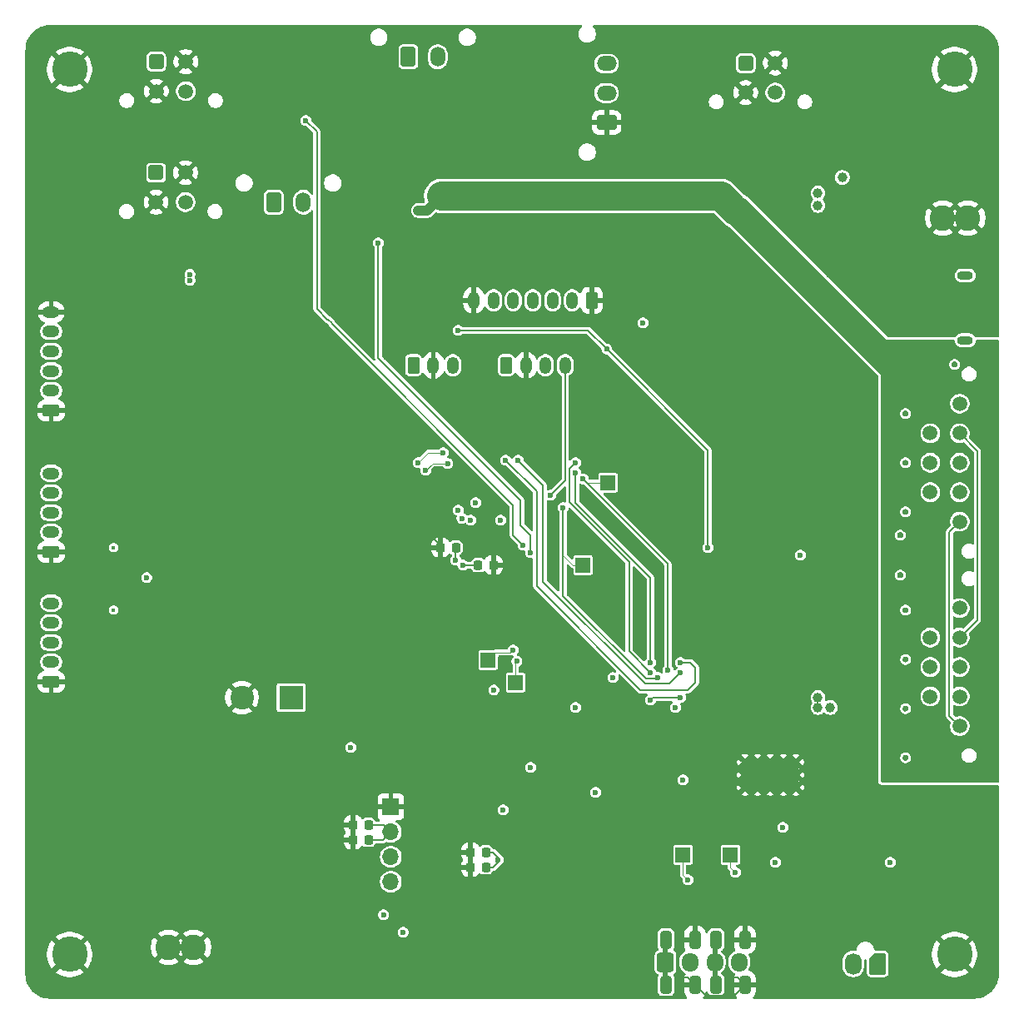
<source format=gbr>
%TF.GenerationSoftware,KiCad,Pcbnew,9.0.0*%
%TF.CreationDate,2025-04-17T15:03:59+12:00*%
%TF.ProjectId,Central_ECU,43656e74-7261-46c5-9f45-43552e6b6963,A*%
%TF.SameCoordinates,Original*%
%TF.FileFunction,Copper,L4,Bot*%
%TF.FilePolarity,Positive*%
%FSLAX46Y46*%
G04 Gerber Fmt 4.6, Leading zero omitted, Abs format (unit mm)*
G04 Created by KiCad (PCBNEW 9.0.0) date 2025-04-17 15:03:59*
%MOMM*%
%LPD*%
G01*
G04 APERTURE LIST*
G04 Aperture macros list*
%AMRoundRect*
0 Rectangle with rounded corners*
0 $1 Rounding radius*
0 $2 $3 $4 $5 $6 $7 $8 $9 X,Y pos of 4 corners*
0 Add a 4 corners polygon primitive as box body*
4,1,4,$2,$3,$4,$5,$6,$7,$8,$9,$2,$3,0*
0 Add four circle primitives for the rounded corners*
1,1,$1+$1,$2,$3*
1,1,$1+$1,$4,$5*
1,1,$1+$1,$6,$7*
1,1,$1+$1,$8,$9*
0 Add four rect primitives between the rounded corners*
20,1,$1+$1,$2,$3,$4,$5,0*
20,1,$1+$1,$4,$5,$6,$7,0*
20,1,$1+$1,$6,$7,$8,$9,0*
20,1,$1+$1,$8,$9,$2,$3,0*%
%AMFreePoly0*
4,1,22,0.945671,0.830970,1.026777,0.776777,1.080970,0.695671,1.100000,0.600000,1.100000,-0.600000,1.080970,-0.695671,1.026777,-0.776777,0.945671,-0.830970,0.850000,-0.850000,-0.450000,-0.850000,-0.545671,-0.830970,-0.626777,-0.776777,-1.026777,-0.376777,-1.080970,-0.295671,-1.100000,-0.200000,-1.100000,0.600000,-1.080970,0.695671,-1.026777,0.776777,-0.945671,0.830970,-0.850000,0.850000,
0.850000,0.850000,0.945671,0.830970,0.945671,0.830970,$1*%
G04 Aperture macros list end*
%TA.AperFunction,ComponentPad*%
%ADD10RoundRect,0.250001X-0.499999X-0.499999X0.499999X-0.499999X0.499999X0.499999X-0.499999X0.499999X0*%
%TD*%
%TA.AperFunction,ComponentPad*%
%ADD11C,1.500000*%
%TD*%
%TA.AperFunction,ComponentPad*%
%ADD12RoundRect,0.250000X0.625000X-0.350000X0.625000X0.350000X-0.625000X0.350000X-0.625000X-0.350000X0*%
%TD*%
%TA.AperFunction,ComponentPad*%
%ADD13O,1.750000X1.200000*%
%TD*%
%TA.AperFunction,HeatsinkPad*%
%ADD14C,0.600000*%
%TD*%
%TA.AperFunction,HeatsinkPad*%
%ADD15R,5.800000X3.200000*%
%TD*%
%TA.AperFunction,ComponentPad*%
%ADD16FreePoly0,270.000000*%
%TD*%
%TA.AperFunction,ComponentPad*%
%ADD17O,1.700000X2.200000*%
%TD*%
%TA.AperFunction,ComponentPad*%
%ADD18C,3.600000*%
%TD*%
%TA.AperFunction,ComponentPad*%
%ADD19RoundRect,0.250001X-0.499999X-0.759999X0.499999X-0.759999X0.499999X0.759999X-0.499999X0.759999X0*%
%TD*%
%TA.AperFunction,ComponentPad*%
%ADD20O,1.500000X2.020000*%
%TD*%
%TA.AperFunction,ComponentPad*%
%ADD21RoundRect,0.250000X-0.350000X-0.625000X0.350000X-0.625000X0.350000X0.625000X-0.350000X0.625000X0*%
%TD*%
%TA.AperFunction,ComponentPad*%
%ADD22O,1.200000X1.750000*%
%TD*%
%TA.AperFunction,ComponentPad*%
%ADD23R,2.400000X2.400000*%
%TD*%
%TA.AperFunction,ComponentPad*%
%ADD24C,2.400000*%
%TD*%
%TA.AperFunction,ComponentPad*%
%ADD25RoundRect,0.250000X-0.600000X-0.725000X0.600000X-0.725000X0.600000X0.725000X-0.600000X0.725000X0*%
%TD*%
%TA.AperFunction,ComponentPad*%
%ADD26O,1.700000X1.950000*%
%TD*%
%TA.AperFunction,ComponentPad*%
%ADD27C,2.600000*%
%TD*%
%TA.AperFunction,HeatsinkPad*%
%ADD28O,1.600000X0.900000*%
%TD*%
%TA.AperFunction,ComponentPad*%
%ADD29RoundRect,0.250000X0.350000X0.625000X-0.350000X0.625000X-0.350000X-0.625000X0.350000X-0.625000X0*%
%TD*%
%TA.AperFunction,ComponentPad*%
%ADD30RoundRect,0.250001X0.499999X-0.499999X0.499999X0.499999X-0.499999X0.499999X-0.499999X-0.499999X0*%
%TD*%
%TA.AperFunction,ComponentPad*%
%ADD31RoundRect,0.250001X0.759999X-0.499999X0.759999X0.499999X-0.759999X0.499999X-0.759999X-0.499999X0*%
%TD*%
%TA.AperFunction,ComponentPad*%
%ADD32O,2.020000X1.500000*%
%TD*%
%TA.AperFunction,ComponentPad*%
%ADD33R,1.700000X1.700000*%
%TD*%
%TA.AperFunction,ComponentPad*%
%ADD34O,1.700000X1.700000*%
%TD*%
%TA.AperFunction,SMDPad,CuDef*%
%ADD35RoundRect,0.225000X0.225000X0.250000X-0.225000X0.250000X-0.225000X-0.250000X0.225000X-0.250000X0*%
%TD*%
%TA.AperFunction,SMDPad,CuDef*%
%ADD36R,1.500000X1.500000*%
%TD*%
%TA.AperFunction,SMDPad,CuDef*%
%ADD37RoundRect,0.250000X-0.325000X-0.650000X0.325000X-0.650000X0.325000X0.650000X-0.325000X0.650000X0*%
%TD*%
%TA.AperFunction,SMDPad,CuDef*%
%ADD38RoundRect,0.225000X-0.225000X-0.250000X0.225000X-0.250000X0.225000X0.250000X-0.225000X0.250000X0*%
%TD*%
%TA.AperFunction,ViaPad*%
%ADD39C,1.000000*%
%TD*%
%TA.AperFunction,ViaPad*%
%ADD40C,0.600000*%
%TD*%
%TA.AperFunction,ViaPad*%
%ADD41C,0.450000*%
%TD*%
%TA.AperFunction,Conductor*%
%ADD42C,0.200000*%
%TD*%
%TA.AperFunction,Conductor*%
%ADD43C,0.500000*%
%TD*%
%TA.AperFunction,Conductor*%
%ADD44C,3.000000*%
%TD*%
%TA.AperFunction,Conductor*%
%ADD45C,1.000000*%
%TD*%
%TA.AperFunction,Conductor*%
%ADD46C,0.100000*%
%TD*%
G04 APERTURE END LIST*
D10*
%TO.P,J16,1,Pin_1*%
%TO.N,Net-(J16-Pin_1)*%
X173760000Y-54356000D03*
D11*
%TO.P,J16,2,Pin_2*%
%TO.N,GND*%
X176760000Y-54356000D03*
%TO.P,J16,3,Pin_3*%
X173760000Y-57356000D03*
%TO.P,J16,4,Pin_4*%
%TO.N,Net-(D16-A2)*%
X176760000Y-57356000D03*
%TD*%
D12*
%TO.P,J5,1,Pin_1*%
%TO.N,GND*%
X103124000Y-104076000D03*
D13*
%TO.P,J5,2,Pin_2*%
%TO.N,/I2C2_SDA*%
X103124000Y-102076000D03*
%TO.P,J5,3,Pin_3*%
%TO.N,+5V*%
X103124000Y-100076000D03*
%TO.P,J5,4,Pin_4*%
%TO.N,/I2C2_SCL*%
X103124000Y-98076000D03*
%TO.P,J5,5,Pin_5*%
%TO.N,+3V3*%
X103124000Y-96076000D03*
%TD*%
D14*
%TO.P,U6,21,GND*%
%TO.N,GND*%
X178876000Y-125446000D03*
X177576000Y-125446000D03*
X176276000Y-125446000D03*
X174976000Y-125446000D03*
X173676000Y-125446000D03*
X178876000Y-126746000D03*
X177576000Y-126746000D03*
X176276000Y-126746000D03*
D15*
X176276000Y-126746000D03*
D14*
X174976000Y-126746000D03*
X173676000Y-126746000D03*
X178876000Y-128046000D03*
X177576000Y-128046000D03*
X176276000Y-128046000D03*
X174976000Y-128046000D03*
X173676000Y-128046000D03*
%TD*%
D10*
%TO.P,J3,1,Pin_1*%
%TO.N,unconnected-(J3-Pin_1-Pad1)*%
X113816000Y-54214000D03*
D11*
%TO.P,J3,2,Pin_2*%
%TO.N,GND*%
X116816000Y-54214000D03*
%TO.P,J3,3,Pin_3*%
X113816000Y-57214000D03*
%TO.P,J3,4,Pin_4*%
%TO.N,Net-(J3-Pin_4)*%
X116816000Y-57214000D03*
%TD*%
D16*
%TO.P,J10,1,Pin_1*%
%TO.N,/Connectors/SOLENOID-*%
X187178000Y-145956000D03*
D17*
%TO.P,J10,2,Pin_2*%
%TO.N,/Connectors/SOLENOID+*%
X184678000Y-145956000D03*
%TD*%
D18*
%TO.P,H3,1,1*%
%TO.N,GND*%
X105000000Y-145000000D03*
%TD*%
D19*
%TO.P,SW1,1,Pin_1*%
%TO.N,Net-(D11-K)*%
X139446000Y-53706000D03*
D20*
%TO.P,SW1,2,Pin_2*%
%TO.N,/4S_V+*%
X142446000Y-53706000D03*
%TD*%
D21*
%TO.P,J15,1,Pin_1*%
%TO.N,/UART2_RX*%
X139986000Y-85090000D03*
D22*
%TO.P,J15,2,Pin_2*%
%TO.N,GND*%
X141986000Y-85090000D03*
%TO.P,J15,3,Pin_3*%
%TO.N,/UART2_TX*%
X143986000Y-85090000D03*
%TD*%
D23*
%TO.P,C5,1*%
%TO.N,Net-(D1-K)*%
X127519729Y-118872000D03*
D24*
%TO.P,C5,2*%
%TO.N,GND*%
X122519729Y-118872000D03*
%TD*%
D25*
%TO.P,J8,1,Pin_1*%
%TO.N,/Connectors/EMATCH_1+*%
X165608000Y-145796000D03*
D26*
%TO.P,J8,2,Pin_2*%
%TO.N,/Connectors/EMATCH_1-*%
X168108000Y-145796000D03*
%TO.P,J8,3,Pin_3*%
%TO.N,/Connectors/EMATCH_1+*%
X170608000Y-145796000D03*
%TO.P,J8,4,Pin_4*%
%TO.N,/Connectors/EMATCH_2-*%
X173108000Y-145796000D03*
%TD*%
D27*
%TO.P,TP27,1,1*%
%TO.N,GND*%
X115062000Y-144272000D03*
X117602000Y-144272000D03*
%TD*%
D12*
%TO.P,J7,1,Pin_1*%
%TO.N,GND*%
X103124000Y-117284000D03*
D13*
%TO.P,J7,2,Pin_2*%
%TO.N,/I2C1_SDA*%
X103124000Y-115284000D03*
%TO.P,J7,3,Pin_3*%
%TO.N,+5V*%
X103124000Y-113284000D03*
%TO.P,J7,4,Pin_4*%
%TO.N,/I2C1_SCL*%
X103124000Y-111284000D03*
%TO.P,J7,5,Pin_5*%
%TO.N,+3V3*%
X103124000Y-109284000D03*
%TD*%
D28*
%TO.P,J13,6,Shield*%
%TO.N,unconnected-(J13-Shield-Pad6)*%
X196088000Y-82548000D03*
%TO.N,unconnected-(J13-Shield-Pad6)_4*%
X196088000Y-75948000D03*
%TD*%
D29*
%TO.P,J2,1,Pin_1*%
%TO.N,GND*%
X158114000Y-78486000D03*
D22*
%TO.P,J2,2,Pin_2*%
%TO.N,/E1*%
X156114000Y-78486000D03*
%TO.P,J2,3,Pin_3*%
%TO.N,/E2*%
X154114000Y-78486000D03*
%TO.P,J2,4,Pin_4*%
%TO.N,Net-(J2-Pin_4)*%
X152114000Y-78486000D03*
%TO.P,J2,5,Pin_5*%
%TO.N,/E3*%
X150114000Y-78486000D03*
%TO.P,J2,6,Pin_6*%
%TO.N,/E4*%
X148114000Y-78486000D03*
%TO.P,J2,7,Pin_7*%
%TO.N,GND*%
X146114000Y-78486000D03*
%TD*%
D30*
%TO.P,J11,1,1*%
%TO.N,+7V4*%
X192532000Y-121776000D03*
D11*
%TO.P,J11,2,2*%
%TO.N,GND*%
X192532000Y-118776000D03*
%TO.P,J11,3,3*%
%TO.N,/CAN2_AUX*%
X192532000Y-115776000D03*
%TO.P,J11,4,4*%
%TO.N,GND*%
X192532000Y-112776000D03*
%TO.P,J11,5,5*%
%TO.N,+7V4*%
X192532000Y-109776000D03*
%TO.P,J11,6,6*%
%TO.N,/CANH1*%
X195532000Y-121776000D03*
%TO.P,J11,7,7*%
%TO.N,/CANL1*%
X195532000Y-118776000D03*
%TO.P,J11,8,8*%
%TO.N,/CANH2*%
X195532000Y-115776000D03*
%TO.P,J11,9,9*%
%TO.N,/CANL2*%
X195532000Y-112776000D03*
%TO.P,J11,10*%
%TO.N,N/C*%
X195532000Y-109776000D03*
%TD*%
D31*
%TO.P,J4,1,Pin_1*%
%TO.N,GND*%
X159605000Y-60404000D03*
D32*
%TO.P,J4,2,Pin_2*%
%TO.N,unconnected-(J4-Pin_2-Pad2)*%
X159605000Y-57404000D03*
%TO.P,J4,3,Pin_3*%
%TO.N,/4S_V+*%
X159605000Y-54404000D03*
%TD*%
D27*
%TO.P,TP28,1,1*%
%TO.N,GND*%
X193802000Y-70104000D03*
X196342000Y-70104000D03*
%TD*%
D10*
%TO.P,J6,1,Pin_1*%
%TO.N,Net-(J6-Pin_1)*%
X113792000Y-65502000D03*
D11*
%TO.P,J6,2,Pin_2*%
%TO.N,GND*%
X116792000Y-65502000D03*
%TO.P,J6,3,Pin_3*%
X113792000Y-68502000D03*
%TO.P,J6,4,Pin_4*%
%TO.N,unconnected-(J6-Pin_4-Pad4)*%
X116792000Y-68502000D03*
%TD*%
D33*
%TO.P,U1,1,GND*%
%TO.N,GND*%
X137668000Y-130000000D03*
D34*
%TO.P,U1,2,3V3*%
%TO.N,+3V3*%
X137668000Y-132540000D03*
%TO.P,U1,3,SCL*%
%TO.N,/I2C3_SCL*%
X137668000Y-135080000D03*
%TO.P,U1,4,SDA*%
%TO.N,/I2C3_SDA*%
X137668000Y-137620000D03*
%TD*%
D19*
%TO.P,SW2,1,Pin_1*%
%TO.N,Net-(SW2-Pin_1)*%
X125754000Y-68508000D03*
D20*
%TO.P,SW2,2,Pin_2*%
%TO.N,Net-(D13-A2)*%
X128754000Y-68508000D03*
%TD*%
D18*
%TO.P,H4,1,1*%
%TO.N,GND*%
X195000000Y-145000000D03*
%TD*%
%TO.P,H2,1,1*%
%TO.N,GND*%
X195000000Y-55000000D03*
%TD*%
%TO.P,H1,1,1*%
%TO.N,GND*%
X105000000Y-55000000D03*
%TD*%
D12*
%TO.P,J12,1,Pin_1*%
%TO.N,GND*%
X103124000Y-89662000D03*
D13*
%TO.P,J12,2,Pin_2*%
%TO.N,/422R_P*%
X103124000Y-87662000D03*
%TO.P,J12,3,Pin_3*%
%TO.N,/422R_N*%
X103124000Y-85662000D03*
%TO.P,J12,4,Pin_4*%
%TO.N,/422D_P*%
X103124000Y-83662000D03*
%TO.P,J12,5,Pin_5*%
%TO.N,/422D_N*%
X103124000Y-81662000D03*
%TO.P,J12,6,Pin_6*%
%TO.N,GND*%
X103124000Y-79662000D03*
%TD*%
D30*
%TO.P,J9,1,1*%
%TO.N,+7V4*%
X192532000Y-100996000D03*
D11*
%TO.P,J9,2,2*%
%TO.N,GND*%
X192532000Y-97996000D03*
%TO.P,J9,3,3*%
%TO.N,/CAN1_AUX*%
X192532000Y-94996000D03*
%TO.P,J9,4,4*%
%TO.N,GND*%
X192532000Y-91996000D03*
%TO.P,J9,5,5*%
%TO.N,+7V4*%
X192532000Y-88996000D03*
%TO.P,J9,6,6*%
%TO.N,/CANH1*%
X195532000Y-100996000D03*
%TO.P,J9,7,7*%
%TO.N,/CANL1*%
X195532000Y-97996000D03*
%TO.P,J9,8,8*%
%TO.N,/CANH2*%
X195532000Y-94996000D03*
%TO.P,J9,9,9*%
%TO.N,/CANL2*%
X195532000Y-91996000D03*
%TO.P,J9,10*%
%TO.N,N/C*%
X195532000Y-88996000D03*
%TD*%
D21*
%TO.P,J14,1,Pin_1*%
%TO.N,/SWCLK*%
X149400000Y-85090000D03*
D22*
%TO.P,J14,2,Pin_2*%
%TO.N,GND*%
X151400000Y-85090000D03*
%TO.P,J14,3,Pin_3*%
%TO.N,/SWDIO*%
X153400000Y-85090000D03*
%TO.P,J14,4,Pin_4*%
%TO.N,/NRST*%
X155400000Y-85090000D03*
%TD*%
D35*
%TO.P,C3,1*%
%TO.N,+3V3*%
X147333000Y-136144000D03*
%TO.P,C3,2*%
%TO.N,GND*%
X145783000Y-136144000D03*
%TD*%
%TO.P,C2,1*%
%TO.N,+3V3*%
X135395000Y-131826000D03*
%TO.P,C2,2*%
%TO.N,GND*%
X133845000Y-131826000D03*
%TD*%
D36*
%TO.P,TP23,1,1*%
%TO.N,/PGOOD_HS*%
X157226000Y-105410000D03*
%TD*%
%TO.P,TP31,1,1*%
%TO.N,/ADC_2*%
X147574000Y-115062000D03*
%TD*%
D37*
%TO.P,C33,1*%
%TO.N,/Connectors/EMATCH_1+*%
X165657000Y-143510000D03*
%TO.P,C33,2*%
%TO.N,GND*%
X168607000Y-143510000D03*
%TD*%
D38*
%TO.P,C10,1*%
%TO.N,+3V3*%
X146545000Y-105410000D03*
%TO.P,C10,2*%
%TO.N,GND*%
X148095000Y-105410000D03*
%TD*%
D35*
%TO.P,C7,1*%
%TO.N,+3V3*%
X144285000Y-103632000D03*
%TO.P,C7,2*%
%TO.N,GND*%
X142735000Y-103632000D03*
%TD*%
%TO.P,C4,1*%
%TO.N,+3V3*%
X147333000Y-134620000D03*
%TO.P,C4,2*%
%TO.N,GND*%
X145783000Y-134620000D03*
%TD*%
D36*
%TO.P,TP22,1,1*%
%TO.N,/IMON_HS*%
X159766000Y-97028000D03*
%TD*%
D37*
%TO.P,C34,1*%
%TO.N,/Connectors/EMATCH_1+*%
X165657000Y-148082000D03*
%TO.P,C34,2*%
%TO.N,GND*%
X168607000Y-148082000D03*
%TD*%
D36*
%TO.P,TP19,1,1*%
%TO.N,/EMATCH_2_FIRE*%
X172212000Y-134874000D03*
%TD*%
D35*
%TO.P,C1,1*%
%TO.N,+3V3*%
X135395000Y-133350000D03*
%TO.P,C1,2*%
%TO.N,GND*%
X133845000Y-133350000D03*
%TD*%
D37*
%TO.P,C31,1*%
%TO.N,/Connectors/EMATCH_1+*%
X170737000Y-148082000D03*
%TO.P,C31,2*%
%TO.N,GND*%
X173687000Y-148082000D03*
%TD*%
D36*
%TO.P,TP20,1,1*%
%TO.N,/EMATCH_1_FIRE*%
X167386000Y-134874000D03*
%TD*%
D37*
%TO.P,C30,1*%
%TO.N,/Connectors/EMATCH_1+*%
X170737000Y-143510000D03*
%TO.P,C30,2*%
%TO.N,GND*%
X173687000Y-143510000D03*
%TD*%
D36*
%TO.P,TP32,1,1*%
%TO.N,/ADC_3*%
X150368000Y-117348000D03*
%TD*%
D39*
%TO.N,GND*%
X182372000Y-137414000D03*
%TO.N,Net-(U4D-+)*%
X183580500Y-65978500D03*
X181102000Y-67564000D03*
X181102000Y-68834000D03*
%TO.N,GND*%
X183769000Y-53213000D03*
X182880000Y-54102000D03*
D40*
%TO.N,+3V3*%
X117246000Y-76454000D03*
X156464000Y-119888000D03*
X117246000Y-75844000D03*
X177546000Y-132080000D03*
X166624000Y-119888000D03*
X149098000Y-130302000D03*
X133604000Y-123952000D03*
X148844000Y-100838000D03*
X179324000Y-104394000D03*
X148145000Y-118110000D03*
D41*
X109474000Y-109982000D03*
X109474000Y-103632000D03*
D40*
X160274000Y-116840000D03*
X145034000Y-105410000D03*
X163322000Y-80772000D03*
X151892000Y-125984000D03*
X158496000Y-128524000D03*
X136914000Y-140978000D03*
X176784000Y-135636000D03*
X148590000Y-135382000D03*
X138934000Y-142744000D03*
X112839000Y-106680000D03*
X144272000Y-104902000D03*
%TO.N,GND*%
X146957379Y-97779709D03*
X110000000Y-75000000D03*
X190000000Y-120000000D03*
X115000000Y-55000000D03*
X120000000Y-140000000D03*
X166624000Y-141590000D03*
X131318000Y-51562000D03*
X190000000Y-70000000D03*
X160000000Y-70000000D03*
X195000000Y-75000000D03*
X164012614Y-121071611D03*
X110000000Y-120000000D03*
X105000000Y-125000000D03*
X190000000Y-135000000D03*
X130000000Y-105000000D03*
X105000000Y-70000000D03*
X140000000Y-60000000D03*
X155000000Y-145000000D03*
D41*
X169164000Y-135890000D03*
D40*
X140000000Y-120000000D03*
X135000000Y-110000000D03*
X165100000Y-108204000D03*
X163555060Y-127134212D03*
X145000000Y-145000000D03*
X156718000Y-108204000D03*
X190000000Y-130000000D03*
D39*
X148844000Y-60198000D03*
D40*
X105000000Y-130000000D03*
X110000000Y-60000000D03*
X190000000Y-145000000D03*
X116078000Y-96266000D03*
X135890000Y-143764000D03*
X190000000Y-110000000D03*
X145000000Y-125000000D03*
D39*
X187198000Y-137668000D03*
D40*
X170000000Y-75000000D03*
X165000000Y-90000000D03*
X148082000Y-112014000D03*
X160000000Y-90000000D03*
X124728000Y-80278000D03*
X176276000Y-143764000D03*
X152400000Y-142792000D03*
X137668000Y-103886000D03*
X115000000Y-60000000D03*
X125730000Y-58928000D03*
X154178000Y-100330000D03*
X105000000Y-135000000D03*
X151384000Y-70996000D03*
X136398000Y-64516000D03*
X120000000Y-145000000D03*
X190000000Y-95000000D03*
X171450000Y-105918000D03*
X195000000Y-140000000D03*
X185000000Y-75000000D03*
X109474000Y-104902000D03*
X185000000Y-95000000D03*
X105000000Y-140000000D03*
X150876000Y-135636000D03*
X175000000Y-95000000D03*
X195000000Y-60000000D03*
X189484000Y-106426000D03*
X145000000Y-60000000D03*
X163068000Y-108204000D03*
X161798000Y-102616000D03*
X175000000Y-75000000D03*
X155465000Y-137160000D03*
X110000000Y-55000000D03*
X195000000Y-135000000D03*
X190000000Y-115000000D03*
X133007000Y-71463000D03*
X141986000Y-102616000D03*
X105000000Y-65000000D03*
X149860000Y-107696000D03*
X110000000Y-95000000D03*
X140000000Y-145000000D03*
X105000000Y-120000000D03*
X165000000Y-85000000D03*
X125000000Y-145000000D03*
X150000000Y-145000000D03*
X141715000Y-137160000D03*
D39*
X143764000Y-71628000D03*
D40*
X130000000Y-110000000D03*
X110000000Y-65000000D03*
X147828000Y-102616000D03*
D39*
X187198000Y-136652000D03*
D40*
X135000000Y-60000000D03*
X185532000Y-138542000D03*
X137668000Y-102870000D03*
X125000000Y-140000000D03*
X190000000Y-90000000D03*
X130000000Y-145000000D03*
X182626000Y-129540000D03*
X162500000Y-145000000D03*
X163068000Y-113030000D03*
X140000000Y-115000000D03*
X151401261Y-108117091D03*
X127000000Y-57150000D03*
X195000000Y-85000000D03*
X150114000Y-89662000D03*
X110000000Y-125000000D03*
D39*
X173052500Y-140794500D03*
D40*
X135000000Y-145000000D03*
X195000000Y-65000000D03*
X145000000Y-115000000D03*
X150000000Y-140000000D03*
X191262000Y-77724000D03*
X105000000Y-75000000D03*
D41*
X173990000Y-135128000D03*
D40*
X158750000Y-110236000D03*
D41*
X165671000Y-140462000D03*
X142408589Y-106003411D03*
D40*
X195000000Y-130000000D03*
X171958000Y-143764000D03*
X145000000Y-55000000D03*
X190000000Y-75000000D03*
X167132000Y-143764000D03*
X157521056Y-114751636D03*
X155465000Y-140208000D03*
X170942000Y-103166000D03*
X131064000Y-81026000D03*
X120000000Y-95000000D03*
X144272000Y-135382000D03*
X180000000Y-95000000D03*
X195580000Y-136906000D03*
X110000000Y-115000000D03*
X105000000Y-80000000D03*
D41*
X166370000Y-129286000D03*
D40*
X105000000Y-60000000D03*
X160528000Y-108204000D03*
X120000000Y-60000000D03*
X190000000Y-100000000D03*
X154679173Y-94759839D03*
D39*
X140448000Y-80278000D03*
D40*
X142240000Y-109220000D03*
X181102000Y-121666000D03*
X171196000Y-141732000D03*
X125000000Y-100000000D03*
X129540000Y-72898000D03*
D39*
X168148000Y-140716000D03*
D41*
X175451000Y-138938000D03*
D40*
X189484000Y-102362000D03*
X167373000Y-131064000D03*
X125000000Y-60000000D03*
X120000000Y-100000000D03*
X110000000Y-100000000D03*
X110000000Y-80000000D03*
X133858000Y-139954000D03*
X141715000Y-140208000D03*
X110000000Y-140000000D03*
X167132000Y-147320000D03*
X172212000Y-147320000D03*
X169926000Y-116698000D03*
X185000000Y-70000000D03*
X110000000Y-145000000D03*
X117856000Y-87884000D03*
X190000000Y-125000000D03*
X151682970Y-99383372D03*
X145000000Y-90000000D03*
X110000000Y-85000000D03*
X115000000Y-140000000D03*
X141859000Y-78105000D03*
X132334000Y-132588000D03*
X155000000Y-60000000D03*
X170000000Y-70000000D03*
X175000000Y-145000000D03*
X157988000Y-102616000D03*
X110000000Y-135000000D03*
X167129706Y-123988522D03*
X165000000Y-135000000D03*
X130000000Y-140000000D03*
X182626000Y-123952000D03*
X150016500Y-93305427D03*
X141986000Y-58420000D03*
X138430000Y-141224000D03*
X185000000Y-90000000D03*
X145000000Y-140000000D03*
X174001000Y-122682000D03*
X190000000Y-140000000D03*
X110000000Y-130000000D03*
X132842000Y-64008000D03*
X182880000Y-104394000D03*
X125000000Y-95000000D03*
X160000000Y-65000000D03*
X160000000Y-140000000D03*
X118823000Y-80723000D03*
X144780000Y-142792000D03*
X158350374Y-121929526D03*
X130000000Y-95000000D03*
%TO.N,+5V*%
X169926000Y-103632000D03*
X144526000Y-81534000D03*
X159639000Y-83439000D03*
D39*
%TO.N,Net-(U4D-+)*%
X181102000Y-118872000D03*
X182372000Y-119888000D03*
X181102000Y-119888000D03*
D40*
%TO.N,/EMATCH_2_CONT*%
X156464000Y-96012000D03*
X164084000Y-115316000D03*
%TO.N,+7V4*%
X163068000Y-67873000D03*
D39*
X141914000Y-68762000D03*
X140462000Y-69342000D03*
X143692000Y-66984000D03*
X142803000Y-67873000D03*
D40*
%TO.N,/I2C2_SCL*%
X140462000Y-94996000D03*
X143002000Y-93980000D03*
%TO.N,/I2C2_SDA*%
X143439828Y-95066172D03*
X141224000Y-95758000D03*
%TO.N,/NRST*%
X153924000Y-98298000D03*
%TO.N,/12V_SENSE*%
X167132000Y-115316000D03*
X149352000Y-94742000D03*
%TO.N,/PGOOD_HS*%
X164846000Y-116840000D03*
X155194000Y-99568000D03*
%TO.N,/IMON_HS*%
X157226000Y-96663088D03*
X165862000Y-116078000D03*
%TO.N,/OX_LOW_SENSE*%
X150622000Y-94742000D03*
X167132000Y-116332000D03*
%TO.N,/EMATCH_1_CONT*%
X156464000Y-94996000D03*
X164084000Y-116332000D03*
%TO.N,/ADC_0 (4S)*%
X151130000Y-103378000D03*
X129032000Y-60198000D03*
%TO.N,/ADC_1 (2S)*%
X151892000Y-104140000D03*
X136398000Y-72644000D03*
%TO.N,/ARM_HS*%
X145796000Y-100838000D03*
X167386000Y-127254000D03*
%TO.N,/EMATCH_1_FIRE*%
X144890518Y-100654712D03*
X167894000Y-137414000D03*
%TO.N,/EMATCH_2_FIRE*%
X172720000Y-136652000D03*
X144526000Y-99822000D03*
%TO.N,/OX_FIRE*%
X146304000Y-99060000D03*
X188468000Y-135636000D03*
%TO.N,/ADC_2*%
X150114000Y-114046000D03*
%TO.N,/ADC_3*%
X150495000Y-115189000D03*
%TO.N,/Interlocked/COMP_BIAS*%
X164084000Y-119126000D03*
X167132000Y-118872000D03*
%TD*%
D42*
%TO.N,+3V3*%
X148590000Y-135636000D02*
X148082000Y-136144000D01*
X148590000Y-135382000D02*
X148590000Y-135636000D01*
X148082000Y-134620000D02*
X147333000Y-134620000D01*
X144272000Y-103645000D02*
X144285000Y-103632000D01*
X148082000Y-136144000D02*
X147333000Y-136144000D01*
X135395000Y-131826000D02*
X136954000Y-131826000D01*
X136954000Y-131826000D02*
X137668000Y-132540000D01*
X148590000Y-135382000D02*
X148590000Y-135128000D01*
X144272000Y-104902000D02*
X144272000Y-103645000D01*
X145034000Y-105410000D02*
X146545000Y-105410000D01*
X135395000Y-133350000D02*
X136858000Y-133350000D01*
X136858000Y-133350000D02*
X137668000Y-132540000D01*
X148590000Y-135128000D02*
X148082000Y-134620000D01*
%TO.N,GND*%
X133096000Y-131826000D02*
X132334000Y-132588000D01*
X145034000Y-134620000D02*
X145783000Y-134620000D01*
X173687000Y-148082000D02*
X172925000Y-147320000D01*
X144272000Y-135382000D02*
X145034000Y-134620000D01*
X133096000Y-133350000D02*
X133845000Y-133350000D01*
X168607000Y-148082000D02*
X167845000Y-147320000D01*
X133845000Y-131826000D02*
X133096000Y-131826000D01*
X132334000Y-132588000D02*
X133096000Y-133350000D01*
X142735000Y-103365000D02*
X141986000Y-102616000D01*
X142735000Y-103632000D02*
X142735000Y-103365000D01*
X148844000Y-107696000D02*
X148095000Y-106947000D01*
X173687000Y-143510000D02*
X172212000Y-143510000D01*
X149860000Y-107696000D02*
X148844000Y-107696000D01*
X145034000Y-136144000D02*
X144272000Y-135382000D01*
X172586000Y-149183000D02*
X173687000Y-148082000D01*
X172212000Y-143510000D02*
X171958000Y-143764000D01*
X168607000Y-143510000D02*
X167386000Y-143510000D01*
X168607000Y-148082000D02*
X169708000Y-149183000D01*
X145783000Y-136144000D02*
X145034000Y-136144000D01*
X148095000Y-106947000D02*
X148095000Y-105410000D01*
X172925000Y-147320000D02*
X172212000Y-147320000D01*
X169708000Y-149183000D02*
X172586000Y-149183000D01*
X167386000Y-143510000D02*
X167132000Y-143764000D01*
X167845000Y-147320000D02*
X167132000Y-147320000D01*
%TO.N,+5V*%
X169926000Y-93726000D02*
X169926000Y-103632000D01*
X144526000Y-81534000D02*
X157734000Y-81534000D01*
X159639000Y-83439000D02*
X169926000Y-93726000D01*
X157734000Y-81534000D02*
X159639000Y-83439000D01*
D43*
%TO.N,/Connectors/EMATCH_1+*%
X165608000Y-143559000D02*
X165657000Y-143510000D01*
X165608000Y-148033000D02*
X165657000Y-148082000D01*
X170608000Y-145796000D02*
X170608000Y-143639000D01*
X170608000Y-145796000D02*
X170608000Y-147953000D01*
X170608000Y-143639000D02*
X170737000Y-143510000D01*
X170608000Y-147953000D02*
X170737000Y-148082000D01*
X165608000Y-145796000D02*
X165608000Y-148033000D01*
X165608000Y-145796000D02*
X165608000Y-143559000D01*
D42*
%TO.N,/EMATCH_2_CONT*%
X164084000Y-115316000D02*
X164084000Y-106680000D01*
X164084000Y-106680000D02*
X156464000Y-99060000D01*
X156464000Y-99060000D02*
X156464000Y-96012000D01*
D44*
%TO.N,+7V4*%
X172878000Y-69342000D02*
X192532000Y-88996000D01*
X172720000Y-69342000D02*
X172878000Y-69342000D01*
D45*
X141334000Y-69342000D02*
X141914000Y-68762000D01*
X140462000Y-69342000D02*
X141334000Y-69342000D01*
X141914000Y-68762000D02*
X142803000Y-67873000D01*
D44*
X163068000Y-67873000D02*
X142803000Y-67873000D01*
D45*
X142803000Y-67873000D02*
X143692000Y-66984000D01*
D44*
X163068000Y-67873000D02*
X171251000Y-67873000D01*
X171251000Y-67873000D02*
X172720000Y-69342000D01*
D46*
%TO.N,/I2C2_SCL*%
X141478000Y-93980000D02*
X143002000Y-93980000D01*
X140462000Y-94996000D02*
X141478000Y-93980000D01*
%TO.N,/I2C2_SDA*%
X141915828Y-95066172D02*
X143439828Y-95066172D01*
X141224000Y-95758000D02*
X141915828Y-95066172D01*
D42*
%TO.N,/CANH1*%
X194481000Y-120725000D02*
X194481000Y-102047000D01*
X194481000Y-102047000D02*
X195532000Y-100996000D01*
X195532000Y-121776000D02*
X194481000Y-120725000D01*
%TO.N,/CANL2*%
X197333000Y-93797000D02*
X197333000Y-110975000D01*
X197333000Y-110975000D02*
X195532000Y-112776000D01*
X195532000Y-91996000D02*
X197333000Y-93797000D01*
%TO.N,/NRST*%
X153924000Y-98298000D02*
X155400000Y-96822000D01*
X155400000Y-96822000D02*
X155400000Y-85090000D01*
%TO.N,/12V_SENSE*%
X152493000Y-107535000D02*
X152493000Y-97883000D01*
X167132000Y-115316000D02*
X168148000Y-115316000D01*
X168656000Y-115824000D02*
X168656000Y-117348000D01*
X168148000Y-115316000D02*
X168656000Y-115824000D01*
X163068000Y-118110000D02*
X152493000Y-107535000D01*
X168656000Y-117348000D02*
X167894000Y-118110000D01*
X152493000Y-97883000D02*
X149352000Y-94742000D01*
X167894000Y-118110000D02*
X163068000Y-118110000D01*
%TO.N,/PGOOD_HS*%
X155194000Y-108545943D02*
X155194000Y-104394000D01*
D46*
X156210000Y-105410000D02*
X155194000Y-104394000D01*
D42*
X163581057Y-116933000D02*
X155194000Y-108545943D01*
D46*
X157226000Y-105410000D02*
X156210000Y-105410000D01*
D42*
X164753000Y-116933000D02*
X163581057Y-116933000D01*
X155194000Y-104394000D02*
X155194000Y-99568000D01*
X164846000Y-116840000D02*
X164753000Y-116933000D01*
D46*
%TO.N,/IMON_HS*%
X157590912Y-97028000D02*
X157226000Y-96663088D01*
D42*
X165862000Y-105299088D02*
X157226000Y-96663088D01*
D46*
X159766000Y-97028000D02*
X157590912Y-97028000D01*
D42*
X165862000Y-116078000D02*
X165862000Y-105299088D01*
%TO.N,/OX_LOW_SENSE*%
X167132000Y-116332000D02*
X166023000Y-117441000D01*
X166023000Y-117441000D02*
X163521957Y-117441000D01*
X163521957Y-117441000D02*
X153162000Y-107081043D01*
X153162000Y-107081043D02*
X153162000Y-97282000D01*
X153162000Y-97282000D02*
X150622000Y-94742000D01*
%TO.N,/EMATCH_1_CONT*%
X164084000Y-116332000D02*
X161891000Y-114139000D01*
X155863000Y-99026100D02*
X155863000Y-95597000D01*
X155863000Y-95597000D02*
X156464000Y-94996000D01*
X161891000Y-105054100D02*
X155863000Y-99026100D01*
X161891000Y-114139000D02*
X161891000Y-105054100D01*
%TO.N,/ADC_0 (4S)*%
X130141000Y-61307000D02*
X129032000Y-60198000D01*
X131312943Y-80425000D02*
X131225000Y-80425000D01*
X130141000Y-79341000D02*
X130141000Y-61307000D01*
X150114000Y-99314000D02*
X131665000Y-80865000D01*
X150114000Y-102362000D02*
X150114000Y-99314000D01*
X151130000Y-103378000D02*
X150114000Y-102362000D01*
X131665000Y-80777057D02*
X131312943Y-80425000D01*
X131225000Y-80425000D02*
X130141000Y-79341000D01*
X131665000Y-80865000D02*
X131665000Y-80777057D01*
%TO.N,/ADC_1 (2S)*%
X151892000Y-104140000D02*
X151892000Y-102362000D01*
X150876000Y-98806000D02*
X136398000Y-84328000D01*
X136398000Y-84328000D02*
X136398000Y-72644000D01*
X150876000Y-101346000D02*
X150876000Y-98806000D01*
X151892000Y-102362000D02*
X150876000Y-101346000D01*
D46*
%TO.N,/EMATCH_1_FIRE*%
X167386000Y-136906000D02*
X167894000Y-137414000D01*
X167386000Y-134874000D02*
X167386000Y-136906000D01*
%TO.N,/EMATCH_2_FIRE*%
X172212000Y-134874000D02*
X172212000Y-136144000D01*
X172212000Y-136144000D02*
X172720000Y-136652000D01*
%TO.N,/ADC_2*%
X149860000Y-114300000D02*
X148336000Y-114300000D01*
X148336000Y-114300000D02*
X147574000Y-115062000D01*
X150114000Y-114046000D02*
X149860000Y-114300000D01*
%TO.N,/ADC_3*%
X150495000Y-115189000D02*
X150368000Y-115316000D01*
X150368000Y-115316000D02*
X150368000Y-117348000D01*
D42*
%TO.N,/Interlocked/COMP_BIAS*%
X167132000Y-118872000D02*
X164338000Y-118872000D01*
X164338000Y-118872000D02*
X164084000Y-119126000D01*
%TD*%
%TA.AperFunction,Conductor*%
%TO.N,GND*%
G36*
X156963222Y-97155655D02*
G01*
X156967736Y-97155441D01*
X157000502Y-97168559D01*
X157013515Y-97176072D01*
X157153525Y-97213588D01*
X157229456Y-97213588D01*
X157296495Y-97233273D01*
X157317137Y-97249907D01*
X165475181Y-105407950D01*
X165508666Y-105469273D01*
X165511500Y-105495631D01*
X165511500Y-115598614D01*
X165491815Y-115665653D01*
X165475181Y-115686295D01*
X165421493Y-115739982D01*
X165421488Y-115739988D01*
X165349017Y-115865511D01*
X165349016Y-115865515D01*
X165311500Y-116005525D01*
X165311500Y-116150475D01*
X165335931Y-116241651D01*
X165336286Y-116242975D01*
X165334623Y-116312825D01*
X165295461Y-116370688D01*
X165231232Y-116398192D01*
X165162330Y-116386606D01*
X165154511Y-116382456D01*
X165058488Y-116327017D01*
X165058489Y-116327017D01*
X165039769Y-116322001D01*
X164918475Y-116289500D01*
X164773525Y-116289500D01*
X164773520Y-116289500D01*
X164771075Y-116290156D01*
X164768932Y-116290104D01*
X164765469Y-116290561D01*
X164765397Y-116290020D01*
X164701225Y-116288490D01*
X164643364Y-116249325D01*
X164619213Y-116202476D01*
X164596984Y-116119515D01*
X164586765Y-116101816D01*
X164524511Y-115993988D01*
X164524506Y-115993982D01*
X164442205Y-115911681D01*
X164408720Y-115850358D01*
X164413704Y-115780666D01*
X164442205Y-115736319D01*
X164476540Y-115701984D01*
X164524509Y-115654015D01*
X164596984Y-115528485D01*
X164634500Y-115388475D01*
X164634500Y-115243525D01*
X164596984Y-115103515D01*
X164593856Y-115098098D01*
X164524511Y-114977988D01*
X164524506Y-114977982D01*
X164470819Y-114924295D01*
X164437334Y-114862972D01*
X164434500Y-114836614D01*
X164434500Y-106633858D01*
X164434500Y-106633856D01*
X164410614Y-106544712D01*
X164410611Y-106544706D01*
X164364473Y-106464794D01*
X164364470Y-106464791D01*
X164364469Y-106464788D01*
X164299212Y-106399531D01*
X160620133Y-102720452D01*
X156850819Y-98951137D01*
X156817334Y-98889814D01*
X156814500Y-98863456D01*
X156814500Y-97275945D01*
X156816211Y-97270118D01*
X156815062Y-97264156D01*
X156825939Y-97236986D01*
X156834185Y-97208906D01*
X156838773Y-97204929D01*
X156841031Y-97199292D01*
X156864875Y-97182312D01*
X156886989Y-97163151D01*
X156892997Y-97162287D01*
X156897945Y-97158764D01*
X156927180Y-97157371D01*
X156956147Y-97153207D01*
X156963222Y-97155655D01*
G37*
%TD.AperFunction*%
%TA.AperFunction,Conductor*%
G36*
X162446703Y-105538830D02*
G01*
X162453181Y-105544862D01*
X163697181Y-106788862D01*
X163730666Y-106850185D01*
X163733500Y-106876543D01*
X163733500Y-114836614D01*
X163713815Y-114903653D01*
X163697181Y-114924295D01*
X163643493Y-114977982D01*
X163643491Y-114977985D01*
X163571356Y-115102926D01*
X163520789Y-115151141D01*
X163452181Y-115164363D01*
X163387317Y-115138395D01*
X163376288Y-115128606D01*
X162277819Y-114030137D01*
X162244334Y-113968814D01*
X162241500Y-113942456D01*
X162241500Y-105632543D01*
X162261185Y-105565504D01*
X162313989Y-105519749D01*
X162383147Y-105509805D01*
X162446703Y-105538830D01*
G37*
%TD.AperFunction*%
%TA.AperFunction,Conductor*%
G36*
X155907623Y-99578967D02*
G01*
X155946492Y-99605274D01*
X161504181Y-105162962D01*
X161537666Y-105224285D01*
X161540500Y-105250643D01*
X161540500Y-114097399D01*
X161520815Y-114164438D01*
X161468011Y-114210193D01*
X161398853Y-114220137D01*
X161335297Y-114191112D01*
X161328819Y-114185080D01*
X155580819Y-108437080D01*
X155547334Y-108375757D01*
X155544500Y-108349399D01*
X155544500Y-105468833D01*
X155564185Y-105401794D01*
X155616989Y-105356039D01*
X155686147Y-105346095D01*
X155749703Y-105375120D01*
X155756181Y-105381152D01*
X155969540Y-105594511D01*
X156025489Y-105650460D01*
X156025491Y-105650461D01*
X156025495Y-105650464D01*
X156094004Y-105690017D01*
X156094011Y-105690021D01*
X156133594Y-105700627D01*
X156193253Y-105736990D01*
X156223783Y-105799837D01*
X156225500Y-105820401D01*
X156225500Y-106184678D01*
X156240032Y-106257735D01*
X156240033Y-106257739D01*
X156240034Y-106257740D01*
X156295399Y-106340601D01*
X156365085Y-106387163D01*
X156378260Y-106395966D01*
X156378264Y-106395967D01*
X156451321Y-106410499D01*
X156451324Y-106410500D01*
X156451326Y-106410500D01*
X158000676Y-106410500D01*
X158000677Y-106410499D01*
X158073740Y-106395966D01*
X158156601Y-106340601D01*
X158211966Y-106257740D01*
X158226500Y-106184674D01*
X158226500Y-104635326D01*
X158226500Y-104635323D01*
X158226499Y-104635321D01*
X158211967Y-104562264D01*
X158211966Y-104562260D01*
X158156601Y-104479399D01*
X158090151Y-104434999D01*
X158073739Y-104424033D01*
X158073735Y-104424032D01*
X158000677Y-104409500D01*
X158000674Y-104409500D01*
X156451326Y-104409500D01*
X156451323Y-104409500D01*
X156378264Y-104424032D01*
X156378260Y-104424033D01*
X156295399Y-104479399D01*
X156240033Y-104562260D01*
X156240032Y-104562264D01*
X156225500Y-104635321D01*
X156225500Y-104701167D01*
X156205815Y-104768206D01*
X156153011Y-104813961D01*
X156083853Y-104823905D01*
X156020297Y-104794880D01*
X156013819Y-104788848D01*
X155580819Y-104355848D01*
X155547334Y-104294525D01*
X155544500Y-104268167D01*
X155544500Y-100047386D01*
X155564185Y-99980347D01*
X155580819Y-99959705D01*
X155595132Y-99945392D01*
X155634509Y-99906015D01*
X155706984Y-99780485D01*
X155739038Y-99660858D01*
X155775401Y-99601201D01*
X155838248Y-99570672D01*
X155907623Y-99578967D01*
G37*
%TD.AperFunction*%
%TA.AperFunction,Conductor*%
G36*
X155431834Y-97388362D02*
G01*
X155487767Y-97430234D01*
X155512184Y-97495698D01*
X155512500Y-97504544D01*
X155512500Y-98921822D01*
X155492815Y-98988861D01*
X155440011Y-99034616D01*
X155370853Y-99044560D01*
X155356407Y-99041597D01*
X155298467Y-99026072D01*
X155266475Y-99017500D01*
X155121525Y-99017500D01*
X154992993Y-99051940D01*
X154981511Y-99055017D01*
X154855988Y-99127488D01*
X154855982Y-99127493D01*
X154753493Y-99229982D01*
X154753488Y-99229988D01*
X154681017Y-99355511D01*
X154681016Y-99355515D01*
X154643500Y-99495525D01*
X154643500Y-99640475D01*
X154681016Y-99780485D01*
X154681017Y-99780488D01*
X154753488Y-99906011D01*
X154753493Y-99906017D01*
X154807181Y-99959705D01*
X154840666Y-100021028D01*
X154843500Y-100047386D01*
X154843500Y-107967499D01*
X154823815Y-108034538D01*
X154771011Y-108080293D01*
X154701853Y-108090237D01*
X154638297Y-108061212D01*
X154631819Y-108055180D01*
X153548819Y-106972180D01*
X153515334Y-106910857D01*
X153512500Y-106884499D01*
X153512500Y-98910857D01*
X153532185Y-98843818D01*
X153584989Y-98798063D01*
X153654147Y-98788119D01*
X153698502Y-98803471D01*
X153711515Y-98810984D01*
X153851525Y-98848500D01*
X153851528Y-98848500D01*
X153996472Y-98848500D01*
X153996475Y-98848500D01*
X154136485Y-98810984D01*
X154262015Y-98738509D01*
X154364509Y-98636015D01*
X154436984Y-98510485D01*
X154474500Y-98370475D01*
X154474500Y-98294544D01*
X154494185Y-98227505D01*
X154510819Y-98206863D01*
X155300819Y-97416863D01*
X155362142Y-97383378D01*
X155431834Y-97388362D01*
G37*
%TD.AperFunction*%
%TA.AperFunction,Conductor*%
G36*
X157063889Y-50520185D02*
G01*
X157109644Y-50572989D01*
X157119588Y-50642147D01*
X157090563Y-50705703D01*
X157084531Y-50712181D01*
X156957189Y-50839522D01*
X156957186Y-50839526D01*
X156860283Y-50984551D01*
X156860278Y-50984560D01*
X156793529Y-51145708D01*
X156793527Y-51145716D01*
X156759500Y-51316781D01*
X156759500Y-51491218D01*
X156793527Y-51662283D01*
X156793529Y-51662291D01*
X156860278Y-51823439D01*
X156860283Y-51823448D01*
X156957186Y-51968473D01*
X156957189Y-51968477D01*
X157080522Y-52091810D01*
X157080526Y-52091813D01*
X157225551Y-52188716D01*
X157225557Y-52188719D01*
X157225558Y-52188720D01*
X157386709Y-52255471D01*
X157557781Y-52289499D01*
X157557785Y-52289500D01*
X157557786Y-52289500D01*
X157732215Y-52289500D01*
X157732216Y-52289499D01*
X157903291Y-52255471D01*
X158064442Y-52188720D01*
X158209474Y-52091813D01*
X158332813Y-51968474D01*
X158429720Y-51823442D01*
X158496471Y-51662291D01*
X158530500Y-51491214D01*
X158530500Y-51316786D01*
X158496471Y-51145709D01*
X158429720Y-50984558D01*
X158429719Y-50984557D01*
X158429716Y-50984551D01*
X158332813Y-50839526D01*
X158332810Y-50839522D01*
X158205469Y-50712181D01*
X158171984Y-50650858D01*
X158176968Y-50581166D01*
X158218840Y-50525233D01*
X158284304Y-50500816D01*
X158293150Y-50500500D01*
X196934108Y-50500500D01*
X196996249Y-50500500D01*
X197003736Y-50500726D01*
X197293796Y-50518271D01*
X197308657Y-50520075D01*
X197485749Y-50552529D01*
X197590798Y-50571780D01*
X197605335Y-50575363D01*
X197879172Y-50660695D01*
X197893163Y-50666000D01*
X198154743Y-50783727D01*
X198167989Y-50790680D01*
X198413465Y-50939075D01*
X198425776Y-50947573D01*
X198651573Y-51124473D01*
X198662781Y-51134403D01*
X198865596Y-51337218D01*
X198875526Y-51348426D01*
X198995481Y-51501538D01*
X199052422Y-51574217D01*
X199060926Y-51586537D01*
X199104602Y-51658786D01*
X199209316Y-51832004D01*
X199216275Y-51845263D01*
X199333997Y-52106831D01*
X199339306Y-52120832D01*
X199424635Y-52394663D01*
X199428219Y-52409201D01*
X199479923Y-52691340D01*
X199481728Y-52706205D01*
X199499274Y-52996262D01*
X199499500Y-53003749D01*
X199499500Y-82120500D01*
X199479815Y-82187539D01*
X199427011Y-82233294D01*
X199375500Y-82244500D01*
X197262404Y-82244500D01*
X197220423Y-82247974D01*
X197220418Y-82247974D01*
X197220415Y-82247975D01*
X197180206Y-82254675D01*
X197180194Y-82254677D01*
X197176682Y-82255367D01*
X197107106Y-82248970D01*
X197052033Y-82205974D01*
X197049684Y-82202582D01*
X196982114Y-82101458D01*
X196982111Y-82101454D01*
X196884545Y-82003888D01*
X196884541Y-82003885D01*
X196769817Y-81927228D01*
X196769804Y-81927221D01*
X196642332Y-81874421D01*
X196642322Y-81874418D01*
X196506995Y-81847500D01*
X196506993Y-81847500D01*
X195669007Y-81847500D01*
X195669005Y-81847500D01*
X195533677Y-81874418D01*
X195533667Y-81874421D01*
X195406195Y-81927221D01*
X195406182Y-81927228D01*
X195291458Y-82003885D01*
X195291454Y-82003888D01*
X195193888Y-82101454D01*
X195193885Y-82101458D01*
X195124654Y-82205069D01*
X195071041Y-82249874D01*
X195001716Y-82258581D01*
X194986629Y-82255159D01*
X194985580Y-82254851D01*
X194985568Y-82254848D01*
X194913591Y-82244500D01*
X194913590Y-82244500D01*
X188307442Y-82244500D01*
X188240403Y-82224815D01*
X188219761Y-82208181D01*
X182028576Y-76016995D01*
X195037499Y-76016995D01*
X195064418Y-76152322D01*
X195064421Y-76152332D01*
X195117221Y-76279804D01*
X195117228Y-76279817D01*
X195193885Y-76394541D01*
X195193888Y-76394545D01*
X195291454Y-76492111D01*
X195291458Y-76492114D01*
X195406182Y-76568771D01*
X195406195Y-76568778D01*
X195533667Y-76621578D01*
X195533672Y-76621580D01*
X195533676Y-76621580D01*
X195533677Y-76621581D01*
X195669004Y-76648500D01*
X195669007Y-76648500D01*
X196506995Y-76648500D01*
X196598041Y-76630389D01*
X196642328Y-76621580D01*
X196769811Y-76568775D01*
X196884542Y-76492114D01*
X196982114Y-76394542D01*
X197058775Y-76279811D01*
X197111580Y-76152328D01*
X197130644Y-76056487D01*
X197138500Y-76016995D01*
X197138500Y-75879004D01*
X197111581Y-75743677D01*
X197111580Y-75743676D01*
X197111580Y-75743672D01*
X197111578Y-75743667D01*
X197058778Y-75616195D01*
X197058771Y-75616182D01*
X196982114Y-75501458D01*
X196982111Y-75501454D01*
X196884545Y-75403888D01*
X196884541Y-75403885D01*
X196769817Y-75327228D01*
X196769804Y-75327221D01*
X196642332Y-75274421D01*
X196642322Y-75274418D01*
X196506995Y-75247500D01*
X196506993Y-75247500D01*
X195669007Y-75247500D01*
X195669005Y-75247500D01*
X195533677Y-75274418D01*
X195533667Y-75274421D01*
X195406195Y-75327221D01*
X195406182Y-75327228D01*
X195291458Y-75403885D01*
X195291454Y-75403888D01*
X195193888Y-75501454D01*
X195193885Y-75501458D01*
X195117228Y-75616182D01*
X195117221Y-75616195D01*
X195064421Y-75743667D01*
X195064418Y-75743677D01*
X195037500Y-75879004D01*
X195037500Y-75879007D01*
X195037500Y-76016993D01*
X195037500Y-76016995D01*
X195037499Y-76016995D01*
X182028576Y-76016995D01*
X181972177Y-75960596D01*
X177592588Y-71581006D01*
X175997596Y-69986014D01*
X192002000Y-69986014D01*
X192002000Y-70221985D01*
X192032799Y-70455914D01*
X192093870Y-70683837D01*
X192184160Y-70901819D01*
X192184165Y-70901828D01*
X192302144Y-71106171D01*
X192302145Y-71106172D01*
X192364721Y-71187723D01*
X193200958Y-70351487D01*
X193225978Y-70411890D01*
X193297112Y-70518351D01*
X193387649Y-70608888D01*
X193494110Y-70680022D01*
X193554511Y-70705041D01*
X192718275Y-71541277D01*
X192799827Y-71603854D01*
X192799828Y-71603855D01*
X193004171Y-71721834D01*
X193004180Y-71721839D01*
X193222163Y-71812129D01*
X193222161Y-71812129D01*
X193450085Y-71873200D01*
X193684014Y-71903999D01*
X193684029Y-71904000D01*
X193919971Y-71904000D01*
X193919985Y-71903999D01*
X194153914Y-71873200D01*
X194381837Y-71812129D01*
X194599819Y-71721839D01*
X194599828Y-71721834D01*
X194804181Y-71603850D01*
X194885723Y-71541279D01*
X194885723Y-71541276D01*
X194049487Y-70705041D01*
X194109890Y-70680022D01*
X194216351Y-70608888D01*
X194306888Y-70518351D01*
X194378022Y-70411890D01*
X194403041Y-70351487D01*
X195072000Y-71020446D01*
X195740958Y-70351487D01*
X195765978Y-70411890D01*
X195837112Y-70518351D01*
X195927649Y-70608888D01*
X196034110Y-70680022D01*
X196094511Y-70705041D01*
X195258275Y-71541277D01*
X195339827Y-71603854D01*
X195339828Y-71603855D01*
X195544171Y-71721834D01*
X195544180Y-71721839D01*
X195762163Y-71812129D01*
X195762161Y-71812129D01*
X195990085Y-71873200D01*
X196224014Y-71903999D01*
X196224029Y-71904000D01*
X196459971Y-71904000D01*
X196459985Y-71903999D01*
X196693914Y-71873200D01*
X196921837Y-71812129D01*
X197139819Y-71721839D01*
X197139828Y-71721834D01*
X197344181Y-71603850D01*
X197425723Y-71541279D01*
X197425723Y-71541276D01*
X196589487Y-70705041D01*
X196649890Y-70680022D01*
X196756351Y-70608888D01*
X196846888Y-70518351D01*
X196918022Y-70411890D01*
X196943041Y-70351488D01*
X197779276Y-71187723D01*
X197779279Y-71187723D01*
X197841850Y-71106181D01*
X197959834Y-70901828D01*
X197959839Y-70901819D01*
X198050129Y-70683837D01*
X198111200Y-70455914D01*
X198141999Y-70221985D01*
X198142000Y-70221971D01*
X198142000Y-69986028D01*
X198141999Y-69986014D01*
X198111200Y-69752085D01*
X198050129Y-69524162D01*
X197959839Y-69306180D01*
X197959834Y-69306171D01*
X197841855Y-69101828D01*
X197841854Y-69101827D01*
X197779277Y-69020275D01*
X196943041Y-69856511D01*
X196918022Y-69796110D01*
X196846888Y-69689649D01*
X196756351Y-69599112D01*
X196649890Y-69527978D01*
X196589488Y-69502958D01*
X197425723Y-68666721D01*
X197344172Y-68604145D01*
X197344171Y-68604144D01*
X197139828Y-68486165D01*
X197139819Y-68486160D01*
X196921836Y-68395870D01*
X196921838Y-68395870D01*
X196693914Y-68334799D01*
X196459985Y-68304000D01*
X196224014Y-68304000D01*
X195990085Y-68334799D01*
X195762162Y-68395870D01*
X195544180Y-68486160D01*
X195544171Y-68486165D01*
X195339828Y-68604144D01*
X195339818Y-68604150D01*
X195258275Y-68666720D01*
X195258275Y-68666721D01*
X196094512Y-69502958D01*
X196034110Y-69527978D01*
X195927649Y-69599112D01*
X195837112Y-69689649D01*
X195765978Y-69796110D01*
X195740958Y-69856512D01*
X195072000Y-69187554D01*
X194403041Y-69856512D01*
X194378022Y-69796110D01*
X194306888Y-69689649D01*
X194216351Y-69599112D01*
X194109890Y-69527978D01*
X194049488Y-69502958D01*
X194885723Y-68666721D01*
X194804172Y-68604145D01*
X194804171Y-68604144D01*
X194599828Y-68486165D01*
X194599819Y-68486160D01*
X194381836Y-68395870D01*
X194381838Y-68395870D01*
X194153914Y-68334799D01*
X193919985Y-68304000D01*
X193684014Y-68304000D01*
X193450085Y-68334799D01*
X193222162Y-68395870D01*
X193004180Y-68486160D01*
X193004171Y-68486165D01*
X192799828Y-68604144D01*
X192799818Y-68604150D01*
X192718275Y-68666720D01*
X192718275Y-68666721D01*
X193554512Y-69502958D01*
X193494110Y-69527978D01*
X193387649Y-69599112D01*
X193297112Y-69689649D01*
X193225978Y-69796110D01*
X193200958Y-69856512D01*
X192364721Y-69020275D01*
X192364720Y-69020275D01*
X192302150Y-69101818D01*
X192302144Y-69101828D01*
X192184165Y-69306171D01*
X192184160Y-69306180D01*
X192093870Y-69524162D01*
X192032799Y-69752085D01*
X192002000Y-69986014D01*
X175997596Y-69986014D01*
X174034666Y-68023084D01*
X174034659Y-68023078D01*
X173935403Y-67946917D01*
X173935401Y-67946915D01*
X173852611Y-67883388D01*
X173653891Y-67768657D01*
X173653881Y-67768652D01*
X173622642Y-67755713D01*
X173615709Y-67751080D01*
X173610668Y-67749984D01*
X173582414Y-67728833D01*
X173491501Y-67637920D01*
X180351499Y-67637920D01*
X180380340Y-67782907D01*
X180380343Y-67782917D01*
X180436912Y-67919488D01*
X180436919Y-67919501D01*
X180519048Y-68042415D01*
X180519051Y-68042419D01*
X180587951Y-68111319D01*
X180621436Y-68172642D01*
X180616452Y-68242334D01*
X180587951Y-68286681D01*
X180519051Y-68355580D01*
X180519048Y-68355584D01*
X180436919Y-68478498D01*
X180436912Y-68478511D01*
X180380343Y-68615082D01*
X180380340Y-68615092D01*
X180351500Y-68760079D01*
X180351500Y-68760080D01*
X180351500Y-68760082D01*
X180351500Y-68907918D01*
X180351500Y-68907920D01*
X180351499Y-68907920D01*
X180380340Y-69052907D01*
X180380343Y-69052917D01*
X180436912Y-69189488D01*
X180436919Y-69189501D01*
X180519048Y-69312415D01*
X180519051Y-69312419D01*
X180623580Y-69416948D01*
X180623584Y-69416951D01*
X180746498Y-69499080D01*
X180746511Y-69499087D01*
X180858993Y-69545678D01*
X180883087Y-69555658D01*
X180883091Y-69555658D01*
X180883092Y-69555659D01*
X181028079Y-69584500D01*
X181028082Y-69584500D01*
X181175920Y-69584500D01*
X181273462Y-69565096D01*
X181320913Y-69555658D01*
X181457495Y-69499084D01*
X181580416Y-69416951D01*
X181684951Y-69312416D01*
X181767084Y-69189495D01*
X181823658Y-69052913D01*
X181838973Y-68975920D01*
X181852500Y-68907920D01*
X181852500Y-68760080D01*
X181848280Y-68738867D01*
X181848280Y-68738866D01*
X181823659Y-68615092D01*
X181823658Y-68615091D01*
X181823658Y-68615087D01*
X181812714Y-68588666D01*
X181767087Y-68478511D01*
X181767080Y-68478498D01*
X181684951Y-68355584D01*
X181684948Y-68355580D01*
X181616049Y-68286681D01*
X181582564Y-68225358D01*
X181587548Y-68155666D01*
X181616049Y-68111319D01*
X181684948Y-68042419D01*
X181684951Y-68042416D01*
X181767084Y-67919495D01*
X181823658Y-67782913D01*
X181840124Y-67700136D01*
X181852500Y-67637920D01*
X181852500Y-67490079D01*
X181823659Y-67345092D01*
X181823658Y-67345091D01*
X181823658Y-67345087D01*
X181818536Y-67332721D01*
X181767087Y-67208511D01*
X181767080Y-67208498D01*
X181684951Y-67085584D01*
X181684948Y-67085580D01*
X181580419Y-66981051D01*
X181580415Y-66981048D01*
X181457501Y-66898919D01*
X181457488Y-66898912D01*
X181320917Y-66842343D01*
X181320907Y-66842340D01*
X181175920Y-66813500D01*
X181175918Y-66813500D01*
X181028082Y-66813500D01*
X181028080Y-66813500D01*
X180883092Y-66842340D01*
X180883082Y-66842343D01*
X180746511Y-66898912D01*
X180746498Y-66898919D01*
X180623584Y-66981048D01*
X180623580Y-66981051D01*
X180519051Y-67085580D01*
X180519048Y-67085584D01*
X180436919Y-67208498D01*
X180436912Y-67208511D01*
X180380343Y-67345082D01*
X180380340Y-67345092D01*
X180351500Y-67490079D01*
X180351500Y-67490082D01*
X180351500Y-67637918D01*
X180351500Y-67637920D01*
X180351499Y-67637920D01*
X173491501Y-67637920D01*
X173425252Y-67571671D01*
X172407666Y-66554084D01*
X172407659Y-66554078D01*
X172286077Y-66460786D01*
X172286076Y-66460785D01*
X172225622Y-66414396D01*
X172225616Y-66414392D01*
X172225612Y-66414389D01*
X172130621Y-66359546D01*
X172026891Y-66299657D01*
X172026876Y-66299650D01*
X171814889Y-66211843D01*
X171814890Y-66211843D01*
X171814887Y-66211842D01*
X171680924Y-66175947D01*
X171680923Y-66175946D01*
X171610746Y-66157143D01*
X171593239Y-66152452D01*
X171593233Y-66152451D01*
X171593232Y-66152451D01*
X171583362Y-66151151D01*
X171566771Y-66148967D01*
X171566770Y-66148966D01*
X171365744Y-66122501D01*
X171365739Y-66122500D01*
X171365734Y-66122500D01*
X163182734Y-66122500D01*
X142688266Y-66122500D01*
X142688258Y-66122500D01*
X142471715Y-66151009D01*
X142460762Y-66152452D01*
X142367076Y-66177554D01*
X142239112Y-66211842D01*
X142027123Y-66299650D01*
X142027109Y-66299657D01*
X141828382Y-66414392D01*
X141646338Y-66554081D01*
X141484081Y-66716338D01*
X141344392Y-66898382D01*
X141229657Y-67097109D01*
X141229650Y-67097123D01*
X141141842Y-67309112D01*
X141082453Y-67530759D01*
X141082451Y-67530770D01*
X141052500Y-67758258D01*
X141052500Y-67987741D01*
X141073791Y-68149456D01*
X141082452Y-68215238D01*
X141106543Y-68305147D01*
X141130900Y-68396050D01*
X141130614Y-68408049D01*
X141134809Y-68419295D01*
X141129798Y-68442330D01*
X141129237Y-68465900D01*
X141122137Y-68477546D01*
X141119958Y-68487568D01*
X141098807Y-68515823D01*
X141059451Y-68555180D01*
X140998129Y-68588666D01*
X140971769Y-68591500D01*
X140388080Y-68591500D01*
X140243092Y-68620340D01*
X140243082Y-68620343D01*
X140106511Y-68676912D01*
X140106498Y-68676919D01*
X139983584Y-68759048D01*
X139983580Y-68759051D01*
X139879051Y-68863580D01*
X139879048Y-68863584D01*
X139796919Y-68986498D01*
X139796912Y-68986511D01*
X139740343Y-69123082D01*
X139740340Y-69123092D01*
X139711500Y-69268079D01*
X139711500Y-69268082D01*
X139711500Y-69415918D01*
X139711500Y-69415920D01*
X139711499Y-69415920D01*
X139740340Y-69560907D01*
X139740343Y-69560917D01*
X139796912Y-69697488D01*
X139796919Y-69697501D01*
X139879048Y-69820415D01*
X139879051Y-69820419D01*
X139983580Y-69924948D01*
X139983584Y-69924951D01*
X140106498Y-70007080D01*
X140106511Y-70007087D01*
X140243082Y-70063656D01*
X140243087Y-70063658D01*
X140243091Y-70063658D01*
X140243092Y-70063659D01*
X140388079Y-70092500D01*
X140388082Y-70092500D01*
X141407920Y-70092500D01*
X141505462Y-70073096D01*
X141552913Y-70063658D01*
X141689495Y-70007084D01*
X141738729Y-69974186D01*
X141812416Y-69924952D01*
X142160175Y-69577191D01*
X142221496Y-69543708D01*
X142279945Y-69545098D01*
X142460762Y-69593548D01*
X142688266Y-69623500D01*
X162953266Y-69623500D01*
X170474557Y-69623500D01*
X170541596Y-69643185D01*
X170562238Y-69659819D01*
X171563333Y-70660915D01*
X171563339Y-70660920D01*
X171654363Y-70730765D01*
X171745388Y-70800611D01*
X171844750Y-70857977D01*
X171944112Y-70915345D01*
X171975359Y-70928287D01*
X172015586Y-70955167D01*
X187208181Y-86147761D01*
X187241666Y-86209084D01*
X187244500Y-86235442D01*
X187244500Y-127376002D01*
X187250338Y-127430312D01*
X187261543Y-127481818D01*
X187261546Y-127481827D01*
X187268779Y-127508192D01*
X187268783Y-127508203D01*
X187318105Y-127594818D01*
X187318110Y-127594825D01*
X187318112Y-127594828D01*
X187344580Y-127625374D01*
X187363863Y-127647628D01*
X187363866Y-127647631D01*
X187363867Y-127647632D01*
X187396641Y-127679257D01*
X187484976Y-127725465D01*
X187484977Y-127725465D01*
X187484977Y-127725466D01*
X187535105Y-127740184D01*
X187552015Y-127745150D01*
X187552019Y-127745150D01*
X187552021Y-127745151D01*
X187563652Y-127746823D01*
X187624000Y-127755500D01*
X187624001Y-127755500D01*
X199375500Y-127755500D01*
X199442539Y-127775185D01*
X199488294Y-127827989D01*
X199499500Y-127879500D01*
X199499500Y-146996249D01*
X199499274Y-147003736D01*
X199481728Y-147293794D01*
X199479923Y-147308659D01*
X199428219Y-147590798D01*
X199424635Y-147605336D01*
X199339306Y-147879167D01*
X199333997Y-147893168D01*
X199216275Y-148154736D01*
X199209316Y-148167995D01*
X199060928Y-148413459D01*
X199052422Y-148425782D01*
X198875526Y-148651573D01*
X198865596Y-148662781D01*
X198662781Y-148865596D01*
X198651573Y-148875526D01*
X198425782Y-149052422D01*
X198413459Y-149060928D01*
X198167995Y-149209316D01*
X198154736Y-149216275D01*
X197893168Y-149333997D01*
X197879167Y-149339306D01*
X197605336Y-149424635D01*
X197590798Y-149428219D01*
X197308659Y-149479923D01*
X197293794Y-149481728D01*
X197003736Y-149499274D01*
X196996249Y-149499500D01*
X174604523Y-149499500D01*
X174537484Y-149479815D01*
X174491729Y-149427011D01*
X174481785Y-149357853D01*
X174510810Y-149294297D01*
X174516842Y-149287819D01*
X174604315Y-149200345D01*
X174696356Y-149051124D01*
X174696358Y-149051119D01*
X174751505Y-148884697D01*
X174751506Y-148884690D01*
X174761999Y-148781986D01*
X174762000Y-148781973D01*
X174762000Y-148332000D01*
X172612001Y-148332000D01*
X172612001Y-148781986D01*
X172622494Y-148884697D01*
X172677641Y-149051119D01*
X172677643Y-149051124D01*
X172769684Y-149200345D01*
X172857158Y-149287819D01*
X172890643Y-149349142D01*
X172885659Y-149418834D01*
X172843787Y-149474767D01*
X172778323Y-149499184D01*
X172769477Y-149499500D01*
X169524523Y-149499500D01*
X169457484Y-149479815D01*
X169411729Y-149427011D01*
X169401785Y-149357853D01*
X169430810Y-149294297D01*
X169436842Y-149287819D01*
X169524315Y-149200345D01*
X169616356Y-149051124D01*
X169616358Y-149051119D01*
X169671505Y-148884697D01*
X169671506Y-148884688D01*
X169674310Y-148857246D01*
X169700705Y-148792554D01*
X169757884Y-148752401D01*
X169827695Y-148749537D01*
X169887973Y-148784869D01*
X169913737Y-148832759D01*
X169915198Y-148832215D01*
X169968202Y-148974328D01*
X169968206Y-148974335D01*
X170054452Y-149089544D01*
X170054455Y-149089547D01*
X170169664Y-149175793D01*
X170169671Y-149175797D01*
X170214618Y-149192561D01*
X170304517Y-149226091D01*
X170364127Y-149232500D01*
X171109872Y-149232499D01*
X171169483Y-149226091D01*
X171304331Y-149175796D01*
X171419546Y-149089546D01*
X171505796Y-148974331D01*
X171556091Y-148839483D01*
X171562500Y-148779873D01*
X171562499Y-147384128D01*
X171556091Y-147324517D01*
X171550176Y-147308659D01*
X171505797Y-147189671D01*
X171505793Y-147189664D01*
X171419547Y-147074455D01*
X171419544Y-147074452D01*
X171297231Y-146982888D01*
X171298927Y-146980622D01*
X171259723Y-146941420D01*
X171244869Y-146873148D01*
X171269284Y-146807683D01*
X171295665Y-146781674D01*
X171324928Y-146760414D01*
X171447414Y-146637928D01*
X171549232Y-146497788D01*
X171627873Y-146343445D01*
X171681402Y-146178701D01*
X171708500Y-146007611D01*
X171708500Y-145584389D01*
X172007500Y-145584389D01*
X172007500Y-146007611D01*
X172034598Y-146178701D01*
X172088127Y-146343445D01*
X172166768Y-146497788D01*
X172268586Y-146637928D01*
X172391072Y-146760414D01*
X172531212Y-146862232D01*
X172630437Y-146912789D01*
X172640387Y-146917859D01*
X172691183Y-146965833D01*
X172707978Y-147033654D01*
X172689631Y-147093440D01*
X172677646Y-147112871D01*
X172677641Y-147112880D01*
X172622494Y-147279302D01*
X172622493Y-147279309D01*
X172612000Y-147382013D01*
X172612000Y-147832000D01*
X174761999Y-147832000D01*
X174761999Y-147382028D01*
X174761998Y-147382013D01*
X174751505Y-147279302D01*
X174696358Y-147112880D01*
X174696356Y-147112875D01*
X174604315Y-146963654D01*
X174480345Y-146839684D01*
X174331124Y-146747643D01*
X174331119Y-146747641D01*
X174164697Y-146692494D01*
X174164690Y-146692493D01*
X174139888Y-146689959D01*
X174075197Y-146663561D01*
X174035047Y-146606379D01*
X174032185Y-146536568D01*
X174046772Y-146501801D01*
X174049224Y-146497798D01*
X174049232Y-146497788D01*
X174127873Y-146343445D01*
X174181402Y-146178701D01*
X174208500Y-146007611D01*
X174208500Y-145619389D01*
X183577500Y-145619389D01*
X183577500Y-146292611D01*
X183604598Y-146463701D01*
X183658127Y-146628445D01*
X183736768Y-146782788D01*
X183838586Y-146922928D01*
X183961072Y-147045414D01*
X184101212Y-147147232D01*
X184255555Y-147225873D01*
X184420299Y-147279402D01*
X184591389Y-147306500D01*
X184591390Y-147306500D01*
X184764610Y-147306500D01*
X184764611Y-147306500D01*
X184935701Y-147279402D01*
X185100445Y-147225873D01*
X185254788Y-147147232D01*
X185394928Y-147045414D01*
X185517414Y-146922928D01*
X185619232Y-146782788D01*
X185697873Y-146628445D01*
X185751402Y-146463701D01*
X185778500Y-146292611D01*
X185778500Y-145640500D01*
X185781050Y-145631814D01*
X185779762Y-145622853D01*
X185790740Y-145598812D01*
X185798185Y-145573461D01*
X185805025Y-145567533D01*
X185808787Y-145559297D01*
X185831021Y-145545007D01*
X185850989Y-145527706D01*
X185861503Y-145525418D01*
X185867565Y-145521523D01*
X185902500Y-145516500D01*
X185943500Y-145516500D01*
X186010539Y-145536185D01*
X186056294Y-145588989D01*
X186067500Y-145640500D01*
X186067500Y-146805995D01*
X186072411Y-146855854D01*
X186091818Y-146953422D01*
X186091820Y-146953428D01*
X186091821Y-146953430D01*
X186129970Y-147045532D01*
X186129971Y-147045533D01*
X186129973Y-147045537D01*
X186149294Y-147074452D01*
X186174970Y-147112880D01*
X186189698Y-147134921D01*
X186198253Y-147141266D01*
X186255739Y-147198752D01*
X186255747Y-147198758D01*
X186338457Y-147254023D01*
X186338460Y-147254024D01*
X186338468Y-147254030D01*
X186430570Y-147292179D01*
X186430577Y-147292180D01*
X186430577Y-147292181D01*
X186502565Y-147306500D01*
X186528154Y-147311590D01*
X186578000Y-147316500D01*
X186578005Y-147316500D01*
X187777995Y-147316500D01*
X187778000Y-147316500D01*
X187827846Y-147311590D01*
X187886122Y-147299998D01*
X187925422Y-147292181D01*
X187925422Y-147292180D01*
X187925430Y-147292179D01*
X188017532Y-147254030D01*
X188100260Y-147198753D01*
X188100260Y-147198752D01*
X188100260Y-147198751D01*
X188106918Y-147194303D01*
X188113262Y-147185749D01*
X188170753Y-147128260D01*
X188226030Y-147045532D01*
X188264179Y-146953430D01*
X188267267Y-146937909D01*
X188279074Y-146878547D01*
X188283590Y-146855846D01*
X188288500Y-146806000D01*
X188288500Y-145106000D01*
X188283590Y-145056154D01*
X188272420Y-144999999D01*
X188264181Y-144958577D01*
X188264179Y-144958574D01*
X188264179Y-144958570D01*
X188226030Y-144866468D01*
X188214529Y-144849256D01*
X192700000Y-144849256D01*
X192700000Y-145150743D01*
X192700001Y-145150759D01*
X192739353Y-145449667D01*
X192817389Y-145740901D01*
X192932765Y-146019443D01*
X192932770Y-146019454D01*
X193083512Y-146280545D01*
X193083523Y-146280561D01*
X193206115Y-146440328D01*
X193206117Y-146440328D01*
X193705747Y-145940697D01*
X193779588Y-146042330D01*
X193957670Y-146220412D01*
X194059300Y-146294251D01*
X193559670Y-146793881D01*
X193559670Y-146793882D01*
X193719438Y-146916476D01*
X193719454Y-146916487D01*
X193980545Y-147067229D01*
X193980556Y-147067234D01*
X194259098Y-147182610D01*
X194550332Y-147260646D01*
X194849240Y-147299998D01*
X194849257Y-147300000D01*
X195150743Y-147300000D01*
X195150759Y-147299998D01*
X195449667Y-147260646D01*
X195740901Y-147182610D01*
X196019443Y-147067234D01*
X196019454Y-147067229D01*
X196280545Y-146916487D01*
X196280553Y-146916481D01*
X196440328Y-146793881D01*
X195940698Y-146294251D01*
X196042330Y-146220412D01*
X196220412Y-146042330D01*
X196294251Y-145940698D01*
X196793881Y-146440328D01*
X196916481Y-146280553D01*
X196916487Y-146280545D01*
X197067229Y-146019454D01*
X197067234Y-146019443D01*
X197182610Y-145740901D01*
X197260646Y-145449667D01*
X197299998Y-145150759D01*
X197300000Y-145150743D01*
X197300000Y-144849256D01*
X197299998Y-144849240D01*
X197260646Y-144550332D01*
X197182610Y-144259098D01*
X197067234Y-143980556D01*
X197067229Y-143980545D01*
X196916487Y-143719454D01*
X196916476Y-143719438D01*
X196793881Y-143559670D01*
X196294250Y-144059300D01*
X196220412Y-143957670D01*
X196042330Y-143779588D01*
X195940697Y-143705747D01*
X196440328Y-143206117D01*
X196440328Y-143206115D01*
X196280561Y-143083523D01*
X196280545Y-143083512D01*
X196019454Y-142932770D01*
X196019443Y-142932765D01*
X195740901Y-142817389D01*
X195449667Y-142739353D01*
X195150759Y-142700001D01*
X195150743Y-142700000D01*
X194849257Y-142700000D01*
X194849240Y-142700001D01*
X194550332Y-142739353D01*
X194259098Y-142817389D01*
X193980556Y-142932765D01*
X193980545Y-142932770D01*
X193719442Y-143083520D01*
X193559670Y-143206116D01*
X193559670Y-143206117D01*
X194059301Y-143705748D01*
X193957670Y-143779588D01*
X193779588Y-143957670D01*
X193705748Y-144059301D01*
X193206117Y-143559670D01*
X193206116Y-143559670D01*
X193083520Y-143719442D01*
X192932770Y-143980545D01*
X192932765Y-143980556D01*
X192817389Y-144259098D01*
X192739353Y-144550332D01*
X192700001Y-144849240D01*
X192700000Y-144849256D01*
X188214529Y-144849256D01*
X188170753Y-144783740D01*
X188170752Y-144783740D01*
X188148666Y-144761653D01*
X188148665Y-144761652D01*
X188100260Y-144713247D01*
X188100252Y-144713241D01*
X188017542Y-144657976D01*
X188017533Y-144657971D01*
X188017534Y-144657971D01*
X188017532Y-144657970D01*
X187925430Y-144619821D01*
X187925423Y-144619819D01*
X187925422Y-144619819D01*
X187925422Y-144619818D01*
X187827854Y-144600411D01*
X187827848Y-144600410D01*
X187827846Y-144600410D01*
X187778000Y-144595500D01*
X186978000Y-144595500D01*
X186977999Y-144595500D01*
X186956519Y-144597615D01*
X186887873Y-144584595D01*
X186837164Y-144536528D01*
X186822751Y-144498404D01*
X186800942Y-144388771D01*
X186793894Y-144353334D01*
X186758334Y-144267483D01*
X186726016Y-144189459D01*
X186726009Y-144189446D01*
X186627464Y-144041965D01*
X186627461Y-144041961D01*
X186502038Y-143916538D01*
X186502034Y-143916535D01*
X186354553Y-143817990D01*
X186354540Y-143817983D01*
X186190667Y-143750106D01*
X186190658Y-143750103D01*
X186016694Y-143715500D01*
X186016691Y-143715500D01*
X185839309Y-143715500D01*
X185839306Y-143715500D01*
X185665341Y-143750103D01*
X185665332Y-143750106D01*
X185501459Y-143817983D01*
X185501446Y-143817990D01*
X185353965Y-143916535D01*
X185353961Y-143916538D01*
X185228538Y-144041961D01*
X185228535Y-144041965D01*
X185129990Y-144189446D01*
X185129983Y-144189459D01*
X185062106Y-144353332D01*
X185062104Y-144353340D01*
X185027651Y-144526545D01*
X184995266Y-144588456D01*
X184934550Y-144623030D01*
X184886637Y-144624827D01*
X184764611Y-144605500D01*
X184591389Y-144605500D01*
X184568584Y-144609112D01*
X184420302Y-144632597D01*
X184255552Y-144686128D01*
X184101211Y-144764768D01*
X184021256Y-144822859D01*
X183961072Y-144866586D01*
X183961070Y-144866588D01*
X183961069Y-144866588D01*
X183838588Y-144989069D01*
X183838588Y-144989070D01*
X183838586Y-144989072D01*
X183813844Y-145023127D01*
X183736768Y-145129211D01*
X183658128Y-145283552D01*
X183604597Y-145448302D01*
X183585713Y-145567533D01*
X183577500Y-145619389D01*
X174208500Y-145619389D01*
X174208500Y-145584389D01*
X174181402Y-145413299D01*
X174127873Y-145248555D01*
X174049232Y-145094212D01*
X174049229Y-145094208D01*
X174046765Y-145090186D01*
X174028521Y-145022740D01*
X174049638Y-144956138D01*
X174103410Y-144911525D01*
X174139895Y-144902039D01*
X174164696Y-144899506D01*
X174331119Y-144844358D01*
X174331124Y-144844356D01*
X174480345Y-144752315D01*
X174604315Y-144628345D01*
X174696356Y-144479124D01*
X174696358Y-144479119D01*
X174751505Y-144312697D01*
X174751506Y-144312690D01*
X174761999Y-144209986D01*
X174762000Y-144209973D01*
X174762000Y-143760000D01*
X172612001Y-143760000D01*
X172612001Y-144209986D01*
X172622494Y-144312697D01*
X172677641Y-144479119D01*
X172677644Y-144479126D01*
X172689630Y-144498557D01*
X172708071Y-144565950D01*
X172687149Y-144632613D01*
X172640387Y-144674140D01*
X172531211Y-144729768D01*
X172466357Y-144776888D01*
X172391072Y-144831586D01*
X172391070Y-144831588D01*
X172391069Y-144831588D01*
X172268588Y-144954069D01*
X172268588Y-144954070D01*
X172268586Y-144954072D01*
X172243157Y-144989072D01*
X172166768Y-145094211D01*
X172088128Y-145248552D01*
X172034597Y-145413302D01*
X172017457Y-145521523D01*
X172007500Y-145584389D01*
X171708500Y-145584389D01*
X171681402Y-145413299D01*
X171627873Y-145248555D01*
X171549232Y-145094212D01*
X171447414Y-144954072D01*
X171324928Y-144831586D01*
X171295666Y-144810326D01*
X171253002Y-144754996D01*
X171247023Y-144685383D01*
X171279629Y-144623588D01*
X171297759Y-144609817D01*
X171297231Y-144609112D01*
X171406504Y-144527309D01*
X171419546Y-144517546D01*
X171505796Y-144402331D01*
X171556091Y-144267483D01*
X171562500Y-144207873D01*
X171562499Y-142812128D01*
X171562272Y-142810013D01*
X172612000Y-142810013D01*
X172612000Y-143260000D01*
X173437000Y-143260000D01*
X173937000Y-143260000D01*
X174761999Y-143260000D01*
X174761999Y-142810028D01*
X174761998Y-142810013D01*
X174751505Y-142707302D01*
X174696358Y-142540880D01*
X174696356Y-142540875D01*
X174604315Y-142391654D01*
X174480345Y-142267684D01*
X174331124Y-142175643D01*
X174331119Y-142175641D01*
X174164697Y-142120494D01*
X174164690Y-142120493D01*
X174061986Y-142110000D01*
X173937000Y-142110000D01*
X173937000Y-143260000D01*
X173437000Y-143260000D01*
X173437000Y-142110000D01*
X173312027Y-142110000D01*
X173312012Y-142110001D01*
X173209302Y-142120494D01*
X173042880Y-142175641D01*
X173042875Y-142175643D01*
X172893654Y-142267684D01*
X172769684Y-142391654D01*
X172677643Y-142540875D01*
X172677641Y-142540880D01*
X172622494Y-142707302D01*
X172622493Y-142707309D01*
X172612000Y-142810013D01*
X171562272Y-142810013D01*
X171556091Y-142752517D01*
X171551181Y-142739353D01*
X171505797Y-142617671D01*
X171505793Y-142617664D01*
X171419547Y-142502455D01*
X171419544Y-142502452D01*
X171304335Y-142416206D01*
X171304328Y-142416202D01*
X171169486Y-142365910D01*
X171169485Y-142365909D01*
X171169483Y-142365909D01*
X171109873Y-142359500D01*
X171109863Y-142359500D01*
X170364129Y-142359500D01*
X170364123Y-142359501D01*
X170304516Y-142365908D01*
X170169671Y-142416202D01*
X170169664Y-142416206D01*
X170054455Y-142502452D01*
X170054452Y-142502455D01*
X169968206Y-142617664D01*
X169968202Y-142617671D01*
X169915198Y-142759785D01*
X169913514Y-142759157D01*
X169883765Y-142811392D01*
X169821852Y-142843774D01*
X169752261Y-142837542D01*
X169697086Y-142794676D01*
X169674310Y-142734755D01*
X169671506Y-142707303D01*
X169616358Y-142540880D01*
X169616356Y-142540875D01*
X169524315Y-142391654D01*
X169400345Y-142267684D01*
X169251124Y-142175643D01*
X169251119Y-142175641D01*
X169084697Y-142120494D01*
X169084690Y-142120493D01*
X168981986Y-142110000D01*
X168857000Y-142110000D01*
X168857000Y-143386000D01*
X168837315Y-143453039D01*
X168784511Y-143498794D01*
X168733000Y-143510000D01*
X168607000Y-143510000D01*
X168607000Y-143636000D01*
X168587315Y-143703039D01*
X168534511Y-143748794D01*
X168483000Y-143760000D01*
X167532001Y-143760000D01*
X167532001Y-144209986D01*
X167542494Y-144312697D01*
X167597641Y-144479119D01*
X167597643Y-144479124D01*
X167628761Y-144529573D01*
X167647201Y-144596966D01*
X167626279Y-144663629D01*
X167579518Y-144705154D01*
X167531214Y-144729766D01*
X167483039Y-144764768D01*
X167391072Y-144831586D01*
X167391070Y-144831588D01*
X167391069Y-144831588D01*
X167268588Y-144954069D01*
X167268588Y-144954070D01*
X167268586Y-144954072D01*
X167243157Y-144989072D01*
X167166768Y-145094211D01*
X167088128Y-145248552D01*
X167034597Y-145413302D01*
X167017457Y-145521523D01*
X167007500Y-145584389D01*
X167007500Y-146007611D01*
X167034598Y-146178701D01*
X167088127Y-146343445D01*
X167166768Y-146497788D01*
X167268586Y-146637928D01*
X167391072Y-146760414D01*
X167437137Y-146793882D01*
X167531213Y-146862233D01*
X167579516Y-146886844D01*
X167630312Y-146934818D01*
X167647108Y-147002639D01*
X167628761Y-147062425D01*
X167597645Y-147112871D01*
X167597641Y-147112880D01*
X167542494Y-147279302D01*
X167542493Y-147279309D01*
X167532000Y-147382013D01*
X167532000Y-147832000D01*
X168483000Y-147832000D01*
X168550039Y-147851685D01*
X168595794Y-147904489D01*
X168607000Y-147956000D01*
X168607000Y-148208000D01*
X168587315Y-148275039D01*
X168534511Y-148320794D01*
X168483000Y-148332000D01*
X167532001Y-148332000D01*
X167532001Y-148781986D01*
X167542494Y-148884697D01*
X167597641Y-149051119D01*
X167597643Y-149051124D01*
X167689684Y-149200345D01*
X167777158Y-149287819D01*
X167810643Y-149349142D01*
X167805659Y-149418834D01*
X167763787Y-149474767D01*
X167698323Y-149499184D01*
X167689477Y-149499500D01*
X103003751Y-149499500D01*
X102996264Y-149499274D01*
X102706205Y-149481728D01*
X102691340Y-149479923D01*
X102409201Y-149428219D01*
X102394663Y-149424635D01*
X102120832Y-149339306D01*
X102106831Y-149333997D01*
X101845263Y-149216275D01*
X101832004Y-149209316D01*
X101586540Y-149060928D01*
X101574217Y-149052422D01*
X101572560Y-149051124D01*
X101348426Y-148875526D01*
X101337218Y-148865596D01*
X101134403Y-148662781D01*
X101124473Y-148651573D01*
X100947573Y-148425776D01*
X100939075Y-148413465D01*
X100790680Y-148167989D01*
X100783727Y-148154743D01*
X100666000Y-147893163D01*
X100660693Y-147879167D01*
X100652129Y-147851685D01*
X100575363Y-147605335D01*
X100571780Y-147590798D01*
X100520076Y-147308659D01*
X100518271Y-147293794D01*
X100518173Y-147292181D01*
X100500726Y-147003736D01*
X100500500Y-146996249D01*
X100500500Y-144849256D01*
X102700000Y-144849256D01*
X102700000Y-145150743D01*
X102700001Y-145150759D01*
X102739353Y-145449667D01*
X102817389Y-145740901D01*
X102932765Y-146019443D01*
X102932770Y-146019454D01*
X103083512Y-146280545D01*
X103083523Y-146280561D01*
X103206115Y-146440328D01*
X103206117Y-146440328D01*
X103705747Y-145940697D01*
X103779588Y-146042330D01*
X103957670Y-146220412D01*
X104059300Y-146294251D01*
X103559670Y-146793881D01*
X103559670Y-146793882D01*
X103719438Y-146916476D01*
X103719454Y-146916487D01*
X103980545Y-147067229D01*
X103980556Y-147067234D01*
X104259098Y-147182610D01*
X104550332Y-147260646D01*
X104849240Y-147299998D01*
X104849257Y-147300000D01*
X105150743Y-147300000D01*
X105150759Y-147299998D01*
X105449667Y-147260646D01*
X105740901Y-147182610D01*
X106019443Y-147067234D01*
X106019454Y-147067229D01*
X106280545Y-146916487D01*
X106280553Y-146916481D01*
X106440328Y-146793881D01*
X105940698Y-146294251D01*
X106042330Y-146220412D01*
X106220412Y-146042330D01*
X106294251Y-145940698D01*
X106793881Y-146440328D01*
X106916481Y-146280553D01*
X106916487Y-146280545D01*
X107067229Y-146019454D01*
X107067234Y-146019443D01*
X107182611Y-145740899D01*
X107212532Y-145629232D01*
X107212532Y-145629231D01*
X107260646Y-145449666D01*
X107299998Y-145150759D01*
X107300000Y-145150743D01*
X107300000Y-144849256D01*
X107299998Y-144849240D01*
X107260646Y-144550332D01*
X107182609Y-144259095D01*
X107157061Y-144197415D01*
X107139084Y-144154014D01*
X113262000Y-144154014D01*
X113262000Y-144389985D01*
X113292799Y-144623914D01*
X113353870Y-144851837D01*
X113444160Y-145069819D01*
X113444165Y-145069828D01*
X113562144Y-145274171D01*
X113562145Y-145274172D01*
X113624721Y-145355723D01*
X114460958Y-144519487D01*
X114485978Y-144579890D01*
X114557112Y-144686351D01*
X114647649Y-144776888D01*
X114754110Y-144848022D01*
X114814511Y-144873041D01*
X113978275Y-145709277D01*
X114059827Y-145771854D01*
X114059828Y-145771855D01*
X114264171Y-145889834D01*
X114264180Y-145889839D01*
X114482163Y-145980129D01*
X114482161Y-145980129D01*
X114710085Y-146041200D01*
X114944014Y-146071999D01*
X114944029Y-146072000D01*
X115179971Y-146072000D01*
X115179985Y-146071999D01*
X115413914Y-146041200D01*
X115641837Y-145980129D01*
X115859819Y-145889839D01*
X115859828Y-145889834D01*
X116064181Y-145771850D01*
X116145723Y-145709279D01*
X116145723Y-145709276D01*
X115309487Y-144873041D01*
X115369890Y-144848022D01*
X115476351Y-144776888D01*
X115566888Y-144686351D01*
X115638022Y-144579890D01*
X115663041Y-144519487D01*
X116332000Y-145188446D01*
X117000958Y-144519487D01*
X117025978Y-144579890D01*
X117097112Y-144686351D01*
X117187649Y-144776888D01*
X117294110Y-144848022D01*
X117354511Y-144873041D01*
X116518275Y-145709277D01*
X116599827Y-145771854D01*
X116599828Y-145771855D01*
X116804171Y-145889834D01*
X116804180Y-145889839D01*
X117022163Y-145980129D01*
X117022161Y-145980129D01*
X117250085Y-146041200D01*
X117484014Y-146071999D01*
X117484029Y-146072000D01*
X117719971Y-146072000D01*
X117719985Y-146071999D01*
X117953914Y-146041200D01*
X118181837Y-145980129D01*
X118399819Y-145889839D01*
X118399828Y-145889834D01*
X118604181Y-145771850D01*
X118685723Y-145709279D01*
X118685723Y-145709276D01*
X117849487Y-144873041D01*
X117909890Y-144848022D01*
X118016351Y-144776888D01*
X118106888Y-144686351D01*
X118178022Y-144579890D01*
X118203041Y-144519488D01*
X119039276Y-145355723D01*
X119039279Y-145355723D01*
X119101850Y-145274181D01*
X119219834Y-145069828D01*
X119219839Y-145069819D01*
X119239176Y-145023135D01*
X164507500Y-145023135D01*
X164507500Y-146568870D01*
X164507501Y-146568876D01*
X164513908Y-146628483D01*
X164564202Y-146763328D01*
X164564206Y-146763335D01*
X164650452Y-146878544D01*
X164650455Y-146878547D01*
X164765664Y-146964793D01*
X164765673Y-146964798D01*
X164837851Y-146991718D01*
X164893785Y-147033588D01*
X164918203Y-147099052D01*
X164903352Y-147167325D01*
X164893789Y-147182206D01*
X164888207Y-147189662D01*
X164888202Y-147189671D01*
X164837908Y-147324517D01*
X164831579Y-147383392D01*
X164831501Y-147384123D01*
X164831500Y-147384135D01*
X164831500Y-148779870D01*
X164831501Y-148779876D01*
X164837908Y-148839483D01*
X164888202Y-148974328D01*
X164888206Y-148974335D01*
X164974452Y-149089544D01*
X164974455Y-149089547D01*
X165089664Y-149175793D01*
X165089671Y-149175797D01*
X165134618Y-149192561D01*
X165224517Y-149226091D01*
X165284127Y-149232500D01*
X166029872Y-149232499D01*
X166089483Y-149226091D01*
X166224331Y-149175796D01*
X166339546Y-149089546D01*
X166425796Y-148974331D01*
X166476091Y-148839483D01*
X166482500Y-148779873D01*
X166482499Y-147384128D01*
X166476091Y-147324517D01*
X166470176Y-147308659D01*
X166425797Y-147189671D01*
X166425796Y-147189669D01*
X166398823Y-147153638D01*
X166374406Y-147088174D01*
X166389257Y-147019901D01*
X166438662Y-146970495D01*
X166446180Y-146967062D01*
X166450326Y-146964797D01*
X166450331Y-146964796D01*
X166565546Y-146878546D01*
X166651796Y-146763331D01*
X166702091Y-146628483D01*
X166708500Y-146568873D01*
X166708499Y-145023128D01*
X166702091Y-144963517D01*
X166698568Y-144954072D01*
X166651797Y-144828671D01*
X166651793Y-144828664D01*
X166565547Y-144713455D01*
X166565544Y-144713452D01*
X166450335Y-144627206D01*
X166442546Y-144622953D01*
X166443800Y-144620654D01*
X166398817Y-144586975D01*
X166374405Y-144521508D01*
X166389262Y-144453237D01*
X166398819Y-144438366D01*
X166425796Y-144402331D01*
X166476091Y-144267483D01*
X166482500Y-144207873D01*
X166482499Y-142812128D01*
X166482272Y-142810013D01*
X167532000Y-142810013D01*
X167532000Y-143260000D01*
X168357000Y-143260000D01*
X168357000Y-142110000D01*
X168232027Y-142110000D01*
X168232012Y-142110001D01*
X168129302Y-142120494D01*
X167962880Y-142175641D01*
X167962875Y-142175643D01*
X167813654Y-142267684D01*
X167689684Y-142391654D01*
X167597643Y-142540875D01*
X167597641Y-142540880D01*
X167542494Y-142707302D01*
X167542493Y-142707309D01*
X167532000Y-142810013D01*
X166482272Y-142810013D01*
X166476091Y-142752517D01*
X166471181Y-142739353D01*
X166425797Y-142617671D01*
X166425793Y-142617664D01*
X166339547Y-142502455D01*
X166339544Y-142502452D01*
X166224335Y-142416206D01*
X166224328Y-142416202D01*
X166089486Y-142365910D01*
X166089485Y-142365909D01*
X166089483Y-142365909D01*
X166029873Y-142359500D01*
X166029863Y-142359500D01*
X165284129Y-142359500D01*
X165284123Y-142359501D01*
X165224516Y-142365908D01*
X165089671Y-142416202D01*
X165089664Y-142416206D01*
X164974455Y-142502452D01*
X164974452Y-142502455D01*
X164888206Y-142617664D01*
X164888202Y-142617671D01*
X164837908Y-142752517D01*
X164831501Y-142812116D01*
X164831500Y-142812135D01*
X164831500Y-144207870D01*
X164831501Y-144207876D01*
X164837908Y-144267483D01*
X164888202Y-144402328D01*
X164888205Y-144402334D01*
X164893787Y-144409790D01*
X164918203Y-144475254D01*
X164903351Y-144543527D01*
X164853945Y-144592932D01*
X164837852Y-144600281D01*
X164765671Y-144627202D01*
X164765664Y-144627206D01*
X164650455Y-144713452D01*
X164650452Y-144713455D01*
X164564206Y-144828664D01*
X164564202Y-144828671D01*
X164513908Y-144963517D01*
X164507501Y-145023116D01*
X164507501Y-145023123D01*
X164507500Y-145023135D01*
X119239176Y-145023135D01*
X119260210Y-144972354D01*
X119260210Y-144972353D01*
X119310130Y-144851834D01*
X119371200Y-144623914D01*
X119401999Y-144389985D01*
X119402000Y-144389971D01*
X119402000Y-144154028D01*
X119401999Y-144154014D01*
X119371200Y-143920085D01*
X119310129Y-143692162D01*
X119219839Y-143474180D01*
X119219834Y-143474171D01*
X119101855Y-143269828D01*
X119101854Y-143269827D01*
X119039277Y-143188275D01*
X118203041Y-144024511D01*
X118178022Y-143964110D01*
X118106888Y-143857649D01*
X118016351Y-143767112D01*
X117909890Y-143695978D01*
X117849488Y-143670958D01*
X118685723Y-142834721D01*
X118604172Y-142772145D01*
X118604170Y-142772143D01*
X118601819Y-142770786D01*
X118601818Y-142770785D01*
X118601817Y-142770785D01*
X118429896Y-142671525D01*
X138383500Y-142671525D01*
X138383500Y-142816475D01*
X138414660Y-142932765D01*
X138421017Y-142956488D01*
X138493488Y-143082011D01*
X138493490Y-143082013D01*
X138493491Y-143082015D01*
X138595985Y-143184509D01*
X138595986Y-143184510D01*
X138595988Y-143184511D01*
X138721511Y-143256982D01*
X138721512Y-143256982D01*
X138721515Y-143256984D01*
X138861525Y-143294500D01*
X138861528Y-143294500D01*
X139006472Y-143294500D01*
X139006475Y-143294500D01*
X139146485Y-143256984D01*
X139272015Y-143184509D01*
X139374509Y-143082015D01*
X139446984Y-142956485D01*
X139484500Y-142816475D01*
X139484500Y-142671525D01*
X139446984Y-142531515D01*
X139430204Y-142502452D01*
X139374511Y-142405988D01*
X139374506Y-142405982D01*
X139272017Y-142303493D01*
X139272011Y-142303488D01*
X139146488Y-142231017D01*
X139146489Y-142231017D01*
X139135006Y-142227940D01*
X139006475Y-142193500D01*
X138861525Y-142193500D01*
X138732993Y-142227940D01*
X138721511Y-142231017D01*
X138595988Y-142303488D01*
X138595982Y-142303493D01*
X138493493Y-142405982D01*
X138493488Y-142405988D01*
X138421017Y-142531511D01*
X138421016Y-142531515D01*
X138383500Y-142671525D01*
X118429896Y-142671525D01*
X118399828Y-142654165D01*
X118399819Y-142654160D01*
X118181836Y-142563870D01*
X118181838Y-142563870D01*
X117953914Y-142502799D01*
X117719985Y-142472000D01*
X117484014Y-142472000D01*
X117250085Y-142502799D01*
X117022162Y-142563870D01*
X116804180Y-142654160D01*
X116804171Y-142654165D01*
X116599828Y-142772144D01*
X116599818Y-142772150D01*
X116518275Y-142834720D01*
X116518275Y-142834721D01*
X117354512Y-143670958D01*
X117294110Y-143695978D01*
X117187649Y-143767112D01*
X117097112Y-143857649D01*
X117025978Y-143964110D01*
X117000958Y-144024512D01*
X116332000Y-143355554D01*
X115663041Y-144024512D01*
X115638022Y-143964110D01*
X115566888Y-143857649D01*
X115476351Y-143767112D01*
X115369890Y-143695978D01*
X115309488Y-143670958D01*
X116145723Y-142834721D01*
X116064172Y-142772145D01*
X116064171Y-142772144D01*
X115859828Y-142654165D01*
X115859819Y-142654160D01*
X115641836Y-142563870D01*
X115641838Y-142563870D01*
X115413914Y-142502799D01*
X115179985Y-142472000D01*
X114944014Y-142472000D01*
X114710085Y-142502799D01*
X114482162Y-142563870D01*
X114264180Y-142654160D01*
X114264171Y-142654165D01*
X114059828Y-142772144D01*
X114059818Y-142772150D01*
X113978275Y-142834720D01*
X113978275Y-142834721D01*
X114814512Y-143670958D01*
X114754110Y-143695978D01*
X114647649Y-143767112D01*
X114557112Y-143857649D01*
X114485978Y-143964110D01*
X114460958Y-144024512D01*
X113624721Y-143188275D01*
X113624720Y-143188275D01*
X113562150Y-143269818D01*
X113562144Y-143269828D01*
X113444165Y-143474171D01*
X113444160Y-143474180D01*
X113353870Y-143692162D01*
X113292799Y-143920085D01*
X113262000Y-144154014D01*
X107139084Y-144154014D01*
X107067234Y-143980556D01*
X107067229Y-143980545D01*
X106916487Y-143719454D01*
X106916476Y-143719438D01*
X106793881Y-143559670D01*
X106294250Y-144059300D01*
X106220412Y-143957670D01*
X106042330Y-143779588D01*
X105940697Y-143705747D01*
X106440328Y-143206117D01*
X106440328Y-143206115D01*
X106280561Y-143083523D01*
X106280546Y-143083512D01*
X106118683Y-142990061D01*
X106118682Y-142990061D01*
X106019447Y-142932767D01*
X106019443Y-142932765D01*
X105740901Y-142817389D01*
X105449667Y-142739353D01*
X105150759Y-142700001D01*
X105150743Y-142700000D01*
X104849257Y-142700000D01*
X104849240Y-142700001D01*
X104550332Y-142739353D01*
X104259098Y-142817389D01*
X103980556Y-142932765D01*
X103980545Y-142932770D01*
X103719442Y-143083520D01*
X103559670Y-143206116D01*
X103559670Y-143206117D01*
X104059301Y-143705748D01*
X103957670Y-143779588D01*
X103779588Y-143957670D01*
X103705748Y-144059301D01*
X103206117Y-143559670D01*
X103206116Y-143559670D01*
X103083520Y-143719442D01*
X102932770Y-143980545D01*
X102932765Y-143980556D01*
X102817389Y-144259098D01*
X102739353Y-144550332D01*
X102700001Y-144849240D01*
X102700000Y-144849256D01*
X100500500Y-144849256D01*
X100500500Y-140905525D01*
X136363500Y-140905525D01*
X136363500Y-141050475D01*
X136401016Y-141190485D01*
X136401017Y-141190488D01*
X136473488Y-141316011D01*
X136473490Y-141316013D01*
X136473491Y-141316015D01*
X136575985Y-141418509D01*
X136575986Y-141418510D01*
X136575988Y-141418511D01*
X136701511Y-141490982D01*
X136701512Y-141490982D01*
X136701515Y-141490984D01*
X136841525Y-141528500D01*
X136841528Y-141528500D01*
X136986472Y-141528500D01*
X136986475Y-141528500D01*
X137126485Y-141490984D01*
X137252015Y-141418509D01*
X137354509Y-141316015D01*
X137426984Y-141190485D01*
X137464500Y-141050475D01*
X137464500Y-140905525D01*
X137426984Y-140765515D01*
X137354509Y-140639985D01*
X137252015Y-140537491D01*
X137252013Y-140537490D01*
X137252011Y-140537488D01*
X137126488Y-140465017D01*
X137126489Y-140465017D01*
X137115006Y-140461940D01*
X136986475Y-140427500D01*
X136841525Y-140427500D01*
X136712993Y-140461940D01*
X136701511Y-140465017D01*
X136575988Y-140537488D01*
X136575982Y-140537493D01*
X136473493Y-140639982D01*
X136473488Y-140639988D01*
X136401017Y-140765511D01*
X136401016Y-140765515D01*
X136363500Y-140905525D01*
X100500500Y-140905525D01*
X100500500Y-137533389D01*
X136567500Y-137533389D01*
X136567500Y-137706610D01*
X136590924Y-137854509D01*
X136594598Y-137877701D01*
X136648127Y-138042445D01*
X136726768Y-138196788D01*
X136828586Y-138336928D01*
X136951072Y-138459414D01*
X137091212Y-138561232D01*
X137245555Y-138639873D01*
X137410299Y-138693402D01*
X137581389Y-138720500D01*
X137581390Y-138720500D01*
X137754610Y-138720500D01*
X137754611Y-138720500D01*
X137925701Y-138693402D01*
X138090445Y-138639873D01*
X138244788Y-138561232D01*
X138384928Y-138459414D01*
X138507414Y-138336928D01*
X138609232Y-138196788D01*
X138687873Y-138042445D01*
X138741402Y-137877701D01*
X138768500Y-137706611D01*
X138768500Y-137533389D01*
X138741402Y-137362299D01*
X138687873Y-137197555D01*
X138609232Y-137043212D01*
X138507414Y-136903072D01*
X138384928Y-136780586D01*
X138244788Y-136678768D01*
X138090445Y-136600127D01*
X137925701Y-136546598D01*
X137925699Y-136546597D01*
X137925698Y-136546597D01*
X137794271Y-136525781D01*
X137754611Y-136519500D01*
X137581389Y-136519500D01*
X137541728Y-136525781D01*
X137410302Y-136546597D01*
X137245552Y-136600128D01*
X137091211Y-136678768D01*
X137019620Y-136730783D01*
X136951072Y-136780586D01*
X136951070Y-136780588D01*
X136951069Y-136780588D01*
X136828588Y-136903069D01*
X136828588Y-136903070D01*
X136828586Y-136903072D01*
X136797717Y-136945560D01*
X136726768Y-137043211D01*
X136648128Y-137197552D01*
X136594597Y-137362302D01*
X136567500Y-137533389D01*
X100500500Y-137533389D01*
X100500500Y-136442322D01*
X144833001Y-136442322D01*
X144843144Y-136541607D01*
X144896452Y-136702481D01*
X144896457Y-136702492D01*
X144985424Y-136846728D01*
X144985427Y-136846732D01*
X145105267Y-136966572D01*
X145105271Y-136966575D01*
X145249507Y-137055542D01*
X145249518Y-137055547D01*
X145410393Y-137108855D01*
X145509683Y-137118999D01*
X146033000Y-137118999D01*
X146056308Y-137118999D01*
X146056322Y-137118998D01*
X146155607Y-137108855D01*
X146316481Y-137055547D01*
X146316492Y-137055542D01*
X146460728Y-136966575D01*
X146460732Y-136966572D01*
X146580573Y-136846731D01*
X146616348Y-136788731D01*
X146668296Y-136742006D01*
X146737258Y-136730783D01*
X146796194Y-136754558D01*
X146877774Y-136815628D01*
X147005886Y-136863412D01*
X147062515Y-136869500D01*
X147603484Y-136869499D01*
X147660114Y-136863412D01*
X147788226Y-136815628D01*
X147897687Y-136733687D01*
X147979628Y-136624226D01*
X147997927Y-136575166D01*
X148039798Y-136519232D01*
X148105263Y-136494816D01*
X148114108Y-136494500D01*
X148128142Y-136494500D01*
X148128144Y-136494500D01*
X148217288Y-136470614D01*
X148222701Y-136467489D01*
X148297212Y-136424470D01*
X148848231Y-135873449D01*
X148873905Y-135853748D01*
X148928015Y-135822509D01*
X149030509Y-135720015D01*
X149102984Y-135594485D01*
X149140500Y-135454475D01*
X149140500Y-135309525D01*
X149102984Y-135169515D01*
X149101307Y-135166611D01*
X149030511Y-135043988D01*
X149030506Y-135043982D01*
X148928017Y-134941493D01*
X148928015Y-134941491D01*
X148925725Y-134940168D01*
X148873908Y-134910251D01*
X148848228Y-134890546D01*
X148297213Y-134339531D01*
X148297208Y-134339527D01*
X148217290Y-134293387D01*
X148217289Y-134293386D01*
X148217288Y-134293386D01*
X148128144Y-134269500D01*
X148128143Y-134269500D01*
X148114108Y-134269500D01*
X148092862Y-134263261D01*
X148070776Y-134261682D01*
X148059992Y-134253609D01*
X148047069Y-134249815D01*
X148032570Y-134233082D01*
X148014842Y-134219812D01*
X148004227Y-134200373D01*
X148001314Y-134197011D01*
X147997927Y-134188835D01*
X147991861Y-134172572D01*
X147979628Y-134139774D01*
X147949345Y-134099321D01*
X166385500Y-134099321D01*
X166385500Y-135648678D01*
X166400032Y-135721735D01*
X166400033Y-135721739D01*
X166416506Y-135746393D01*
X166455399Y-135804601D01*
X166516875Y-135845677D01*
X166538260Y-135859966D01*
X166538264Y-135859967D01*
X166611321Y-135874499D01*
X166611324Y-135874500D01*
X166611326Y-135874500D01*
X166961500Y-135874500D01*
X167028539Y-135894185D01*
X167074294Y-135946989D01*
X167085500Y-135998500D01*
X167085500Y-136945562D01*
X167091130Y-136966572D01*
X167105979Y-137021990D01*
X167105982Y-137021995D01*
X167145535Y-137090504D01*
X167145541Y-137090512D01*
X167307181Y-137252152D01*
X167340666Y-137313475D01*
X167343500Y-137339833D01*
X167343500Y-137341525D01*
X167343500Y-137486475D01*
X167356071Y-137533389D01*
X167381017Y-137626488D01*
X167453488Y-137752011D01*
X167453490Y-137752013D01*
X167453491Y-137752015D01*
X167555985Y-137854509D01*
X167555986Y-137854510D01*
X167555988Y-137854511D01*
X167681511Y-137926982D01*
X167681512Y-137926982D01*
X167681515Y-137926984D01*
X167821525Y-137964500D01*
X167821528Y-137964500D01*
X167966472Y-137964500D01*
X167966475Y-137964500D01*
X168106485Y-137926984D01*
X168232015Y-137854509D01*
X168334509Y-137752015D01*
X168406984Y-137626485D01*
X168444500Y-137486475D01*
X168444500Y-137341525D01*
X168406984Y-137201515D01*
X168359343Y-137118999D01*
X168334511Y-137075988D01*
X168334506Y-137075982D01*
X168232017Y-136973493D01*
X168232011Y-136973488D01*
X168106488Y-136901017D01*
X168106489Y-136901017D01*
X168095006Y-136897940D01*
X167966475Y-136863500D01*
X167821525Y-136863500D01*
X167819833Y-136863500D01*
X167790392Y-136854855D01*
X167760406Y-136848332D01*
X167755390Y-136844577D01*
X167752794Y-136843815D01*
X167732152Y-136827181D01*
X167722819Y-136817848D01*
X167689334Y-136756525D01*
X167686500Y-136730167D01*
X167686500Y-135998500D01*
X167706185Y-135931461D01*
X167758989Y-135885706D01*
X167810500Y-135874500D01*
X168160676Y-135874500D01*
X168160677Y-135874499D01*
X168233740Y-135859966D01*
X168316601Y-135804601D01*
X168371966Y-135721740D01*
X168386500Y-135648674D01*
X168386500Y-134099326D01*
X168386500Y-134099323D01*
X168386499Y-134099321D01*
X171211500Y-134099321D01*
X171211500Y-135648678D01*
X171226032Y-135721735D01*
X171226033Y-135721739D01*
X171242506Y-135746393D01*
X171281399Y-135804601D01*
X171342875Y-135845677D01*
X171364260Y-135859966D01*
X171364264Y-135859967D01*
X171437321Y-135874499D01*
X171437324Y-135874500D01*
X171437326Y-135874500D01*
X171787500Y-135874500D01*
X171854539Y-135894185D01*
X171900294Y-135946989D01*
X171911500Y-135998500D01*
X171911500Y-136183562D01*
X171918983Y-136211488D01*
X171931979Y-136259990D01*
X171931982Y-136259995D01*
X171971535Y-136328504D01*
X171971541Y-136328512D01*
X172133181Y-136490152D01*
X172166666Y-136551475D01*
X172169500Y-136577833D01*
X172169500Y-136579525D01*
X172169500Y-136724475D01*
X172206752Y-136863500D01*
X172207017Y-136864488D01*
X172279488Y-136990011D01*
X172279490Y-136990013D01*
X172279491Y-136990015D01*
X172381985Y-137092509D01*
X172381986Y-137092510D01*
X172381988Y-137092511D01*
X172507511Y-137164982D01*
X172507512Y-137164982D01*
X172507515Y-137164984D01*
X172647525Y-137202500D01*
X172647528Y-137202500D01*
X172792472Y-137202500D01*
X172792475Y-137202500D01*
X172932485Y-137164984D01*
X173058015Y-137092509D01*
X173160509Y-136990015D01*
X173232984Y-136864485D01*
X173270500Y-136724475D01*
X173270500Y-136579525D01*
X173232984Y-136439515D01*
X173160509Y-136313985D01*
X173058015Y-136211491D01*
X173058013Y-136211490D01*
X173058011Y-136211488D01*
X172932488Y-136139017D01*
X172932489Y-136139017D01*
X172924796Y-136136955D01*
X172855075Y-136118273D01*
X172795417Y-136081910D01*
X172764888Y-136019063D01*
X172773183Y-135949687D01*
X172817668Y-135895809D01*
X172884220Y-135874535D01*
X172887171Y-135874500D01*
X172986676Y-135874500D01*
X172986677Y-135874499D01*
X173059740Y-135859966D01*
X173142601Y-135804601D01*
X173197966Y-135721740D01*
X173212500Y-135648674D01*
X173212500Y-135563525D01*
X176233500Y-135563525D01*
X176233500Y-135708475D01*
X176264056Y-135822509D01*
X176271017Y-135848488D01*
X176343488Y-135974011D01*
X176343490Y-135974013D01*
X176343491Y-135974015D01*
X176445985Y-136076509D01*
X176445986Y-136076510D01*
X176445988Y-136076511D01*
X176571511Y-136148982D01*
X176571512Y-136148982D01*
X176571515Y-136148984D01*
X176711525Y-136186500D01*
X176711528Y-136186500D01*
X176856472Y-136186500D01*
X176856475Y-136186500D01*
X176996485Y-136148984D01*
X177122015Y-136076509D01*
X177224509Y-135974015D01*
X177296984Y-135848485D01*
X177334500Y-135708475D01*
X177334500Y-135563525D01*
X187917500Y-135563525D01*
X187917500Y-135708475D01*
X187948056Y-135822509D01*
X187955017Y-135848488D01*
X188027488Y-135974011D01*
X188027490Y-135974013D01*
X188027491Y-135974015D01*
X188129985Y-136076509D01*
X188129986Y-136076510D01*
X188129988Y-136076511D01*
X188255511Y-136148982D01*
X188255512Y-136148982D01*
X188255515Y-136148984D01*
X188395525Y-136186500D01*
X188395528Y-136186500D01*
X188540472Y-136186500D01*
X188540475Y-136186500D01*
X188680485Y-136148984D01*
X188806015Y-136076509D01*
X188908509Y-135974015D01*
X188980984Y-135848485D01*
X189018500Y-135708475D01*
X189018500Y-135563525D01*
X188980984Y-135423515D01*
X188958340Y-135384295D01*
X188908511Y-135297988D01*
X188908506Y-135297982D01*
X188806017Y-135195493D01*
X188806011Y-135195488D01*
X188680488Y-135123017D01*
X188680489Y-135123017D01*
X188669006Y-135119940D01*
X188540475Y-135085500D01*
X188395525Y-135085500D01*
X188266993Y-135119940D01*
X188255511Y-135123017D01*
X188129988Y-135195488D01*
X188129982Y-135195493D01*
X188027493Y-135297982D01*
X188027488Y-135297988D01*
X187955017Y-135423511D01*
X187955016Y-135423515D01*
X187917500Y-135563525D01*
X177334500Y-135563525D01*
X177296984Y-135423515D01*
X177274340Y-135384295D01*
X177224511Y-135297988D01*
X177224506Y-135297982D01*
X177122017Y-135195493D01*
X177122011Y-135195488D01*
X176996488Y-135123017D01*
X176996489Y-135123017D01*
X176985006Y-135119940D01*
X176856475Y-135085500D01*
X176711525Y-135085500D01*
X176582993Y-135119940D01*
X176571511Y-135123017D01*
X176445988Y-135195488D01*
X176445982Y-135195493D01*
X176343493Y-135297982D01*
X176343488Y-135297988D01*
X176271017Y-135423511D01*
X176271016Y-135423515D01*
X176233500Y-135563525D01*
X173212500Y-135563525D01*
X173212500Y-134099326D01*
X173212500Y-134099323D01*
X173212499Y-134099321D01*
X173197967Y-134026264D01*
X173197966Y-134026260D01*
X173176899Y-133994731D01*
X173142601Y-133943399D01*
X173069419Y-133894501D01*
X173059739Y-133888033D01*
X173059735Y-133888032D01*
X172986677Y-133873500D01*
X172986674Y-133873500D01*
X171437326Y-133873500D01*
X171437323Y-133873500D01*
X171364264Y-133888032D01*
X171364260Y-133888033D01*
X171281399Y-133943399D01*
X171226033Y-134026260D01*
X171226032Y-134026264D01*
X171211500Y-134099321D01*
X168386499Y-134099321D01*
X168371967Y-134026264D01*
X168371966Y-134026260D01*
X168350899Y-133994731D01*
X168316601Y-133943399D01*
X168243419Y-133894501D01*
X168233739Y-133888033D01*
X168233735Y-133888032D01*
X168160677Y-133873500D01*
X168160674Y-133873500D01*
X166611326Y-133873500D01*
X166611323Y-133873500D01*
X166538264Y-133888032D01*
X166538260Y-133888033D01*
X166455399Y-133943399D01*
X166400033Y-134026260D01*
X166400032Y-134026264D01*
X166385500Y-134099321D01*
X147949345Y-134099321D01*
X147897687Y-134030313D01*
X147824155Y-133975268D01*
X147788228Y-133948373D01*
X147788226Y-133948372D01*
X147660114Y-133900588D01*
X147660112Y-133900587D01*
X147660110Y-133900587D01*
X147603493Y-133894500D01*
X147062518Y-133894500D01*
X147062509Y-133894501D01*
X147005885Y-133900587D01*
X146877771Y-133948373D01*
X146796195Y-134009439D01*
X146730730Y-134033855D01*
X146662458Y-134019002D01*
X146616347Y-133975268D01*
X146580571Y-133917266D01*
X146460732Y-133797427D01*
X146460728Y-133797424D01*
X146316492Y-133708457D01*
X146316481Y-133708452D01*
X146155606Y-133655144D01*
X146056322Y-133645000D01*
X146033000Y-133645000D01*
X146033000Y-137118999D01*
X145509683Y-137118999D01*
X145533000Y-137118998D01*
X145533000Y-136394000D01*
X144833001Y-136394000D01*
X144833001Y-136442322D01*
X100500500Y-136442322D01*
X100500500Y-134993389D01*
X136567500Y-134993389D01*
X136567500Y-135166611D01*
X136574323Y-135209687D01*
X136590135Y-135309527D01*
X136594598Y-135337701D01*
X136648127Y-135502445D01*
X136726768Y-135656788D01*
X136828586Y-135796928D01*
X136951072Y-135919414D01*
X137091212Y-136021232D01*
X137245555Y-136099873D01*
X137410299Y-136153402D01*
X137581389Y-136180500D01*
X137581390Y-136180500D01*
X137754610Y-136180500D01*
X137754611Y-136180500D01*
X137925701Y-136153402D01*
X138090445Y-136099873D01*
X138244788Y-136021232D01*
X138384928Y-135919414D01*
X138458665Y-135845677D01*
X144833000Y-135845677D01*
X144833000Y-135894000D01*
X145533000Y-135894000D01*
X145533000Y-134870000D01*
X144833001Y-134870000D01*
X144833001Y-134918322D01*
X144843144Y-135017607D01*
X144896452Y-135178481D01*
X144896457Y-135178492D01*
X144981831Y-135316903D01*
X145000272Y-135384295D01*
X144981831Y-135447097D01*
X144896457Y-135585507D01*
X144896452Y-135585518D01*
X144843144Y-135746393D01*
X144833000Y-135845677D01*
X138458665Y-135845677D01*
X138507414Y-135796928D01*
X138609232Y-135656788D01*
X138687873Y-135502445D01*
X138741402Y-135337701D01*
X138768500Y-135166611D01*
X138768500Y-134993389D01*
X138741402Y-134822299D01*
X138687873Y-134657555D01*
X138609232Y-134503212D01*
X138507414Y-134363072D01*
X138466019Y-134321677D01*
X144833000Y-134321677D01*
X144833000Y-134370000D01*
X145533000Y-134370000D01*
X145533000Y-133644999D01*
X145509693Y-133645000D01*
X145509674Y-133645001D01*
X145410392Y-133655144D01*
X145249518Y-133708452D01*
X145249507Y-133708457D01*
X145105271Y-133797424D01*
X145105267Y-133797427D01*
X144985427Y-133917267D01*
X144985424Y-133917271D01*
X144896457Y-134061507D01*
X144896452Y-134061518D01*
X144843144Y-134222393D01*
X144833000Y-134321677D01*
X138466019Y-134321677D01*
X138384928Y-134240586D01*
X138244788Y-134138768D01*
X138167368Y-134099321D01*
X138090447Y-134060128D01*
X138090446Y-134060127D01*
X138090445Y-134060127D01*
X137925701Y-134006598D01*
X137925699Y-134006597D01*
X137925698Y-134006597D01*
X137794271Y-133985781D01*
X137754611Y-133979500D01*
X137581389Y-133979500D01*
X137541728Y-133985781D01*
X137410302Y-134006597D01*
X137245552Y-134060128D01*
X137091211Y-134138768D01*
X137022301Y-134188835D01*
X136951072Y-134240586D01*
X136951070Y-134240588D01*
X136951069Y-134240588D01*
X136828588Y-134363069D01*
X136828588Y-134363070D01*
X136828586Y-134363072D01*
X136784859Y-134423256D01*
X136726768Y-134503211D01*
X136648128Y-134657552D01*
X136594597Y-134822302D01*
X136570870Y-134972114D01*
X136567500Y-134993389D01*
X100500500Y-134993389D01*
X100500500Y-133648322D01*
X132895001Y-133648322D01*
X132905144Y-133747607D01*
X132958452Y-133908481D01*
X132958457Y-133908492D01*
X133047424Y-134052728D01*
X133047427Y-134052732D01*
X133167267Y-134172572D01*
X133167271Y-134172575D01*
X133311507Y-134261542D01*
X133311518Y-134261547D01*
X133472393Y-134314855D01*
X133571683Y-134324999D01*
X133595000Y-134324998D01*
X133595000Y-133600000D01*
X132895001Y-133600000D01*
X132895001Y-133648322D01*
X100500500Y-133648322D01*
X100500500Y-133051677D01*
X132895000Y-133051677D01*
X132895000Y-133100000D01*
X133595000Y-133100000D01*
X133595000Y-132076000D01*
X132895001Y-132076000D01*
X132895001Y-132124322D01*
X132905144Y-132223607D01*
X132958452Y-132384481D01*
X132958457Y-132384492D01*
X133043831Y-132522903D01*
X133062272Y-132590295D01*
X133043831Y-132653097D01*
X132958457Y-132791507D01*
X132958452Y-132791518D01*
X132905144Y-132952393D01*
X132895000Y-133051677D01*
X100500500Y-133051677D01*
X100500500Y-131527677D01*
X132895000Y-131527677D01*
X132895000Y-131576000D01*
X133595000Y-131576000D01*
X133595000Y-130851000D01*
X134095000Y-130851000D01*
X134095000Y-134324999D01*
X134118308Y-134324999D01*
X134118322Y-134324998D01*
X134217607Y-134314855D01*
X134378481Y-134261547D01*
X134378492Y-134261542D01*
X134522728Y-134172575D01*
X134522732Y-134172572D01*
X134642573Y-134052731D01*
X134678348Y-133994731D01*
X134730296Y-133948006D01*
X134799258Y-133936783D01*
X134858194Y-133960558D01*
X134939774Y-134021628D01*
X135067886Y-134069412D01*
X135124515Y-134075500D01*
X135665484Y-134075499D01*
X135722114Y-134069412D01*
X135850226Y-134021628D01*
X135959687Y-133939687D01*
X136041628Y-133830226D01*
X136059927Y-133781166D01*
X136101798Y-133725232D01*
X136167263Y-133700816D01*
X136176108Y-133700500D01*
X136904142Y-133700500D01*
X136904144Y-133700500D01*
X136993288Y-133676614D01*
X137073212Y-133630470D01*
X137115029Y-133588653D01*
X137176352Y-133555167D01*
X137241029Y-133558402D01*
X137245552Y-133559871D01*
X137245555Y-133559873D01*
X137410299Y-133613402D01*
X137581389Y-133640500D01*
X137581390Y-133640500D01*
X137754610Y-133640500D01*
X137754611Y-133640500D01*
X137925701Y-133613402D01*
X138090445Y-133559873D01*
X138244788Y-133481232D01*
X138384928Y-133379414D01*
X138507414Y-133256928D01*
X138609232Y-133116788D01*
X138687873Y-132962445D01*
X138741402Y-132797701D01*
X138768500Y-132626611D01*
X138768500Y-132453389D01*
X138741402Y-132282299D01*
X138687873Y-132117555D01*
X138631810Y-132007525D01*
X176995500Y-132007525D01*
X176995500Y-132152475D01*
X177033016Y-132292485D01*
X177033017Y-132292488D01*
X177105488Y-132418011D01*
X177105490Y-132418013D01*
X177105491Y-132418015D01*
X177207985Y-132520509D01*
X177207986Y-132520510D01*
X177207988Y-132520511D01*
X177333511Y-132592982D01*
X177333512Y-132592982D01*
X177333515Y-132592984D01*
X177473525Y-132630500D01*
X177473528Y-132630500D01*
X177618472Y-132630500D01*
X177618475Y-132630500D01*
X177758485Y-132592984D01*
X177884015Y-132520509D01*
X177986509Y-132418015D01*
X178058984Y-132292485D01*
X178096500Y-132152475D01*
X178096500Y-132007525D01*
X178058984Y-131867515D01*
X177986509Y-131741985D01*
X177884015Y-131639491D01*
X177884013Y-131639490D01*
X177884011Y-131639488D01*
X177758488Y-131567017D01*
X177758489Y-131567017D01*
X177747006Y-131563940D01*
X177618475Y-131529500D01*
X177473525Y-131529500D01*
X177344993Y-131563940D01*
X177333511Y-131567017D01*
X177207988Y-131639488D01*
X177207982Y-131639493D01*
X177105493Y-131741982D01*
X177105488Y-131741988D01*
X177033017Y-131867511D01*
X177033016Y-131867515D01*
X176995500Y-132007525D01*
X138631810Y-132007525D01*
X138609232Y-131963212D01*
X138507414Y-131823072D01*
X138384928Y-131700586D01*
X138244788Y-131598768D01*
X138216756Y-131584485D01*
X138165960Y-131536510D01*
X138149165Y-131468689D01*
X138171703Y-131402554D01*
X138226418Y-131359103D01*
X138273051Y-131350000D01*
X138565828Y-131350000D01*
X138565844Y-131349999D01*
X138625372Y-131343598D01*
X138625379Y-131343596D01*
X138760086Y-131293354D01*
X138760093Y-131293350D01*
X138875187Y-131207190D01*
X138875190Y-131207187D01*
X138961350Y-131092093D01*
X138961354Y-131092086D01*
X139011596Y-130957379D01*
X139011598Y-130957372D01*
X139017999Y-130897844D01*
X139018000Y-130897827D01*
X139018000Y-130250000D01*
X138101012Y-130250000D01*
X138112833Y-130229525D01*
X148547500Y-130229525D01*
X148547500Y-130374475D01*
X148581135Y-130500000D01*
X148585017Y-130514488D01*
X148657488Y-130640011D01*
X148657490Y-130640013D01*
X148657491Y-130640015D01*
X148759985Y-130742509D01*
X148759986Y-130742510D01*
X148759988Y-130742511D01*
X148885511Y-130814982D01*
X148885512Y-130814982D01*
X148885515Y-130814984D01*
X149025525Y-130852500D01*
X149025528Y-130852500D01*
X149170472Y-130852500D01*
X149170475Y-130852500D01*
X149310485Y-130814984D01*
X149436015Y-130742509D01*
X149538509Y-130640015D01*
X149610984Y-130514485D01*
X149648500Y-130374475D01*
X149648500Y-130229525D01*
X149610984Y-130089515D01*
X149538509Y-129963985D01*
X149436015Y-129861491D01*
X149436013Y-129861490D01*
X149436011Y-129861488D01*
X149310488Y-129789017D01*
X149310489Y-129789017D01*
X149299006Y-129785940D01*
X149170475Y-129751500D01*
X149025525Y-129751500D01*
X148896993Y-129785940D01*
X148885511Y-129789017D01*
X148759988Y-129861488D01*
X148759982Y-129861493D01*
X148657493Y-129963982D01*
X148657488Y-129963988D01*
X148585017Y-130089511D01*
X148585016Y-130089515D01*
X148547500Y-130229525D01*
X138112833Y-130229525D01*
X138133925Y-130192993D01*
X138168000Y-130065826D01*
X138168000Y-129934174D01*
X138133925Y-129807007D01*
X138101012Y-129750000D01*
X139018000Y-129750000D01*
X139018000Y-129102172D01*
X139017999Y-129102155D01*
X139011598Y-129042627D01*
X139011596Y-129042620D01*
X138961354Y-128907913D01*
X138961350Y-128907906D01*
X138875190Y-128792812D01*
X138875187Y-128792809D01*
X138760093Y-128706649D01*
X138760086Y-128706645D01*
X138625379Y-128656403D01*
X138625372Y-128656401D01*
X138565844Y-128650000D01*
X137918000Y-128650000D01*
X137918000Y-129566988D01*
X137860993Y-129534075D01*
X137733826Y-129500000D01*
X137602174Y-129500000D01*
X137475007Y-129534075D01*
X137418000Y-129566988D01*
X137418000Y-128650000D01*
X136770155Y-128650000D01*
X136710627Y-128656401D01*
X136710620Y-128656403D01*
X136575913Y-128706645D01*
X136575906Y-128706649D01*
X136460812Y-128792809D01*
X136460809Y-128792812D01*
X136374649Y-128907906D01*
X136374645Y-128907913D01*
X136324403Y-129042620D01*
X136324401Y-129042627D01*
X136318000Y-129102155D01*
X136318000Y-129750000D01*
X137234988Y-129750000D01*
X137202075Y-129807007D01*
X137168000Y-129934174D01*
X137168000Y-130065826D01*
X137202075Y-130192993D01*
X137234988Y-130250000D01*
X136318000Y-130250000D01*
X136318000Y-130897844D01*
X136324401Y-130957372D01*
X136324403Y-130957379D01*
X136374645Y-131092086D01*
X136374649Y-131092093D01*
X136460809Y-131207187D01*
X136520983Y-131252234D01*
X136562853Y-131308168D01*
X136567837Y-131377860D01*
X136534351Y-131439182D01*
X136473028Y-131472667D01*
X136446671Y-131475500D01*
X136176108Y-131475500D01*
X136109069Y-131455815D01*
X136063314Y-131403011D01*
X136059927Y-131394834D01*
X136041628Y-131345774D01*
X136039998Y-131343596D01*
X135959687Y-131236313D01*
X135886155Y-131181268D01*
X135850228Y-131154373D01*
X135850226Y-131154372D01*
X135722114Y-131106588D01*
X135722112Y-131106587D01*
X135722110Y-131106587D01*
X135665493Y-131100500D01*
X135124518Y-131100500D01*
X135124509Y-131100501D01*
X135067885Y-131106587D01*
X134939771Y-131154373D01*
X134858195Y-131215439D01*
X134792730Y-131239855D01*
X134724458Y-131225002D01*
X134678347Y-131181268D01*
X134642571Y-131123266D01*
X134522732Y-131003427D01*
X134522728Y-131003424D01*
X134378492Y-130914457D01*
X134378481Y-130914452D01*
X134217606Y-130861144D01*
X134118322Y-130851000D01*
X134095000Y-130851000D01*
X133595000Y-130851000D01*
X133595000Y-130850999D01*
X133571693Y-130851000D01*
X133571674Y-130851001D01*
X133472392Y-130861144D01*
X133311518Y-130914452D01*
X133311507Y-130914457D01*
X133167271Y-131003424D01*
X133167267Y-131003427D01*
X133047427Y-131123267D01*
X133047424Y-131123271D01*
X132958457Y-131267507D01*
X132958452Y-131267518D01*
X132905144Y-131428393D01*
X132895000Y-131527677D01*
X100500500Y-131527677D01*
X100500500Y-128451525D01*
X157945500Y-128451525D01*
X157945500Y-128596475D01*
X157983016Y-128736485D01*
X157983017Y-128736488D01*
X158055488Y-128862011D01*
X158055490Y-128862013D01*
X158055491Y-128862015D01*
X158157985Y-128964509D01*
X158157986Y-128964510D01*
X158157988Y-128964511D01*
X158283511Y-129036982D01*
X158283512Y-129036982D01*
X158283515Y-129036984D01*
X158423525Y-129074500D01*
X158423528Y-129074500D01*
X158568472Y-129074500D01*
X158568475Y-129074500D01*
X158708485Y-129036984D01*
X158834015Y-128964509D01*
X158936509Y-128862015D01*
X158994342Y-128761845D01*
X173313706Y-128761845D01*
X173442652Y-128815257D01*
X173442656Y-128815258D01*
X173597202Y-128845999D01*
X173597206Y-128846000D01*
X173754794Y-128846000D01*
X173754797Y-128845999D01*
X173909343Y-128815258D01*
X173909347Y-128815257D01*
X174038293Y-128761845D01*
X174613706Y-128761845D01*
X174742652Y-128815257D01*
X174742656Y-128815258D01*
X174897202Y-128845999D01*
X174897206Y-128846000D01*
X175054794Y-128846000D01*
X175054797Y-128845999D01*
X175209343Y-128815258D01*
X175209347Y-128815257D01*
X175338293Y-128761845D01*
X175913706Y-128761845D01*
X176042652Y-128815257D01*
X176042656Y-128815258D01*
X176197202Y-128845999D01*
X176197206Y-128846000D01*
X176354794Y-128846000D01*
X176354797Y-128845999D01*
X176509343Y-128815258D01*
X176509347Y-128815257D01*
X176638293Y-128761845D01*
X177213706Y-128761845D01*
X177342652Y-128815257D01*
X177342656Y-128815258D01*
X177497202Y-128845999D01*
X177497206Y-128846000D01*
X177654794Y-128846000D01*
X177654797Y-128845999D01*
X177809343Y-128815258D01*
X177809347Y-128815257D01*
X177938293Y-128761845D01*
X178513706Y-128761845D01*
X178642652Y-128815257D01*
X178642656Y-128815258D01*
X178797202Y-128845999D01*
X178797206Y-128846000D01*
X178954794Y-128846000D01*
X178954797Y-128845999D01*
X179109343Y-128815258D01*
X179109347Y-128815257D01*
X179238293Y-128761845D01*
X178876001Y-128399553D01*
X178876000Y-128399553D01*
X178513706Y-128761845D01*
X177938293Y-128761845D01*
X177576001Y-128399553D01*
X177576000Y-128399553D01*
X177213706Y-128761845D01*
X176638293Y-128761845D01*
X176276001Y-128399553D01*
X176276000Y-128399553D01*
X175913706Y-128761845D01*
X175338293Y-128761845D01*
X174976001Y-128399553D01*
X174976000Y-128399553D01*
X174613706Y-128761845D01*
X174038293Y-128761845D01*
X173676001Y-128399553D01*
X173676000Y-128399553D01*
X173313706Y-128761845D01*
X158994342Y-128761845D01*
X159008984Y-128736485D01*
X159046500Y-128596475D01*
X159046500Y-128451525D01*
X159008984Y-128311515D01*
X158990409Y-128279343D01*
X158936511Y-128185988D01*
X158936506Y-128185982D01*
X158834017Y-128083493D01*
X158834015Y-128083491D01*
X158808052Y-128068501D01*
X158808051Y-128068500D01*
X158708488Y-128011017D01*
X158708489Y-128011017D01*
X158697006Y-128007940D01*
X158568475Y-127973500D01*
X158423525Y-127973500D01*
X158294993Y-128007940D01*
X158283511Y-128011017D01*
X158157988Y-128083488D01*
X158157982Y-128083493D01*
X158055493Y-128185982D01*
X158055488Y-128185988D01*
X157983017Y-128311511D01*
X157983016Y-128311515D01*
X157945500Y-128451525D01*
X100500500Y-128451525D01*
X100500500Y-127967202D01*
X172876000Y-127967202D01*
X172876000Y-128124797D01*
X172906741Y-128279343D01*
X172906743Y-128279351D01*
X172960153Y-128408293D01*
X173322446Y-128046001D01*
X173322446Y-128045999D01*
X173292610Y-128016163D01*
X173526000Y-128016163D01*
X173526000Y-128075837D01*
X173548836Y-128130968D01*
X173591032Y-128173164D01*
X173646163Y-128196000D01*
X173705837Y-128196000D01*
X173760968Y-128173164D01*
X173803164Y-128130968D01*
X173826000Y-128075837D01*
X173826000Y-128046000D01*
X174029553Y-128046000D01*
X174326000Y-128342446D01*
X174326001Y-128342446D01*
X174622446Y-128046001D01*
X174622446Y-128045999D01*
X174592610Y-128016163D01*
X174826000Y-128016163D01*
X174826000Y-128075837D01*
X174848836Y-128130968D01*
X174891032Y-128173164D01*
X174946163Y-128196000D01*
X175005837Y-128196000D01*
X175060968Y-128173164D01*
X175103164Y-128130968D01*
X175126000Y-128075837D01*
X175126000Y-128046000D01*
X175329553Y-128046000D01*
X175626000Y-128342446D01*
X175626001Y-128342446D01*
X175922446Y-128046001D01*
X175922446Y-128045999D01*
X175892610Y-128016163D01*
X176126000Y-128016163D01*
X176126000Y-128075837D01*
X176148836Y-128130968D01*
X176191032Y-128173164D01*
X176246163Y-128196000D01*
X176305837Y-128196000D01*
X176360968Y-128173164D01*
X176403164Y-128130968D01*
X176426000Y-128075837D01*
X176426000Y-128046000D01*
X176629552Y-128046000D01*
X176926000Y-128342446D01*
X176926001Y-128342446D01*
X177222446Y-128046001D01*
X177222446Y-128045999D01*
X177192610Y-128016163D01*
X177426000Y-128016163D01*
X177426000Y-128075837D01*
X177448836Y-128130968D01*
X177491032Y-128173164D01*
X177546163Y-128196000D01*
X177605837Y-128196000D01*
X177660968Y-128173164D01*
X177703164Y-128130968D01*
X177726000Y-128075837D01*
X177726000Y-128046000D01*
X177929552Y-128046000D01*
X178226000Y-128342446D01*
X178226001Y-128342446D01*
X178522446Y-128046001D01*
X178522446Y-128045999D01*
X178492610Y-128016163D01*
X178726000Y-128016163D01*
X178726000Y-128075837D01*
X178748836Y-128130968D01*
X178791032Y-128173164D01*
X178846163Y-128196000D01*
X178905837Y-128196000D01*
X178960968Y-128173164D01*
X179003164Y-128130968D01*
X179026000Y-128075837D01*
X179026000Y-128045999D01*
X179229553Y-128045999D01*
X179229553Y-128046000D01*
X179591845Y-128408293D01*
X179645257Y-128279347D01*
X179645258Y-128279343D01*
X179675999Y-128124797D01*
X179676000Y-128124794D01*
X179676000Y-127967206D01*
X179675999Y-127967202D01*
X179645258Y-127812656D01*
X179645257Y-127812652D01*
X179591845Y-127683706D01*
X179229553Y-128045999D01*
X179026000Y-128045999D01*
X179026000Y-128016163D01*
X179003164Y-127961032D01*
X178960968Y-127918836D01*
X178905837Y-127896000D01*
X178846163Y-127896000D01*
X178791032Y-127918836D01*
X178748836Y-127961032D01*
X178726000Y-128016163D01*
X178492610Y-128016163D01*
X178226001Y-127749553D01*
X178226000Y-127749553D01*
X177929552Y-128046000D01*
X177726000Y-128046000D01*
X177726000Y-128016163D01*
X177703164Y-127961032D01*
X177660968Y-127918836D01*
X177605837Y-127896000D01*
X177546163Y-127896000D01*
X177491032Y-127918836D01*
X177448836Y-127961032D01*
X177426000Y-128016163D01*
X177192610Y-128016163D01*
X176926001Y-127749553D01*
X176926000Y-127749553D01*
X176629552Y-128046000D01*
X176426000Y-128046000D01*
X176426000Y-128016163D01*
X176403164Y-127961032D01*
X176360968Y-127918836D01*
X176305837Y-127896000D01*
X176246163Y-127896000D01*
X176191032Y-127918836D01*
X176148836Y-127961032D01*
X176126000Y-128016163D01*
X175892610Y-128016163D01*
X175626001Y-127749553D01*
X175626000Y-127749553D01*
X175329553Y-128046000D01*
X175126000Y-128046000D01*
X175126000Y-128016163D01*
X175103164Y-127961032D01*
X175060968Y-127918836D01*
X175005837Y-127896000D01*
X174946163Y-127896000D01*
X174891032Y-127918836D01*
X174848836Y-127961032D01*
X174826000Y-128016163D01*
X174592610Y-128016163D01*
X174326001Y-127749553D01*
X174326000Y-127749553D01*
X174029553Y-128046000D01*
X173826000Y-128046000D01*
X173826000Y-128016163D01*
X173803164Y-127961032D01*
X173760968Y-127918836D01*
X173705837Y-127896000D01*
X173646163Y-127896000D01*
X173591032Y-127918836D01*
X173548836Y-127961032D01*
X173526000Y-128016163D01*
X173292610Y-128016163D01*
X172960153Y-127683705D01*
X172906743Y-127812648D01*
X172906741Y-127812656D01*
X172876000Y-127967202D01*
X100500500Y-127967202D01*
X100500500Y-127181525D01*
X166835500Y-127181525D01*
X166835500Y-127326475D01*
X166863324Y-127430313D01*
X166873017Y-127466488D01*
X166945488Y-127592011D01*
X166945490Y-127592013D01*
X166945491Y-127592015D01*
X167047985Y-127694509D01*
X167047986Y-127694510D01*
X167047988Y-127694511D01*
X167173511Y-127766982D01*
X167173512Y-127766982D01*
X167173515Y-127766984D01*
X167313525Y-127804500D01*
X167313528Y-127804500D01*
X167458472Y-127804500D01*
X167458475Y-127804500D01*
X167598485Y-127766984D01*
X167724015Y-127694509D01*
X167826509Y-127592015D01*
X167898984Y-127466485D01*
X167917871Y-127396000D01*
X173379553Y-127396000D01*
X173676000Y-127692446D01*
X173676001Y-127692446D01*
X173972446Y-127396001D01*
X173972446Y-127396000D01*
X174679552Y-127396000D01*
X174976000Y-127692446D01*
X174976001Y-127692446D01*
X175272446Y-127396001D01*
X175272446Y-127396000D01*
X175979553Y-127396000D01*
X176276000Y-127692446D01*
X176276001Y-127692446D01*
X176572446Y-127396000D01*
X177279553Y-127396000D01*
X177576000Y-127692446D01*
X177576001Y-127692446D01*
X177872446Y-127396000D01*
X178579553Y-127396000D01*
X178876000Y-127692446D01*
X178876001Y-127692446D01*
X179172446Y-127396001D01*
X179172446Y-127395999D01*
X178876001Y-127099553D01*
X178876000Y-127099553D01*
X178579553Y-127396000D01*
X177872446Y-127396000D01*
X177872446Y-127395999D01*
X177576001Y-127099553D01*
X177576000Y-127099553D01*
X177279553Y-127396000D01*
X176572446Y-127396000D01*
X176572446Y-127395999D01*
X176276001Y-127099553D01*
X176276000Y-127099553D01*
X175979553Y-127396000D01*
X175272446Y-127396000D01*
X175272446Y-127395999D01*
X174976001Y-127099553D01*
X174976000Y-127099553D01*
X174679552Y-127396000D01*
X173972446Y-127396000D01*
X173972446Y-127395999D01*
X173676001Y-127099553D01*
X173676000Y-127099553D01*
X173379553Y-127396000D01*
X167917871Y-127396000D01*
X167936500Y-127326475D01*
X167936500Y-127181525D01*
X167898984Y-127041515D01*
X167863093Y-126979351D01*
X167826511Y-126915988D01*
X167826506Y-126915982D01*
X167724017Y-126813493D01*
X167724015Y-126813491D01*
X167646091Y-126768501D01*
X167646090Y-126768500D01*
X167598488Y-126741017D01*
X167598489Y-126741017D01*
X167587006Y-126737940D01*
X167458475Y-126703500D01*
X167313525Y-126703500D01*
X167184993Y-126737940D01*
X167173511Y-126741017D01*
X167047988Y-126813488D01*
X167047982Y-126813493D01*
X166945493Y-126915982D01*
X166945488Y-126915988D01*
X166873017Y-127041511D01*
X166868583Y-127058055D01*
X166835500Y-127181525D01*
X100500500Y-127181525D01*
X100500500Y-126667202D01*
X172876000Y-126667202D01*
X172876000Y-126824797D01*
X172906741Y-126979343D01*
X172906743Y-126979351D01*
X172960153Y-127108293D01*
X173322446Y-126746001D01*
X173322446Y-126745999D01*
X173292610Y-126716163D01*
X173526000Y-126716163D01*
X173526000Y-126775837D01*
X173548836Y-126830968D01*
X173591032Y-126873164D01*
X173646163Y-126896000D01*
X173705837Y-126896000D01*
X173760968Y-126873164D01*
X173803164Y-126830968D01*
X173826000Y-126775837D01*
X173826000Y-126746000D01*
X174029552Y-126746000D01*
X174326000Y-127042446D01*
X174326001Y-127042446D01*
X174622446Y-126746001D01*
X174622446Y-126745999D01*
X174592610Y-126716163D01*
X174826000Y-126716163D01*
X174826000Y-126775837D01*
X174848836Y-126830968D01*
X174891032Y-126873164D01*
X174946163Y-126896000D01*
X175005837Y-126896000D01*
X175060968Y-126873164D01*
X175103164Y-126830968D01*
X175126000Y-126775837D01*
X175126000Y-126746000D01*
X175329552Y-126746000D01*
X175626000Y-127042446D01*
X175626001Y-127042446D01*
X175922446Y-126746001D01*
X175922446Y-126745999D01*
X175892610Y-126716163D01*
X176126000Y-126716163D01*
X176126000Y-126775837D01*
X176148836Y-126830968D01*
X176191032Y-126873164D01*
X176246163Y-126896000D01*
X176305837Y-126896000D01*
X176360968Y-126873164D01*
X176403164Y-126830968D01*
X176426000Y-126775837D01*
X176426000Y-126746000D01*
X176629552Y-126746000D01*
X176926000Y-127042446D01*
X176926001Y-127042446D01*
X177222446Y-126746001D01*
X177222446Y-126745999D01*
X177192610Y-126716163D01*
X177426000Y-126716163D01*
X177426000Y-126775837D01*
X177448836Y-126830968D01*
X177491032Y-126873164D01*
X177546163Y-126896000D01*
X177605837Y-126896000D01*
X177660968Y-126873164D01*
X177703164Y-126830968D01*
X177726000Y-126775837D01*
X177726000Y-126746000D01*
X177929553Y-126746000D01*
X178226000Y-127042446D01*
X178226001Y-127042446D01*
X178522446Y-126746001D01*
X178522446Y-126745999D01*
X178492610Y-126716163D01*
X178726000Y-126716163D01*
X178726000Y-126775837D01*
X178748836Y-126830968D01*
X178791032Y-126873164D01*
X178846163Y-126896000D01*
X178905837Y-126896000D01*
X178960968Y-126873164D01*
X179003164Y-126830968D01*
X179026000Y-126775837D01*
X179026000Y-126745999D01*
X179229553Y-126745999D01*
X179229553Y-126746000D01*
X179591845Y-127108293D01*
X179645257Y-126979347D01*
X179645258Y-126979343D01*
X179675999Y-126824797D01*
X179676000Y-126824794D01*
X179676000Y-126667206D01*
X179675999Y-126667202D01*
X179645258Y-126512656D01*
X179645257Y-126512652D01*
X179591845Y-126383706D01*
X179229553Y-126745999D01*
X179026000Y-126745999D01*
X179026000Y-126716163D01*
X179003164Y-126661032D01*
X178960968Y-126618836D01*
X178905837Y-126596000D01*
X178846163Y-126596000D01*
X178791032Y-126618836D01*
X178748836Y-126661032D01*
X178726000Y-126716163D01*
X178492610Y-126716163D01*
X178226001Y-126449553D01*
X178226000Y-126449553D01*
X177929553Y-126746000D01*
X177726000Y-126746000D01*
X177726000Y-126716163D01*
X177703164Y-126661032D01*
X177660968Y-126618836D01*
X177605837Y-126596000D01*
X177546163Y-126596000D01*
X177491032Y-126618836D01*
X177448836Y-126661032D01*
X177426000Y-126716163D01*
X177192610Y-126716163D01*
X176926001Y-126449553D01*
X176926000Y-126449553D01*
X176629552Y-126746000D01*
X176426000Y-126746000D01*
X176426000Y-126716163D01*
X176403164Y-126661032D01*
X176360968Y-126618836D01*
X176305837Y-126596000D01*
X176246163Y-126596000D01*
X176191032Y-126618836D01*
X176148836Y-126661032D01*
X176126000Y-126716163D01*
X175892610Y-126716163D01*
X175626001Y-126449553D01*
X175626000Y-126449553D01*
X175329552Y-126746000D01*
X175126000Y-126746000D01*
X175126000Y-126716163D01*
X175103164Y-126661032D01*
X175060968Y-126618836D01*
X175005837Y-126596000D01*
X174946163Y-126596000D01*
X174891032Y-126618836D01*
X174848836Y-126661032D01*
X174826000Y-126716163D01*
X174592610Y-126716163D01*
X174326001Y-126449553D01*
X174326000Y-126449553D01*
X174029552Y-126746000D01*
X173826000Y-126746000D01*
X173826000Y-126716163D01*
X173803164Y-126661032D01*
X173760968Y-126618836D01*
X173705837Y-126596000D01*
X173646163Y-126596000D01*
X173591032Y-126618836D01*
X173548836Y-126661032D01*
X173526000Y-126716163D01*
X173292610Y-126716163D01*
X172960153Y-126383705D01*
X172906743Y-126512648D01*
X172906741Y-126512656D01*
X172876000Y-126667202D01*
X100500500Y-126667202D01*
X100500500Y-125911525D01*
X151341500Y-125911525D01*
X151341500Y-126056475D01*
X151379016Y-126196485D01*
X151379017Y-126196488D01*
X151451488Y-126322011D01*
X151451490Y-126322013D01*
X151451491Y-126322015D01*
X151553985Y-126424509D01*
X151553986Y-126424510D01*
X151553988Y-126424511D01*
X151679511Y-126496982D01*
X151679512Y-126496982D01*
X151679515Y-126496984D01*
X151819525Y-126534500D01*
X151819528Y-126534500D01*
X151964472Y-126534500D01*
X151964475Y-126534500D01*
X152104485Y-126496984D01*
X152230015Y-126424509D01*
X152332509Y-126322015D01*
X152404984Y-126196485D01*
X152431909Y-126096000D01*
X173379553Y-126096000D01*
X173676000Y-126392446D01*
X173676001Y-126392446D01*
X173972446Y-126096001D01*
X173972446Y-126096000D01*
X174679552Y-126096000D01*
X174976000Y-126392446D01*
X174976001Y-126392446D01*
X175272446Y-126096001D01*
X175272446Y-126096000D01*
X175979553Y-126096000D01*
X176276000Y-126392446D01*
X176276001Y-126392446D01*
X176572446Y-126096000D01*
X177279553Y-126096000D01*
X177576000Y-126392446D01*
X177576001Y-126392446D01*
X177872446Y-126096000D01*
X178579553Y-126096000D01*
X178876000Y-126392446D01*
X178876001Y-126392446D01*
X179172446Y-126096001D01*
X179172446Y-126095999D01*
X178876001Y-125799553D01*
X178876000Y-125799553D01*
X178579553Y-126096000D01*
X177872446Y-126096000D01*
X177872446Y-126095999D01*
X177576001Y-125799553D01*
X177576000Y-125799553D01*
X177279553Y-126096000D01*
X176572446Y-126096000D01*
X176572446Y-126095999D01*
X176276001Y-125799553D01*
X176276000Y-125799553D01*
X175979553Y-126096000D01*
X175272446Y-126096000D01*
X175272446Y-126095999D01*
X174976001Y-125799553D01*
X174976000Y-125799553D01*
X174679552Y-126096000D01*
X173972446Y-126096000D01*
X173972446Y-126095999D01*
X173676001Y-125799553D01*
X173676000Y-125799553D01*
X173379553Y-126096000D01*
X152431909Y-126096000D01*
X152442500Y-126056475D01*
X152442500Y-125911525D01*
X152404984Y-125771515D01*
X152351768Y-125679343D01*
X152332511Y-125645988D01*
X152332506Y-125645982D01*
X152230017Y-125543493D01*
X152230015Y-125543491D01*
X152104485Y-125471016D01*
X151964475Y-125433500D01*
X151819525Y-125433500D01*
X151690993Y-125467940D01*
X151679511Y-125471017D01*
X151553988Y-125543488D01*
X151553982Y-125543493D01*
X151451493Y-125645982D01*
X151451488Y-125645988D01*
X151379017Y-125771511D01*
X151379016Y-125771515D01*
X151341500Y-125911525D01*
X100500500Y-125911525D01*
X100500500Y-125367202D01*
X172876000Y-125367202D01*
X172876000Y-125524797D01*
X172906741Y-125679343D01*
X172906743Y-125679351D01*
X172960153Y-125808293D01*
X173322446Y-125446001D01*
X173322446Y-125445999D01*
X173292610Y-125416163D01*
X173526000Y-125416163D01*
X173526000Y-125475837D01*
X173548836Y-125530968D01*
X173591032Y-125573164D01*
X173646163Y-125596000D01*
X173705837Y-125596000D01*
X173760968Y-125573164D01*
X173803164Y-125530968D01*
X173826000Y-125475837D01*
X173826000Y-125446000D01*
X174029553Y-125446000D01*
X174326000Y-125742446D01*
X174326001Y-125742446D01*
X174622446Y-125446001D01*
X174622446Y-125445999D01*
X174592610Y-125416163D01*
X174826000Y-125416163D01*
X174826000Y-125475837D01*
X174848836Y-125530968D01*
X174891032Y-125573164D01*
X174946163Y-125596000D01*
X175005837Y-125596000D01*
X175060968Y-125573164D01*
X175103164Y-125530968D01*
X175126000Y-125475837D01*
X175126000Y-125446000D01*
X175329552Y-125446000D01*
X175626000Y-125742446D01*
X175626001Y-125742446D01*
X175922446Y-125446001D01*
X175922446Y-125445999D01*
X175892610Y-125416163D01*
X176126000Y-125416163D01*
X176126000Y-125475837D01*
X176148836Y-125530968D01*
X176191032Y-125573164D01*
X176246163Y-125596000D01*
X176305837Y-125596000D01*
X176360968Y-125573164D01*
X176403164Y-125530968D01*
X176426000Y-125475837D01*
X176426000Y-125446000D01*
X176629553Y-125446000D01*
X176926000Y-125742446D01*
X176926001Y-125742446D01*
X177222446Y-125446001D01*
X177222446Y-125445999D01*
X177192610Y-125416163D01*
X177426000Y-125416163D01*
X177426000Y-125475837D01*
X177448836Y-125530968D01*
X177491032Y-125573164D01*
X177546163Y-125596000D01*
X177605837Y-125596000D01*
X177660968Y-125573164D01*
X177703164Y-125530968D01*
X177726000Y-125475837D01*
X177726000Y-125446000D01*
X177929553Y-125446000D01*
X178226000Y-125742446D01*
X178226001Y-125742446D01*
X178522446Y-125446001D01*
X178522446Y-125445999D01*
X178492610Y-125416163D01*
X178726000Y-125416163D01*
X178726000Y-125475837D01*
X178748836Y-125530968D01*
X178791032Y-125573164D01*
X178846163Y-125596000D01*
X178905837Y-125596000D01*
X178960968Y-125573164D01*
X179003164Y-125530968D01*
X179026000Y-125475837D01*
X179026000Y-125445999D01*
X179229553Y-125445999D01*
X179229553Y-125446000D01*
X179591845Y-125808293D01*
X179645257Y-125679347D01*
X179645258Y-125679343D01*
X179675999Y-125524797D01*
X179676000Y-125524794D01*
X179676000Y-125367206D01*
X179675999Y-125367202D01*
X179645258Y-125212656D01*
X179645257Y-125212652D01*
X179591845Y-125083706D01*
X179229553Y-125445999D01*
X179026000Y-125445999D01*
X179026000Y-125416163D01*
X179003164Y-125361032D01*
X178960968Y-125318836D01*
X178905837Y-125296000D01*
X178846163Y-125296000D01*
X178791032Y-125318836D01*
X178748836Y-125361032D01*
X178726000Y-125416163D01*
X178492610Y-125416163D01*
X178226001Y-125149553D01*
X178226000Y-125149553D01*
X177929553Y-125446000D01*
X177726000Y-125446000D01*
X177726000Y-125416163D01*
X177703164Y-125361032D01*
X177660968Y-125318836D01*
X177605837Y-125296000D01*
X177546163Y-125296000D01*
X177491032Y-125318836D01*
X177448836Y-125361032D01*
X177426000Y-125416163D01*
X177192610Y-125416163D01*
X176926001Y-125149553D01*
X176926000Y-125149553D01*
X176629553Y-125446000D01*
X176426000Y-125446000D01*
X176426000Y-125416163D01*
X176403164Y-125361032D01*
X176360968Y-125318836D01*
X176305837Y-125296000D01*
X176246163Y-125296000D01*
X176191032Y-125318836D01*
X176148836Y-125361032D01*
X176126000Y-125416163D01*
X175892610Y-125416163D01*
X175626001Y-125149553D01*
X175626000Y-125149553D01*
X175329552Y-125446000D01*
X175126000Y-125446000D01*
X175126000Y-125416163D01*
X175103164Y-125361032D01*
X175060968Y-125318836D01*
X175005837Y-125296000D01*
X174946163Y-125296000D01*
X174891032Y-125318836D01*
X174848836Y-125361032D01*
X174826000Y-125416163D01*
X174592610Y-125416163D01*
X174326001Y-125149553D01*
X174326000Y-125149553D01*
X174029553Y-125446000D01*
X173826000Y-125446000D01*
X173826000Y-125416163D01*
X173803164Y-125361032D01*
X173760968Y-125318836D01*
X173705837Y-125296000D01*
X173646163Y-125296000D01*
X173591032Y-125318836D01*
X173548836Y-125361032D01*
X173526000Y-125416163D01*
X173292610Y-125416163D01*
X172960153Y-125083705D01*
X172906743Y-125212648D01*
X172906741Y-125212656D01*
X172876000Y-125367202D01*
X100500500Y-125367202D01*
X100500500Y-124730153D01*
X173313705Y-124730153D01*
X173676000Y-125092446D01*
X173676001Y-125092446D01*
X174038293Y-124730153D01*
X174613705Y-124730153D01*
X174976000Y-125092446D01*
X174976001Y-125092446D01*
X175338293Y-124730153D01*
X175913705Y-124730153D01*
X176276000Y-125092446D01*
X176276001Y-125092446D01*
X176638293Y-124730153D01*
X177213705Y-124730153D01*
X177576000Y-125092446D01*
X177576001Y-125092446D01*
X177938293Y-124730153D01*
X178513705Y-124730153D01*
X178876000Y-125092446D01*
X178876001Y-125092446D01*
X179238293Y-124730153D01*
X179109351Y-124676743D01*
X179109343Y-124676741D01*
X178954797Y-124646000D01*
X178797202Y-124646000D01*
X178642656Y-124676741D01*
X178642648Y-124676743D01*
X178513705Y-124730153D01*
X177938293Y-124730153D01*
X177809351Y-124676743D01*
X177809343Y-124676741D01*
X177654797Y-124646000D01*
X177497202Y-124646000D01*
X177342656Y-124676741D01*
X177342648Y-124676743D01*
X177213705Y-124730153D01*
X176638293Y-124730153D01*
X176509351Y-124676743D01*
X176509343Y-124676741D01*
X176354797Y-124646000D01*
X176197202Y-124646000D01*
X176042656Y-124676741D01*
X176042648Y-124676743D01*
X175913705Y-124730153D01*
X175338293Y-124730153D01*
X175209351Y-124676743D01*
X175209343Y-124676741D01*
X175054797Y-124646000D01*
X174897202Y-124646000D01*
X174742656Y-124676741D01*
X174742648Y-124676743D01*
X174613705Y-124730153D01*
X174038293Y-124730153D01*
X173909351Y-124676743D01*
X173909343Y-124676741D01*
X173754797Y-124646000D01*
X173597202Y-124646000D01*
X173442656Y-124676741D01*
X173442648Y-124676743D01*
X173313705Y-124730153D01*
X100500500Y-124730153D01*
X100500500Y-123879525D01*
X133053500Y-123879525D01*
X133053500Y-124024475D01*
X133091016Y-124164485D01*
X133091017Y-124164488D01*
X133163488Y-124290011D01*
X133163490Y-124290013D01*
X133163491Y-124290015D01*
X133265985Y-124392509D01*
X133265986Y-124392510D01*
X133265988Y-124392511D01*
X133391511Y-124464982D01*
X133391512Y-124464982D01*
X133391515Y-124464984D01*
X133531525Y-124502500D01*
X133531528Y-124502500D01*
X133676472Y-124502500D01*
X133676475Y-124502500D01*
X133816485Y-124464984D01*
X133942015Y-124392509D01*
X134044509Y-124290015D01*
X134116984Y-124164485D01*
X134154500Y-124024475D01*
X134154500Y-123879525D01*
X134116984Y-123739515D01*
X134044509Y-123613985D01*
X133942015Y-123511491D01*
X133942013Y-123511490D01*
X133942011Y-123511488D01*
X133816488Y-123439017D01*
X133816489Y-123439017D01*
X133805006Y-123435940D01*
X133676475Y-123401500D01*
X133531525Y-123401500D01*
X133402993Y-123435940D01*
X133391511Y-123439017D01*
X133265988Y-123511488D01*
X133265982Y-123511493D01*
X133163493Y-123613982D01*
X133163488Y-123613988D01*
X133091017Y-123739511D01*
X133091016Y-123739515D01*
X133053500Y-123879525D01*
X100500500Y-123879525D01*
X100500500Y-118760575D01*
X120819729Y-118760575D01*
X120819729Y-118983424D01*
X120848814Y-119204354D01*
X120848817Y-119204367D01*
X120906492Y-119419618D01*
X120991774Y-119625502D01*
X120991783Y-119625520D01*
X121103193Y-119818491D01*
X121103202Y-119818504D01*
X121153769Y-119884403D01*
X121153772Y-119884403D01*
X121955116Y-119083059D01*
X121960618Y-119103591D01*
X122039610Y-119240408D01*
X122151321Y-119352119D01*
X122288138Y-119431111D01*
X122308669Y-119436612D01*
X121507324Y-120237955D01*
X121507324Y-120237956D01*
X121573236Y-120288533D01*
X121766214Y-120399949D01*
X121766226Y-120399954D01*
X121972110Y-120485236D01*
X122187361Y-120542911D01*
X122187374Y-120542914D01*
X122408304Y-120572000D01*
X122631154Y-120572000D01*
X122852083Y-120542914D01*
X122852096Y-120542911D01*
X123067347Y-120485236D01*
X123273231Y-120399954D01*
X123273243Y-120399949D01*
X123466227Y-120288530D01*
X123532132Y-120237957D01*
X123532133Y-120237956D01*
X122730788Y-119436612D01*
X122751320Y-119431111D01*
X122888137Y-119352119D01*
X122999848Y-119240408D01*
X123078840Y-119103591D01*
X123084341Y-119083059D01*
X123885685Y-119884404D01*
X123885686Y-119884403D01*
X123936259Y-119818498D01*
X124047678Y-119625514D01*
X124047683Y-119625502D01*
X124132965Y-119419618D01*
X124190640Y-119204367D01*
X124190643Y-119204354D01*
X124219729Y-118983424D01*
X124219729Y-118760575D01*
X124190643Y-118539645D01*
X124190640Y-118539632D01*
X124132965Y-118324381D01*
X124047683Y-118118497D01*
X124047678Y-118118485D01*
X123936262Y-117925507D01*
X123885685Y-117859595D01*
X123885684Y-117859595D01*
X123084341Y-118660939D01*
X123078840Y-118640409D01*
X122999848Y-118503592D01*
X122888137Y-118391881D01*
X122751320Y-118312889D01*
X122730787Y-118307387D01*
X123390855Y-117647321D01*
X126069229Y-117647321D01*
X126069229Y-120096678D01*
X126083761Y-120169735D01*
X126083762Y-120169739D01*
X126083763Y-120169740D01*
X126139128Y-120252601D01*
X126192905Y-120288533D01*
X126221989Y-120307966D01*
X126221993Y-120307967D01*
X126295050Y-120322499D01*
X126295053Y-120322500D01*
X126295055Y-120322500D01*
X128744405Y-120322500D01*
X128744406Y-120322499D01*
X128817469Y-120307966D01*
X128900330Y-120252601D01*
X128955695Y-120169740D01*
X128970229Y-120096674D01*
X128970229Y-119815525D01*
X155913500Y-119815525D01*
X155913500Y-119960475D01*
X155950377Y-120098099D01*
X155951017Y-120100488D01*
X156023488Y-120226011D01*
X156023490Y-120226013D01*
X156023491Y-120226015D01*
X156125985Y-120328509D01*
X156125986Y-120328510D01*
X156125988Y-120328511D01*
X156251511Y-120400982D01*
X156251512Y-120400982D01*
X156251515Y-120400984D01*
X156391525Y-120438500D01*
X156391528Y-120438500D01*
X156536472Y-120438500D01*
X156536475Y-120438500D01*
X156676485Y-120400984D01*
X156802015Y-120328509D01*
X156904509Y-120226015D01*
X156976984Y-120100485D01*
X157014500Y-119960475D01*
X157014500Y-119815525D01*
X156976984Y-119675515D01*
X156948119Y-119625520D01*
X156904511Y-119549988D01*
X156904506Y-119549982D01*
X156802017Y-119447493D01*
X156802011Y-119447488D01*
X156676488Y-119375017D01*
X156676489Y-119375017D01*
X156665006Y-119371940D01*
X156536475Y-119337500D01*
X156391525Y-119337500D01*
X156262993Y-119371940D01*
X156251511Y-119375017D01*
X156125988Y-119447488D01*
X156125982Y-119447493D01*
X156023493Y-119549982D01*
X156023488Y-119549988D01*
X155951017Y-119675511D01*
X155951016Y-119675515D01*
X155913500Y-119815525D01*
X128970229Y-119815525D01*
X128970229Y-118037525D01*
X147594500Y-118037525D01*
X147594500Y-118182475D01*
X147629445Y-118312889D01*
X147632017Y-118322488D01*
X147704488Y-118448011D01*
X147704490Y-118448013D01*
X147704491Y-118448015D01*
X147806985Y-118550509D01*
X147806986Y-118550510D01*
X147806988Y-118550511D01*
X147932511Y-118622982D01*
X147932512Y-118622982D01*
X147932515Y-118622984D01*
X148072525Y-118660500D01*
X148072528Y-118660500D01*
X148217472Y-118660500D01*
X148217475Y-118660500D01*
X148357485Y-118622984D01*
X148483015Y-118550509D01*
X148585509Y-118448015D01*
X148657984Y-118322485D01*
X148695500Y-118182475D01*
X148695500Y-118037525D01*
X148657984Y-117897515D01*
X148585509Y-117771985D01*
X148483015Y-117669491D01*
X148483013Y-117669490D01*
X148483011Y-117669488D01*
X148357488Y-117597017D01*
X148357489Y-117597017D01*
X148346006Y-117593940D01*
X148217475Y-117559500D01*
X148072525Y-117559500D01*
X147943993Y-117593940D01*
X147932511Y-117597017D01*
X147806988Y-117669488D01*
X147806982Y-117669493D01*
X147704493Y-117771982D01*
X147704488Y-117771988D01*
X147632017Y-117897511D01*
X147632016Y-117897515D01*
X147594500Y-118037525D01*
X128970229Y-118037525D01*
X128970229Y-117647326D01*
X128970229Y-117647323D01*
X128970228Y-117647321D01*
X128955696Y-117574264D01*
X128955695Y-117574260D01*
X128938028Y-117547819D01*
X128900330Y-117491399D01*
X128817469Y-117436034D01*
X128817468Y-117436033D01*
X128817464Y-117436032D01*
X128744406Y-117421500D01*
X128744403Y-117421500D01*
X126295055Y-117421500D01*
X126295052Y-117421500D01*
X126221993Y-117436032D01*
X126221989Y-117436033D01*
X126139128Y-117491399D01*
X126083762Y-117574260D01*
X126083761Y-117574264D01*
X126069229Y-117647321D01*
X123390855Y-117647321D01*
X123484623Y-117553553D01*
X123532132Y-117506043D01*
X123532132Y-117506040D01*
X123466233Y-117455473D01*
X123466220Y-117455464D01*
X123273249Y-117344054D01*
X123273231Y-117344045D01*
X123067347Y-117258763D01*
X122852096Y-117201088D01*
X122852083Y-117201085D01*
X122631154Y-117172000D01*
X122408304Y-117172000D01*
X122187374Y-117201085D01*
X122187361Y-117201088D01*
X121972110Y-117258763D01*
X121766226Y-117344045D01*
X121766208Y-117344054D01*
X121573240Y-117455462D01*
X121507324Y-117506042D01*
X122308670Y-118307387D01*
X122288138Y-118312889D01*
X122151321Y-118391881D01*
X122039610Y-118503592D01*
X121960618Y-118640409D01*
X121955116Y-118660940D01*
X121153771Y-117859595D01*
X121103191Y-117925511D01*
X120991783Y-118118479D01*
X120991774Y-118118497D01*
X120906492Y-118324381D01*
X120848817Y-118539632D01*
X120848814Y-118539645D01*
X120819729Y-118760575D01*
X100500500Y-118760575D01*
X100500500Y-116884013D01*
X101749000Y-116884013D01*
X101749000Y-117034000D01*
X102843670Y-117034000D01*
X102823925Y-117053745D01*
X102774556Y-117139255D01*
X102749000Y-117234630D01*
X102749000Y-117333370D01*
X102774556Y-117428745D01*
X102823925Y-117514255D01*
X102843670Y-117534000D01*
X101749001Y-117534000D01*
X101749001Y-117683986D01*
X101759494Y-117786697D01*
X101814641Y-117953119D01*
X101814643Y-117953124D01*
X101906684Y-118102345D01*
X102030654Y-118226315D01*
X102179875Y-118318356D01*
X102179880Y-118318358D01*
X102346302Y-118373505D01*
X102346309Y-118373506D01*
X102449019Y-118383999D01*
X102873999Y-118383999D01*
X102874000Y-118383998D01*
X102874000Y-117564330D01*
X102893745Y-117584075D01*
X102979255Y-117633444D01*
X103074630Y-117659000D01*
X103173370Y-117659000D01*
X103268745Y-117633444D01*
X103354255Y-117584075D01*
X103374000Y-117564330D01*
X103374000Y-118383999D01*
X103798972Y-118383999D01*
X103798986Y-118383998D01*
X103901697Y-118373505D01*
X104068119Y-118318358D01*
X104068124Y-118318356D01*
X104217345Y-118226315D01*
X104341315Y-118102345D01*
X104433356Y-117953124D01*
X104433358Y-117953119D01*
X104488505Y-117786697D01*
X104488506Y-117786690D01*
X104498999Y-117683986D01*
X104499000Y-117683973D01*
X104499000Y-117534000D01*
X103404330Y-117534000D01*
X103424075Y-117514255D01*
X103473444Y-117428745D01*
X103499000Y-117333370D01*
X103499000Y-117234630D01*
X103473444Y-117139255D01*
X103424075Y-117053745D01*
X103404330Y-117034000D01*
X104498999Y-117034000D01*
X104498999Y-116884028D01*
X104498998Y-116884013D01*
X104488505Y-116781302D01*
X104433358Y-116614880D01*
X104433356Y-116614875D01*
X104341315Y-116465654D01*
X104217345Y-116341684D01*
X104068124Y-116249643D01*
X104068119Y-116249641D01*
X103918983Y-116200223D01*
X103861538Y-116160451D01*
X103834715Y-116095935D01*
X103847030Y-116027159D01*
X103889095Y-115979416D01*
X103941162Y-115944626D01*
X104059626Y-115826162D01*
X104152703Y-115686863D01*
X104216816Y-115532082D01*
X104249500Y-115367767D01*
X104249500Y-115200233D01*
X104216816Y-115035918D01*
X104154772Y-114886132D01*
X104152704Y-114881139D01*
X104148931Y-114875493D01*
X104100504Y-114803016D01*
X104059626Y-114741837D01*
X103941162Y-114623373D01*
X103801860Y-114530295D01*
X103647082Y-114466184D01*
X103647074Y-114466182D01*
X103482771Y-114433500D01*
X103482767Y-114433500D01*
X102765233Y-114433500D01*
X102765228Y-114433500D01*
X102600925Y-114466182D01*
X102600917Y-114466184D01*
X102446139Y-114530295D01*
X102306837Y-114623373D01*
X102188373Y-114741837D01*
X102095295Y-114881139D01*
X102031184Y-115035917D01*
X102031182Y-115035925D01*
X101998500Y-115200228D01*
X101998500Y-115367771D01*
X102031182Y-115532074D01*
X102031184Y-115532082D01*
X102095295Y-115686860D01*
X102188373Y-115826162D01*
X102306835Y-115944624D01*
X102306838Y-115944626D01*
X102358901Y-115979414D01*
X102403707Y-116033025D01*
X102412414Y-116102350D01*
X102382260Y-116165378D01*
X102329016Y-116200222D01*
X102179878Y-116249642D01*
X102179875Y-116249643D01*
X102030654Y-116341684D01*
X101906684Y-116465654D01*
X101814643Y-116614875D01*
X101814641Y-116614880D01*
X101759494Y-116781302D01*
X101759493Y-116781309D01*
X101749000Y-116884013D01*
X100500500Y-116884013D01*
X100500500Y-114287321D01*
X146573500Y-114287321D01*
X146573500Y-115836678D01*
X146588032Y-115909735D01*
X146588033Y-115909739D01*
X146588034Y-115909740D01*
X146643399Y-115992601D01*
X146695120Y-116027159D01*
X146726260Y-116047966D01*
X146726264Y-116047967D01*
X146799321Y-116062499D01*
X146799324Y-116062500D01*
X146799326Y-116062500D01*
X148348676Y-116062500D01*
X148348677Y-116062499D01*
X148421740Y-116047966D01*
X148504601Y-115992601D01*
X148559966Y-115909740D01*
X148574500Y-115836674D01*
X148574500Y-114724500D01*
X148594185Y-114657461D01*
X148646989Y-114611706D01*
X148698500Y-114600500D01*
X149899561Y-114600500D01*
X149899562Y-114600500D01*
X149945913Y-114588079D01*
X149961945Y-114588079D01*
X149975056Y-114583889D01*
X150010095Y-114588078D01*
X150041525Y-114596500D01*
X150041528Y-114596500D01*
X150045002Y-114597431D01*
X150104662Y-114633797D01*
X150135190Y-114696644D01*
X150126895Y-114766020D01*
X150100589Y-114804886D01*
X150054494Y-114850981D01*
X150054488Y-114850988D01*
X149982017Y-114976511D01*
X149981623Y-114977982D01*
X149944500Y-115116525D01*
X149944500Y-115261475D01*
X149982016Y-115401485D01*
X150050887Y-115520774D01*
X150067500Y-115582772D01*
X150067500Y-116223500D01*
X150047815Y-116290539D01*
X149995011Y-116336294D01*
X149943500Y-116347500D01*
X149593323Y-116347500D01*
X149520264Y-116362032D01*
X149520260Y-116362033D01*
X149437399Y-116417399D01*
X149382033Y-116500260D01*
X149382032Y-116500264D01*
X149367500Y-116573321D01*
X149367500Y-118122678D01*
X149382032Y-118195735D01*
X149382033Y-118195739D01*
X149389499Y-118206912D01*
X149437399Y-118278601D01*
X149520260Y-118333966D01*
X149520264Y-118333967D01*
X149593321Y-118348499D01*
X149593324Y-118348500D01*
X149593326Y-118348500D01*
X151142676Y-118348500D01*
X151142677Y-118348499D01*
X151215740Y-118333966D01*
X151298601Y-118278601D01*
X151353966Y-118195740D01*
X151368500Y-118122674D01*
X151368500Y-116573326D01*
X151368500Y-116573323D01*
X151368499Y-116573321D01*
X151353967Y-116500264D01*
X151353966Y-116500260D01*
X151330843Y-116465654D01*
X151298601Y-116417399D01*
X151215740Y-116362034D01*
X151215739Y-116362033D01*
X151215735Y-116362032D01*
X151142677Y-116347500D01*
X151142674Y-116347500D01*
X150792500Y-116347500D01*
X150725461Y-116327815D01*
X150679706Y-116275011D01*
X150668500Y-116223500D01*
X150668500Y-115796083D01*
X150688185Y-115729044D01*
X150730500Y-115688696D01*
X150734659Y-115686295D01*
X150833015Y-115629509D01*
X150935509Y-115527015D01*
X151007984Y-115401485D01*
X151045500Y-115261475D01*
X151045500Y-115116525D01*
X151007984Y-114976515D01*
X151001624Y-114965500D01*
X150935511Y-114850988D01*
X150935506Y-114850982D01*
X150833017Y-114748493D01*
X150833011Y-114748488D01*
X150707488Y-114676017D01*
X150707489Y-114676017D01*
X150697285Y-114673283D01*
X150567475Y-114638500D01*
X150567472Y-114638500D01*
X150563997Y-114637569D01*
X150504337Y-114601204D01*
X150473808Y-114538357D01*
X150482103Y-114468981D01*
X150508408Y-114430115D01*
X150554509Y-114384015D01*
X150626984Y-114258485D01*
X150664500Y-114118475D01*
X150664500Y-113973525D01*
X150626984Y-113833515D01*
X150554509Y-113707985D01*
X150452015Y-113605491D01*
X150452013Y-113605490D01*
X150452011Y-113605488D01*
X150326488Y-113533017D01*
X150326489Y-113533017D01*
X150315006Y-113529940D01*
X150186475Y-113495500D01*
X150041525Y-113495500D01*
X149912993Y-113529940D01*
X149901511Y-113533017D01*
X149775988Y-113605488D01*
X149775982Y-113605493D01*
X149673493Y-113707982D01*
X149673488Y-113707988D01*
X149601017Y-113833511D01*
X149601016Y-113833515D01*
X149581165Y-113907595D01*
X149544802Y-113967254D01*
X149481955Y-113997783D01*
X149461392Y-113999500D01*
X148296438Y-113999500D01*
X148220010Y-114019978D01*
X148176869Y-114044887D01*
X148114868Y-114061500D01*
X146799323Y-114061500D01*
X146726264Y-114076032D01*
X146726260Y-114076033D01*
X146643399Y-114131399D01*
X146588033Y-114214260D01*
X146588032Y-114214264D01*
X146573500Y-114287321D01*
X100500500Y-114287321D01*
X100500500Y-113200228D01*
X101998500Y-113200228D01*
X101998500Y-113367771D01*
X102031182Y-113532074D01*
X102031184Y-113532082D01*
X102095295Y-113686860D01*
X102188373Y-113826162D01*
X102306837Y-113944626D01*
X102350088Y-113973525D01*
X102446137Y-114037703D01*
X102446138Y-114037703D01*
X102446139Y-114037704D01*
X102481201Y-114052227D01*
X102600918Y-114101816D01*
X102749643Y-114131399D01*
X102765228Y-114134499D01*
X102765232Y-114134500D01*
X102765233Y-114134500D01*
X103482768Y-114134500D01*
X103482769Y-114134499D01*
X103647082Y-114101816D01*
X103801863Y-114037703D01*
X103941162Y-113944626D01*
X104059626Y-113826162D01*
X104152703Y-113686863D01*
X104216816Y-113532082D01*
X104249500Y-113367767D01*
X104249500Y-113200233D01*
X104216816Y-113035918D01*
X104152703Y-112881137D01*
X104121537Y-112834494D01*
X104059626Y-112741837D01*
X103941162Y-112623373D01*
X103801860Y-112530295D01*
X103647082Y-112466184D01*
X103647074Y-112466182D01*
X103482771Y-112433500D01*
X103482767Y-112433500D01*
X102765233Y-112433500D01*
X102765228Y-112433500D01*
X102600925Y-112466182D01*
X102600917Y-112466184D01*
X102446139Y-112530295D01*
X102306837Y-112623373D01*
X102188373Y-112741837D01*
X102095295Y-112881139D01*
X102031184Y-113035917D01*
X102031182Y-113035925D01*
X101998500Y-113200228D01*
X100500500Y-113200228D01*
X100500500Y-111200228D01*
X101998500Y-111200228D01*
X101998500Y-111367771D01*
X102031182Y-111532074D01*
X102031184Y-111532082D01*
X102095295Y-111686860D01*
X102188373Y-111826162D01*
X102306837Y-111944626D01*
X102399494Y-112006537D01*
X102446137Y-112037703D01*
X102600918Y-112101816D01*
X102765228Y-112134499D01*
X102765232Y-112134500D01*
X102765233Y-112134500D01*
X103482768Y-112134500D01*
X103482769Y-112134499D01*
X103647082Y-112101816D01*
X103801863Y-112037703D01*
X103941162Y-111944626D01*
X104059626Y-111826162D01*
X104152703Y-111686863D01*
X104216816Y-111532082D01*
X104249500Y-111367767D01*
X104249500Y-111200233D01*
X104216816Y-111035918D01*
X104152703Y-110881137D01*
X104121537Y-110834494D01*
X104059626Y-110741837D01*
X103941162Y-110623373D01*
X103801860Y-110530295D01*
X103647082Y-110466184D01*
X103647074Y-110466182D01*
X103482771Y-110433500D01*
X103482767Y-110433500D01*
X102765233Y-110433500D01*
X102765228Y-110433500D01*
X102600925Y-110466182D01*
X102600917Y-110466184D01*
X102446139Y-110530295D01*
X102306837Y-110623373D01*
X102188373Y-110741837D01*
X102095295Y-110881139D01*
X102031184Y-111035917D01*
X102031182Y-111035925D01*
X101998500Y-111200228D01*
X100500500Y-111200228D01*
X100500500Y-109200228D01*
X101998500Y-109200228D01*
X101998500Y-109367771D01*
X102031182Y-109532074D01*
X102031184Y-109532082D01*
X102095295Y-109686860D01*
X102188373Y-109826162D01*
X102306837Y-109944626D01*
X102399494Y-110006537D01*
X102446137Y-110037703D01*
X102600918Y-110101816D01*
X102765228Y-110134499D01*
X102765232Y-110134500D01*
X102765233Y-110134500D01*
X103482768Y-110134500D01*
X103482769Y-110134499D01*
X103647082Y-110101816D01*
X103801863Y-110037703D01*
X103941162Y-109944626D01*
X103966389Y-109919399D01*
X108998500Y-109919399D01*
X108998500Y-110044601D01*
X109030905Y-110165536D01*
X109093505Y-110273964D01*
X109182036Y-110362495D01*
X109290464Y-110425095D01*
X109411399Y-110457500D01*
X109411401Y-110457500D01*
X109536599Y-110457500D01*
X109536601Y-110457500D01*
X109657536Y-110425095D01*
X109765964Y-110362495D01*
X109854495Y-110273964D01*
X109917095Y-110165536D01*
X109949500Y-110044601D01*
X109949500Y-109919399D01*
X109917095Y-109798464D01*
X109854495Y-109690036D01*
X109765964Y-109601505D01*
X109657536Y-109538905D01*
X109657537Y-109538905D01*
X109617224Y-109528103D01*
X109536601Y-109506500D01*
X109411399Y-109506500D01*
X109330775Y-109528103D01*
X109290463Y-109538905D01*
X109182037Y-109601504D01*
X109182034Y-109601506D01*
X109093506Y-109690034D01*
X109093504Y-109690037D01*
X109030905Y-109798463D01*
X109025437Y-109818869D01*
X108998500Y-109919399D01*
X103966389Y-109919399D01*
X104059626Y-109826162D01*
X104152703Y-109686863D01*
X104216816Y-109532082D01*
X104249500Y-109367767D01*
X104249500Y-109200233D01*
X104216816Y-109035918D01*
X104152703Y-108881137D01*
X104121537Y-108834494D01*
X104059626Y-108741837D01*
X103941162Y-108623373D01*
X103801860Y-108530295D01*
X103647082Y-108466184D01*
X103647074Y-108466182D01*
X103482771Y-108433500D01*
X103482767Y-108433500D01*
X102765233Y-108433500D01*
X102765228Y-108433500D01*
X102600925Y-108466182D01*
X102600917Y-108466184D01*
X102446139Y-108530295D01*
X102306837Y-108623373D01*
X102188373Y-108741837D01*
X102095295Y-108881139D01*
X102031184Y-109035917D01*
X102031182Y-109035925D01*
X101998500Y-109200228D01*
X100500500Y-109200228D01*
X100500500Y-106607525D01*
X112288500Y-106607525D01*
X112288500Y-106752475D01*
X112323876Y-106884499D01*
X112326017Y-106892488D01*
X112398488Y-107018011D01*
X112398490Y-107018013D01*
X112398491Y-107018015D01*
X112500985Y-107120509D01*
X112500986Y-107120510D01*
X112500988Y-107120511D01*
X112626511Y-107192982D01*
X112626512Y-107192982D01*
X112626515Y-107192984D01*
X112766525Y-107230500D01*
X112766528Y-107230500D01*
X112911472Y-107230500D01*
X112911475Y-107230500D01*
X113051485Y-107192984D01*
X113177015Y-107120509D01*
X113279509Y-107018015D01*
X113351984Y-106892485D01*
X113389500Y-106752475D01*
X113389500Y-106607525D01*
X113351984Y-106467515D01*
X113350437Y-106464836D01*
X113279511Y-106341988D01*
X113279506Y-106341982D01*
X113177017Y-106239493D01*
X113177011Y-106239488D01*
X113051488Y-106167017D01*
X113051489Y-106167017D01*
X113040006Y-106163940D01*
X112911475Y-106129500D01*
X112766525Y-106129500D01*
X112637993Y-106163940D01*
X112626511Y-106167017D01*
X112500988Y-106239488D01*
X112500982Y-106239493D01*
X112398493Y-106341982D01*
X112398488Y-106341988D01*
X112326017Y-106467511D01*
X112321583Y-106484055D01*
X112288500Y-106607525D01*
X100500500Y-106607525D01*
X100500500Y-103676013D01*
X101749000Y-103676013D01*
X101749000Y-103826000D01*
X102843670Y-103826000D01*
X102823925Y-103845745D01*
X102774556Y-103931255D01*
X102749000Y-104026630D01*
X102749000Y-104125370D01*
X102774556Y-104220745D01*
X102823925Y-104306255D01*
X102843670Y-104326000D01*
X101749001Y-104326000D01*
X101749001Y-104475986D01*
X101759494Y-104578697D01*
X101814641Y-104745119D01*
X101814643Y-104745124D01*
X101906684Y-104894345D01*
X102030654Y-105018315D01*
X102179875Y-105110356D01*
X102179880Y-105110358D01*
X102346302Y-105165505D01*
X102346309Y-105165506D01*
X102449019Y-105175999D01*
X102873999Y-105175999D01*
X102874000Y-105175998D01*
X102874000Y-104356330D01*
X102893745Y-104376075D01*
X102979255Y-104425444D01*
X103074630Y-104451000D01*
X103173370Y-104451000D01*
X103268745Y-104425444D01*
X103354255Y-104376075D01*
X103374000Y-104356330D01*
X103374000Y-105175999D01*
X103798972Y-105175999D01*
X103798986Y-105175998D01*
X103901697Y-105165505D01*
X104068119Y-105110358D01*
X104068124Y-105110356D01*
X104217345Y-105018315D01*
X104341315Y-104894345D01*
X104433356Y-104745124D01*
X104433358Y-104745119D01*
X104488505Y-104578697D01*
X104488506Y-104578690D01*
X104498999Y-104475986D01*
X104499000Y-104475973D01*
X104499000Y-104326000D01*
X103404330Y-104326000D01*
X103424075Y-104306255D01*
X103473444Y-104220745D01*
X103499000Y-104125370D01*
X103499000Y-104026630D01*
X103473444Y-103931255D01*
X103424075Y-103845745D01*
X103404330Y-103826000D01*
X104498999Y-103826000D01*
X104498999Y-103676028D01*
X104498998Y-103676013D01*
X104488564Y-103573873D01*
X104488564Y-103573870D01*
X104488506Y-103573303D01*
X104487212Y-103569399D01*
X108998500Y-103569399D01*
X108998500Y-103694601D01*
X109030905Y-103815536D01*
X109093505Y-103923964D01*
X109182036Y-104012495D01*
X109290464Y-104075095D01*
X109411399Y-104107500D01*
X109411401Y-104107500D01*
X109536599Y-104107500D01*
X109536601Y-104107500D01*
X109657536Y-104075095D01*
X109765964Y-104012495D01*
X109848137Y-103930322D01*
X141785001Y-103930322D01*
X141795144Y-104029607D01*
X141848452Y-104190481D01*
X141848457Y-104190492D01*
X141937424Y-104334728D01*
X141937427Y-104334732D01*
X142057267Y-104454572D01*
X142057271Y-104454575D01*
X142201507Y-104543542D01*
X142201518Y-104543547D01*
X142362393Y-104596855D01*
X142461683Y-104606999D01*
X142985000Y-104606999D01*
X143008308Y-104606999D01*
X143008322Y-104606998D01*
X143107607Y-104596855D01*
X143268481Y-104543547D01*
X143268492Y-104543542D01*
X143412728Y-104454575D01*
X143412732Y-104454572D01*
X143532573Y-104334731D01*
X143568348Y-104276731D01*
X143576703Y-104269215D01*
X143581543Y-104259070D01*
X143602219Y-104246265D01*
X143620296Y-104230006D01*
X143631388Y-104228200D01*
X143640944Y-104222283D01*
X143665256Y-104222689D01*
X143689258Y-104218783D01*
X143701382Y-104223292D01*
X143710804Y-104223450D01*
X143734867Y-104235747D01*
X143742660Y-104238646D01*
X143745466Y-104240516D01*
X143829774Y-104303628D01*
X143853343Y-104312418D01*
X143865310Y-104320395D01*
X143878882Y-104336598D01*
X143895804Y-104349265D01*
X143900869Y-104362845D01*
X143910176Y-104373956D01*
X143912834Y-104394924D01*
X143920221Y-104414729D01*
X143917140Y-104428891D01*
X143918963Y-104443271D01*
X143909861Y-104462351D01*
X143905369Y-104483002D01*
X143890596Y-104502735D01*
X143888881Y-104506333D01*
X143887060Y-104507460D01*
X143884219Y-104511256D01*
X143831494Y-104563981D01*
X143831488Y-104563988D01*
X143759017Y-104689511D01*
X143759016Y-104689515D01*
X143721500Y-104829525D01*
X143721500Y-104974475D01*
X143750816Y-105083882D01*
X143759017Y-105114488D01*
X143831488Y-105240011D01*
X143831490Y-105240013D01*
X143831491Y-105240015D01*
X143933985Y-105342509D01*
X143933986Y-105342510D01*
X143933988Y-105342511D01*
X144059511Y-105414982D01*
X144059512Y-105414982D01*
X144059515Y-105414984D01*
X144199525Y-105452500D01*
X144199528Y-105452500D01*
X144344472Y-105452500D01*
X144344475Y-105452500D01*
X144346911Y-105451847D01*
X144349047Y-105451897D01*
X144352532Y-105451439D01*
X144352603Y-105451982D01*
X144416758Y-105453504D01*
X144474624Y-105492661D01*
X144498786Y-105539523D01*
X144521016Y-105622485D01*
X144521017Y-105622488D01*
X144593488Y-105748011D01*
X144593490Y-105748013D01*
X144593491Y-105748015D01*
X144695985Y-105850509D01*
X144695986Y-105850510D01*
X144695988Y-105850511D01*
X144821511Y-105922982D01*
X144821512Y-105922982D01*
X144821515Y-105922984D01*
X144961525Y-105960500D01*
X144961528Y-105960500D01*
X145106472Y-105960500D01*
X145106475Y-105960500D01*
X145246485Y-105922984D01*
X145372015Y-105850509D01*
X145425705Y-105796819D01*
X145487028Y-105763334D01*
X145513386Y-105760500D01*
X145763892Y-105760500D01*
X145830931Y-105780185D01*
X145876686Y-105832989D01*
X145880073Y-105841166D01*
X145898371Y-105890225D01*
X145898372Y-105890226D01*
X145980313Y-105999687D01*
X146089774Y-106081628D01*
X146217886Y-106129412D01*
X146274515Y-106135500D01*
X146815484Y-106135499D01*
X146872114Y-106129412D01*
X147000226Y-106081628D01*
X147081804Y-106020559D01*
X147147264Y-105996143D01*
X147215538Y-106010994D01*
X147261650Y-106054730D01*
X147297424Y-106112728D01*
X147297427Y-106112732D01*
X147417267Y-106232572D01*
X147417271Y-106232575D01*
X147561507Y-106321542D01*
X147561518Y-106321547D01*
X147722393Y-106374855D01*
X147821683Y-106384999D01*
X148345000Y-106384999D01*
X148368308Y-106384999D01*
X148368322Y-106384998D01*
X148467607Y-106374855D01*
X148628481Y-106321547D01*
X148628492Y-106321542D01*
X148772728Y-106232575D01*
X148772732Y-106232572D01*
X148892572Y-106112732D01*
X148892575Y-106112728D01*
X148981542Y-105968492D01*
X148981547Y-105968481D01*
X149034855Y-105807606D01*
X149044999Y-105708322D01*
X149045000Y-105708309D01*
X149045000Y-105660000D01*
X148345000Y-105660000D01*
X148345000Y-106384999D01*
X147821683Y-106384999D01*
X147845000Y-106384998D01*
X147845000Y-105160000D01*
X148345000Y-105160000D01*
X149044999Y-105160000D01*
X149044999Y-105111692D01*
X149044998Y-105111677D01*
X149034855Y-105012392D01*
X148981547Y-104851518D01*
X148981542Y-104851507D01*
X148892575Y-104707271D01*
X148892572Y-104707267D01*
X148772732Y-104587427D01*
X148772728Y-104587424D01*
X148628492Y-104498457D01*
X148628481Y-104498452D01*
X148467606Y-104445144D01*
X148368322Y-104435000D01*
X148345000Y-104435000D01*
X148345000Y-105160000D01*
X147845000Y-105160000D01*
X147845000Y-104434999D01*
X147821693Y-104435000D01*
X147821674Y-104435001D01*
X147722392Y-104445144D01*
X147561518Y-104498452D01*
X147561507Y-104498457D01*
X147417271Y-104587424D01*
X147417267Y-104587427D01*
X147297424Y-104707270D01*
X147261649Y-104765270D01*
X147209701Y-104811993D01*
X147140738Y-104823214D01*
X147081802Y-104799438D01*
X147000230Y-104738374D01*
X147000227Y-104738373D01*
X147000226Y-104738372D01*
X146872114Y-104690588D01*
X146872112Y-104690587D01*
X146872110Y-104690587D01*
X146815493Y-104684500D01*
X146274518Y-104684500D01*
X146274509Y-104684501D01*
X146217885Y-104690587D01*
X146089773Y-104738372D01*
X145980313Y-104820313D01*
X145898371Y-104929774D01*
X145880073Y-104978834D01*
X145838202Y-105034768D01*
X145772737Y-105059184D01*
X145763892Y-105059500D01*
X145513386Y-105059500D01*
X145446347Y-105039815D01*
X145425705Y-105023181D01*
X145372017Y-104969493D01*
X145372011Y-104969488D01*
X145246488Y-104897017D01*
X145246489Y-104897017D01*
X145235006Y-104893940D01*
X145106475Y-104859500D01*
X144961525Y-104859500D01*
X144961520Y-104859500D01*
X144959075Y-104860156D01*
X144956932Y-104860104D01*
X144953469Y-104860561D01*
X144953397Y-104860020D01*
X144889225Y-104858490D01*
X144831364Y-104819325D01*
X144807213Y-104772476D01*
X144784984Y-104689515D01*
X144751220Y-104631035D01*
X144712511Y-104563988D01*
X144712506Y-104563982D01*
X144666843Y-104518319D01*
X144633358Y-104456996D01*
X144638342Y-104387304D01*
X144680214Y-104331371D01*
X144711182Y-104314460D01*
X144740226Y-104303628D01*
X144849687Y-104221687D01*
X144931628Y-104112226D01*
X144979412Y-103984114D01*
X144982705Y-103953488D01*
X144985499Y-103927501D01*
X144985499Y-103927494D01*
X144985500Y-103927485D01*
X144985499Y-103336516D01*
X144979412Y-103279886D01*
X144931628Y-103151774D01*
X144849687Y-103042313D01*
X144776155Y-102987268D01*
X144740228Y-102960373D01*
X144740226Y-102960372D01*
X144612114Y-102912588D01*
X144612112Y-102912587D01*
X144612110Y-102912587D01*
X144555493Y-102906500D01*
X144014518Y-102906500D01*
X144014509Y-102906501D01*
X143957885Y-102912587D01*
X143829771Y-102960373D01*
X143748195Y-103021439D01*
X143682730Y-103045855D01*
X143614458Y-103031002D01*
X143568347Y-102987268D01*
X143532571Y-102929266D01*
X143412732Y-102809427D01*
X143412728Y-102809424D01*
X143268492Y-102720457D01*
X143268481Y-102720452D01*
X143107606Y-102667144D01*
X143008322Y-102657000D01*
X142985000Y-102657000D01*
X142985000Y-104606999D01*
X142461683Y-104606999D01*
X142485000Y-104606998D01*
X142485000Y-103882000D01*
X141785001Y-103882000D01*
X141785001Y-103930322D01*
X109848137Y-103930322D01*
X109854495Y-103923964D01*
X109917095Y-103815536D01*
X109949500Y-103694601D01*
X109949500Y-103569399D01*
X109917095Y-103448464D01*
X109854495Y-103340036D01*
X109848136Y-103333677D01*
X141785000Y-103333677D01*
X141785000Y-103382000D01*
X142485000Y-103382000D01*
X142485000Y-102656999D01*
X142461693Y-102657000D01*
X142461674Y-102657001D01*
X142362392Y-102667144D01*
X142201518Y-102720452D01*
X142201507Y-102720457D01*
X142057271Y-102809424D01*
X142057267Y-102809427D01*
X141937427Y-102929267D01*
X141937424Y-102929271D01*
X141848457Y-103073507D01*
X141848452Y-103073518D01*
X141795144Y-103234393D01*
X141785000Y-103333677D01*
X109848136Y-103333677D01*
X109765964Y-103251505D01*
X109657536Y-103188905D01*
X109657537Y-103188905D01*
X109617224Y-103178103D01*
X109536601Y-103156500D01*
X109411399Y-103156500D01*
X109330775Y-103178103D01*
X109290463Y-103188905D01*
X109182037Y-103251504D01*
X109182034Y-103251506D01*
X109093506Y-103340034D01*
X109093504Y-103340037D01*
X109030905Y-103448463D01*
X109030905Y-103448464D01*
X108998500Y-103569399D01*
X104487212Y-103569399D01*
X104433358Y-103406880D01*
X104433356Y-103406875D01*
X104341315Y-103257654D01*
X104217345Y-103133684D01*
X104068124Y-103041643D01*
X104068119Y-103041641D01*
X103918983Y-102992223D01*
X103861538Y-102952451D01*
X103834715Y-102887935D01*
X103847030Y-102819159D01*
X103889095Y-102771416D01*
X103941162Y-102736626D01*
X104059626Y-102618162D01*
X104152703Y-102478863D01*
X104216816Y-102324082D01*
X104249500Y-102159767D01*
X104249500Y-101992233D01*
X104216816Y-101827918D01*
X104152703Y-101673137D01*
X104077917Y-101561212D01*
X104059626Y-101533837D01*
X103941162Y-101415373D01*
X103801860Y-101322295D01*
X103647082Y-101258184D01*
X103647074Y-101258182D01*
X103482771Y-101225500D01*
X103482767Y-101225500D01*
X102765233Y-101225500D01*
X102765228Y-101225500D01*
X102600925Y-101258182D01*
X102600917Y-101258184D01*
X102446139Y-101322295D01*
X102306837Y-101415373D01*
X102188373Y-101533837D01*
X102095295Y-101673139D01*
X102031184Y-101827917D01*
X102031182Y-101827925D01*
X101998500Y-101992228D01*
X101998500Y-102159771D01*
X102031182Y-102324074D01*
X102031184Y-102324082D01*
X102095295Y-102478860D01*
X102188373Y-102618162D01*
X102306835Y-102736624D01*
X102306838Y-102736626D01*
X102358901Y-102771414D01*
X102403707Y-102825025D01*
X102412414Y-102894350D01*
X102382260Y-102957378D01*
X102329016Y-102992222D01*
X102179878Y-103041642D01*
X102179875Y-103041643D01*
X102030654Y-103133684D01*
X101906684Y-103257654D01*
X101814643Y-103406875D01*
X101814641Y-103406880D01*
X101759494Y-103573302D01*
X101759493Y-103573309D01*
X101749000Y-103676013D01*
X100500500Y-103676013D01*
X100500500Y-99992228D01*
X101998500Y-99992228D01*
X101998500Y-100159771D01*
X102031182Y-100324074D01*
X102031184Y-100324082D01*
X102095295Y-100478860D01*
X102188373Y-100618162D01*
X102306837Y-100736626D01*
X102350088Y-100765525D01*
X102446137Y-100829703D01*
X102600918Y-100893816D01*
X102765228Y-100926499D01*
X102765232Y-100926500D01*
X102765233Y-100926500D01*
X103482768Y-100926500D01*
X103482769Y-100926499D01*
X103647082Y-100893816D01*
X103801863Y-100829703D01*
X103941162Y-100736626D01*
X104059626Y-100618162D01*
X104152703Y-100478863D01*
X104216816Y-100324082D01*
X104249500Y-100159767D01*
X104249500Y-99992233D01*
X104216816Y-99827918D01*
X104213068Y-99818869D01*
X104200634Y-99788850D01*
X104184345Y-99749525D01*
X143975500Y-99749525D01*
X143975500Y-99894475D01*
X144013016Y-100034485D01*
X144013017Y-100034488D01*
X144085488Y-100160011D01*
X144085490Y-100160013D01*
X144085491Y-100160015D01*
X144187985Y-100262509D01*
X144244261Y-100295000D01*
X144311441Y-100333787D01*
X144359657Y-100384354D01*
X144372879Y-100452961D01*
X144369216Y-100473267D01*
X144340018Y-100582237D01*
X144340018Y-100727187D01*
X144367488Y-100829704D01*
X144377535Y-100867200D01*
X144450006Y-100992723D01*
X144450008Y-100992725D01*
X144450009Y-100992727D01*
X144552503Y-101095221D01*
X144552504Y-101095222D01*
X144552506Y-101095223D01*
X144678029Y-101167694D01*
X144678030Y-101167694D01*
X144678033Y-101167696D01*
X144818043Y-101205212D01*
X144818046Y-101205212D01*
X144962990Y-101205212D01*
X144962993Y-101205212D01*
X145103003Y-101167696D01*
X145103005Y-101167694D01*
X145103007Y-101167694D01*
X145103008Y-101167693D01*
X145134596Y-101149456D01*
X145181378Y-101122445D01*
X145249278Y-101105972D01*
X145315305Y-101128824D01*
X145350764Y-101167829D01*
X145355486Y-101176008D01*
X145355489Y-101176012D01*
X145355491Y-101176015D01*
X145457985Y-101278509D01*
X145457986Y-101278510D01*
X145457988Y-101278511D01*
X145583511Y-101350982D01*
X145583512Y-101350982D01*
X145583515Y-101350984D01*
X145723525Y-101388500D01*
X145723528Y-101388500D01*
X145868472Y-101388500D01*
X145868475Y-101388500D01*
X146008485Y-101350984D01*
X146134015Y-101278509D01*
X146236509Y-101176015D01*
X146308984Y-101050485D01*
X146346500Y-100910475D01*
X146346500Y-100765525D01*
X148293500Y-100765525D01*
X148293500Y-100910475D01*
X148328956Y-101042797D01*
X148331017Y-101050488D01*
X148403488Y-101176011D01*
X148403490Y-101176013D01*
X148403491Y-101176015D01*
X148505985Y-101278509D01*
X148505986Y-101278510D01*
X148505988Y-101278511D01*
X148631511Y-101350982D01*
X148631512Y-101350982D01*
X148631515Y-101350984D01*
X148771525Y-101388500D01*
X148771528Y-101388500D01*
X148916472Y-101388500D01*
X148916475Y-101388500D01*
X149056485Y-101350984D01*
X149182015Y-101278509D01*
X149284509Y-101176015D01*
X149356984Y-101050485D01*
X149394500Y-100910475D01*
X149394500Y-100765525D01*
X149356984Y-100625515D01*
X149331997Y-100582237D01*
X149284511Y-100499988D01*
X149284506Y-100499982D01*
X149182017Y-100397493D01*
X149182011Y-100397488D01*
X149056488Y-100325017D01*
X149056489Y-100325017D01*
X149025427Y-100316694D01*
X148916475Y-100287500D01*
X148771525Y-100287500D01*
X148662573Y-100316694D01*
X148631511Y-100325017D01*
X148505988Y-100397488D01*
X148505982Y-100397493D01*
X148403493Y-100499982D01*
X148403488Y-100499988D01*
X148331017Y-100625511D01*
X148331016Y-100625515D01*
X148293500Y-100765525D01*
X146346500Y-100765525D01*
X146308984Y-100625515D01*
X146283997Y-100582237D01*
X146236511Y-100499988D01*
X146236506Y-100499982D01*
X146134017Y-100397493D01*
X146134011Y-100397488D01*
X146008488Y-100325017D01*
X146008489Y-100325017D01*
X145977427Y-100316694D01*
X145868475Y-100287500D01*
X145723525Y-100287500D01*
X145614573Y-100316694D01*
X145583511Y-100325017D01*
X145505138Y-100370266D01*
X145437237Y-100386739D01*
X145371211Y-100363886D01*
X145335751Y-100324880D01*
X145331027Y-100316697D01*
X145228533Y-100214203D01*
X145144749Y-100165830D01*
X145105075Y-100142924D01*
X145056860Y-100092356D01*
X145043638Y-100023749D01*
X145047299Y-100003451D01*
X145076500Y-99894475D01*
X145076500Y-99749525D01*
X145038984Y-99609515D01*
X145036535Y-99605274D01*
X144966511Y-99483988D01*
X144966506Y-99483982D01*
X144864017Y-99381493D01*
X144864011Y-99381488D01*
X144738488Y-99309017D01*
X144738489Y-99309017D01*
X144727006Y-99305940D01*
X144598475Y-99271500D01*
X144453525Y-99271500D01*
X144324993Y-99305940D01*
X144313511Y-99309017D01*
X144187988Y-99381488D01*
X144187982Y-99381493D01*
X144085493Y-99483982D01*
X144085488Y-99483988D01*
X144013017Y-99609511D01*
X144013016Y-99609515D01*
X143975500Y-99749525D01*
X104184345Y-99749525D01*
X104152704Y-99673139D01*
X104059626Y-99533837D01*
X103941162Y-99415373D01*
X103801860Y-99322295D01*
X103647082Y-99258184D01*
X103647074Y-99258182D01*
X103482771Y-99225500D01*
X103482767Y-99225500D01*
X102765233Y-99225500D01*
X102765228Y-99225500D01*
X102600925Y-99258182D01*
X102600917Y-99258184D01*
X102446139Y-99322295D01*
X102306837Y-99415373D01*
X102188373Y-99533837D01*
X102095295Y-99673139D01*
X102031184Y-99827917D01*
X102031182Y-99827925D01*
X101998500Y-99992228D01*
X100500500Y-99992228D01*
X100500500Y-98987525D01*
X145753500Y-98987525D01*
X145753500Y-99132475D01*
X145787184Y-99258184D01*
X145791017Y-99272488D01*
X145863488Y-99398011D01*
X145863490Y-99398013D01*
X145863491Y-99398015D01*
X145965985Y-99500509D01*
X145965986Y-99500510D01*
X145965988Y-99500511D01*
X146091511Y-99572982D01*
X146091512Y-99572982D01*
X146091515Y-99572984D01*
X146231525Y-99610500D01*
X146231528Y-99610500D01*
X146376472Y-99610500D01*
X146376475Y-99610500D01*
X146516485Y-99572984D01*
X146642015Y-99500509D01*
X146744509Y-99398015D01*
X146816984Y-99272485D01*
X146854500Y-99132475D01*
X146854500Y-98987525D01*
X146816984Y-98847515D01*
X146806700Y-98829703D01*
X146744511Y-98721988D01*
X146744506Y-98721982D01*
X146642017Y-98619493D01*
X146642011Y-98619488D01*
X146516488Y-98547017D01*
X146516489Y-98547017D01*
X146505006Y-98543940D01*
X146376475Y-98509500D01*
X146231525Y-98509500D01*
X146102993Y-98543940D01*
X146091511Y-98547017D01*
X145965988Y-98619488D01*
X145965982Y-98619493D01*
X145863493Y-98721982D01*
X145863488Y-98721988D01*
X145791017Y-98847511D01*
X145791016Y-98847515D01*
X145753500Y-98987525D01*
X100500500Y-98987525D01*
X100500500Y-97992228D01*
X101998500Y-97992228D01*
X101998500Y-98159771D01*
X102031182Y-98324074D01*
X102031184Y-98324082D01*
X102095295Y-98478860D01*
X102188373Y-98618162D01*
X102306837Y-98736626D01*
X102383902Y-98788119D01*
X102446137Y-98829703D01*
X102600918Y-98893816D01*
X102741715Y-98921822D01*
X102765228Y-98926499D01*
X102765232Y-98926500D01*
X102765233Y-98926500D01*
X103482768Y-98926500D01*
X103482769Y-98926499D01*
X103647082Y-98893816D01*
X103801863Y-98829703D01*
X103941162Y-98736626D01*
X104059626Y-98618162D01*
X104152703Y-98478863D01*
X104216816Y-98324082D01*
X104249500Y-98159767D01*
X104249500Y-97992233D01*
X104216816Y-97827918D01*
X104152703Y-97673137D01*
X104095748Y-97587898D01*
X104059626Y-97533837D01*
X103941162Y-97415373D01*
X103801860Y-97322295D01*
X103647082Y-97258184D01*
X103647074Y-97258182D01*
X103482771Y-97225500D01*
X103482767Y-97225500D01*
X102765233Y-97225500D01*
X102765228Y-97225500D01*
X102600925Y-97258182D01*
X102600917Y-97258184D01*
X102446139Y-97322295D01*
X102306837Y-97415373D01*
X102188373Y-97533837D01*
X102095295Y-97673139D01*
X102031184Y-97827917D01*
X102031182Y-97827925D01*
X101998500Y-97992228D01*
X100500500Y-97992228D01*
X100500500Y-95992228D01*
X101998500Y-95992228D01*
X101998500Y-96159771D01*
X102031182Y-96324074D01*
X102031184Y-96324082D01*
X102095295Y-96478860D01*
X102188373Y-96618162D01*
X102306837Y-96736626D01*
X102399494Y-96798537D01*
X102446137Y-96829703D01*
X102600918Y-96893816D01*
X102765228Y-96926499D01*
X102765232Y-96926500D01*
X102765233Y-96926500D01*
X103482768Y-96926500D01*
X103482769Y-96926499D01*
X103647082Y-96893816D01*
X103801863Y-96829703D01*
X103941162Y-96736626D01*
X104059626Y-96618162D01*
X104152703Y-96478863D01*
X104216816Y-96324082D01*
X104249500Y-96159767D01*
X104249500Y-95992233D01*
X104216816Y-95827918D01*
X104157133Y-95683832D01*
X104152704Y-95673139D01*
X104059626Y-95533837D01*
X103941162Y-95415373D01*
X103801860Y-95322295D01*
X103647082Y-95258184D01*
X103647074Y-95258182D01*
X103482771Y-95225500D01*
X103482767Y-95225500D01*
X102765233Y-95225500D01*
X102765228Y-95225500D01*
X102600925Y-95258182D01*
X102600917Y-95258184D01*
X102446139Y-95322295D01*
X102306837Y-95415373D01*
X102188373Y-95533837D01*
X102095295Y-95673139D01*
X102031184Y-95827917D01*
X102031182Y-95827925D01*
X101998500Y-95992228D01*
X100500500Y-95992228D01*
X100500500Y-94923525D01*
X139911500Y-94923525D01*
X139911500Y-95068475D01*
X139947993Y-95204666D01*
X139949017Y-95208488D01*
X140021488Y-95334011D01*
X140021490Y-95334013D01*
X140021491Y-95334015D01*
X140123985Y-95436509D01*
X140123986Y-95436510D01*
X140123988Y-95436511D01*
X140249511Y-95508982D01*
X140249512Y-95508982D01*
X140249515Y-95508984D01*
X140389525Y-95546500D01*
X140389528Y-95546500D01*
X140542602Y-95546500D01*
X140542602Y-95547800D01*
X140603391Y-95557279D01*
X140655648Y-95603657D01*
X140674536Y-95670925D01*
X140673500Y-95685429D01*
X140673500Y-95685525D01*
X140673500Y-95830475D01*
X140702721Y-95939527D01*
X140711017Y-95970488D01*
X140783488Y-96096011D01*
X140783490Y-96096013D01*
X140783491Y-96096015D01*
X140885985Y-96198509D01*
X140885986Y-96198510D01*
X140885988Y-96198511D01*
X141011511Y-96270982D01*
X141011512Y-96270982D01*
X141011515Y-96270984D01*
X141151525Y-96308500D01*
X141151528Y-96308500D01*
X141296472Y-96308500D01*
X141296475Y-96308500D01*
X141436485Y-96270984D01*
X141562015Y-96198509D01*
X141664509Y-96096015D01*
X141736984Y-95970485D01*
X141774500Y-95830475D01*
X141774500Y-95685525D01*
X141774500Y-95683832D01*
X141794185Y-95616793D01*
X141810819Y-95596151D01*
X141902971Y-95504000D01*
X142003980Y-95402991D01*
X142065303Y-95369506D01*
X142091661Y-95366672D01*
X142910442Y-95366672D01*
X142977481Y-95386357D01*
X142998123Y-95402991D01*
X142999319Y-95404187D01*
X143101813Y-95506681D01*
X143101814Y-95506682D01*
X143101816Y-95506683D01*
X143227339Y-95579154D01*
X143227340Y-95579154D01*
X143227343Y-95579156D01*
X143367353Y-95616672D01*
X143367356Y-95616672D01*
X143512300Y-95616672D01*
X143512303Y-95616672D01*
X143652313Y-95579156D01*
X143777843Y-95506681D01*
X143880337Y-95404187D01*
X143952812Y-95278657D01*
X143990328Y-95138647D01*
X143990328Y-94993697D01*
X143952812Y-94853687D01*
X143940871Y-94833005D01*
X143880339Y-94728160D01*
X143880334Y-94728154D01*
X143777845Y-94625665D01*
X143777839Y-94625660D01*
X143652316Y-94553189D01*
X143652317Y-94553189D01*
X143595187Y-94537881D01*
X143512303Y-94515672D01*
X143512301Y-94515672D01*
X143507864Y-94514483D01*
X143448204Y-94478118D01*
X143417675Y-94415270D01*
X143425970Y-94345895D01*
X143441588Y-94319214D01*
X143442501Y-94318022D01*
X143442509Y-94318015D01*
X143514984Y-94192485D01*
X143552500Y-94052475D01*
X143552500Y-93907525D01*
X143514984Y-93767515D01*
X143464168Y-93679500D01*
X143442511Y-93641988D01*
X143442506Y-93641982D01*
X143340017Y-93539493D01*
X143340011Y-93539488D01*
X143214488Y-93467017D01*
X143214489Y-93467017D01*
X143203006Y-93463940D01*
X143074475Y-93429500D01*
X142929525Y-93429500D01*
X142800993Y-93463940D01*
X142789511Y-93467017D01*
X142663988Y-93539488D01*
X142663982Y-93539493D01*
X142560295Y-93643181D01*
X142498972Y-93676666D01*
X142472614Y-93679500D01*
X141438438Y-93679500D01*
X141400224Y-93689739D01*
X141362009Y-93699979D01*
X141332891Y-93716791D01*
X141318332Y-93725197D01*
X141310950Y-93729458D01*
X141293489Y-93739539D01*
X140623847Y-94409181D01*
X140562524Y-94442666D01*
X140536166Y-94445500D01*
X140534475Y-94445500D01*
X140389525Y-94445500D01*
X140260993Y-94479940D01*
X140249511Y-94483017D01*
X140123988Y-94555488D01*
X140123982Y-94555493D01*
X140021493Y-94657982D01*
X140021488Y-94657988D01*
X139949017Y-94783511D01*
X139949016Y-94783515D01*
X139911500Y-94923525D01*
X100500500Y-94923525D01*
X100500500Y-89262013D01*
X101749000Y-89262013D01*
X101749000Y-89412000D01*
X102843670Y-89412000D01*
X102823925Y-89431745D01*
X102774556Y-89517255D01*
X102749000Y-89612630D01*
X102749000Y-89711370D01*
X102774556Y-89806745D01*
X102823925Y-89892255D01*
X102843670Y-89912000D01*
X101749001Y-89912000D01*
X101749001Y-90061986D01*
X101759494Y-90164697D01*
X101814641Y-90331119D01*
X101814643Y-90331124D01*
X101906684Y-90480345D01*
X102030654Y-90604315D01*
X102179875Y-90696356D01*
X102179880Y-90696358D01*
X102346302Y-90751505D01*
X102346309Y-90751506D01*
X102449019Y-90761999D01*
X102873999Y-90761999D01*
X102874000Y-90761998D01*
X102874000Y-89942330D01*
X102893745Y-89962075D01*
X102979255Y-90011444D01*
X103074630Y-90037000D01*
X103173370Y-90037000D01*
X103268745Y-90011444D01*
X103354255Y-89962075D01*
X103374000Y-89942330D01*
X103374000Y-90761999D01*
X103798972Y-90761999D01*
X103798986Y-90761998D01*
X103901697Y-90751505D01*
X104068119Y-90696358D01*
X104068124Y-90696356D01*
X104217345Y-90604315D01*
X104341315Y-90480345D01*
X104433356Y-90331124D01*
X104433358Y-90331119D01*
X104488505Y-90164697D01*
X104488506Y-90164690D01*
X104498999Y-90061986D01*
X104499000Y-90061973D01*
X104499000Y-89912000D01*
X103404330Y-89912000D01*
X103424075Y-89892255D01*
X103473444Y-89806745D01*
X103499000Y-89711370D01*
X103499000Y-89612630D01*
X103473444Y-89517255D01*
X103424075Y-89431745D01*
X103404330Y-89412000D01*
X104498999Y-89412000D01*
X104498999Y-89262028D01*
X104498998Y-89262013D01*
X104488505Y-89159302D01*
X104433358Y-88992880D01*
X104433356Y-88992875D01*
X104341315Y-88843654D01*
X104217345Y-88719684D01*
X104068124Y-88627643D01*
X104068119Y-88627641D01*
X103918983Y-88578223D01*
X103861538Y-88538451D01*
X103834715Y-88473935D01*
X103847030Y-88405159D01*
X103889095Y-88357416D01*
X103941162Y-88322626D01*
X104059626Y-88204162D01*
X104152703Y-88064863D01*
X104216816Y-87910082D01*
X104249500Y-87745767D01*
X104249500Y-87578233D01*
X104216816Y-87413918D01*
X104152703Y-87259137D01*
X104121537Y-87212494D01*
X104059626Y-87119837D01*
X103941162Y-87001373D01*
X103801860Y-86908295D01*
X103647082Y-86844184D01*
X103647074Y-86844182D01*
X103482771Y-86811500D01*
X103482767Y-86811500D01*
X102765233Y-86811500D01*
X102765228Y-86811500D01*
X102600925Y-86844182D01*
X102600917Y-86844184D01*
X102446139Y-86908295D01*
X102306837Y-87001373D01*
X102188373Y-87119837D01*
X102095295Y-87259139D01*
X102031184Y-87413917D01*
X102031182Y-87413925D01*
X101998500Y-87578228D01*
X101998500Y-87745771D01*
X102031182Y-87910074D01*
X102031184Y-87910082D01*
X102095295Y-88064860D01*
X102188373Y-88204162D01*
X102306835Y-88322624D01*
X102306838Y-88322626D01*
X102358901Y-88357414D01*
X102403707Y-88411025D01*
X102412414Y-88480350D01*
X102382260Y-88543378D01*
X102329016Y-88578222D01*
X102179878Y-88627642D01*
X102179875Y-88627643D01*
X102030654Y-88719684D01*
X101906684Y-88843654D01*
X101814643Y-88992875D01*
X101814641Y-88992880D01*
X101759494Y-89159302D01*
X101759493Y-89159309D01*
X101749000Y-89262013D01*
X100500500Y-89262013D01*
X100500500Y-85578228D01*
X101998500Y-85578228D01*
X101998500Y-85745771D01*
X102031182Y-85910074D01*
X102031184Y-85910082D01*
X102095295Y-86064860D01*
X102188373Y-86204162D01*
X102306837Y-86322626D01*
X102399301Y-86384408D01*
X102446137Y-86415703D01*
X102600918Y-86479816D01*
X102765228Y-86512499D01*
X102765232Y-86512500D01*
X102765233Y-86512500D01*
X103482768Y-86512500D01*
X103482769Y-86512499D01*
X103647082Y-86479816D01*
X103801863Y-86415703D01*
X103941162Y-86322626D01*
X104059626Y-86204162D01*
X104152703Y-86064863D01*
X104216816Y-85910082D01*
X104249500Y-85745767D01*
X104249500Y-85578233D01*
X104216816Y-85413918D01*
X104159230Y-85274895D01*
X104152704Y-85259139D01*
X104059626Y-85119837D01*
X103941162Y-85001373D01*
X103801860Y-84908295D01*
X103647082Y-84844184D01*
X103647074Y-84844182D01*
X103482771Y-84811500D01*
X103482767Y-84811500D01*
X102765233Y-84811500D01*
X102765228Y-84811500D01*
X102600925Y-84844182D01*
X102600917Y-84844184D01*
X102446139Y-84908295D01*
X102306837Y-85001373D01*
X102188373Y-85119837D01*
X102095295Y-85259139D01*
X102031184Y-85413917D01*
X102031182Y-85413925D01*
X101998500Y-85578228D01*
X100500500Y-85578228D01*
X100500500Y-83578228D01*
X101998500Y-83578228D01*
X101998500Y-83745771D01*
X102031182Y-83910074D01*
X102031184Y-83910082D01*
X102095295Y-84064860D01*
X102188373Y-84204162D01*
X102306837Y-84322626D01*
X102383938Y-84374143D01*
X102446137Y-84415703D01*
X102446138Y-84415703D01*
X102446139Y-84415704D01*
X102449577Y-84417128D01*
X102600918Y-84479816D01*
X102765228Y-84512499D01*
X102765232Y-84512500D01*
X102765233Y-84512500D01*
X103482768Y-84512500D01*
X103482769Y-84512499D01*
X103647082Y-84479816D01*
X103801863Y-84415703D01*
X103941162Y-84322626D01*
X104059626Y-84204162D01*
X104152703Y-84064863D01*
X104216816Y-83910082D01*
X104249500Y-83745767D01*
X104249500Y-83578233D01*
X104216816Y-83413918D01*
X104152703Y-83259137D01*
X104121537Y-83212494D01*
X104059626Y-83119837D01*
X103941162Y-83001373D01*
X103801860Y-82908295D01*
X103647082Y-82844184D01*
X103647074Y-82844182D01*
X103482771Y-82811500D01*
X103482767Y-82811500D01*
X102765233Y-82811500D01*
X102765228Y-82811500D01*
X102600925Y-82844182D01*
X102600917Y-82844184D01*
X102446139Y-82908295D01*
X102306837Y-83001373D01*
X102188373Y-83119837D01*
X102095295Y-83259139D01*
X102031184Y-83413917D01*
X102031182Y-83413925D01*
X101998500Y-83578228D01*
X100500500Y-83578228D01*
X100500500Y-79411999D01*
X101774884Y-79411999D01*
X101774885Y-79412000D01*
X102843670Y-79412000D01*
X102823925Y-79431745D01*
X102774556Y-79517255D01*
X102749000Y-79612630D01*
X102749000Y-79711370D01*
X102774556Y-79806745D01*
X102823925Y-79892255D01*
X102843670Y-79912000D01*
X101774885Y-79912000D01*
X101776085Y-79919584D01*
X101829591Y-80084255D01*
X101908195Y-80238524D01*
X102009967Y-80378602D01*
X102132397Y-80501032D01*
X102272475Y-80602804D01*
X102426748Y-80681411D01*
X102431240Y-80683271D01*
X102430741Y-80684474D01*
X102483493Y-80720548D01*
X102510689Y-80784907D01*
X102498772Y-80853753D01*
X102451526Y-80905228D01*
X102446206Y-80908251D01*
X102306837Y-81001373D01*
X102188373Y-81119837D01*
X102095295Y-81259139D01*
X102031184Y-81413917D01*
X102031182Y-81413925D01*
X101998500Y-81578228D01*
X101998500Y-81745771D01*
X102031182Y-81910074D01*
X102031184Y-81910082D01*
X102095295Y-82064860D01*
X102188373Y-82204162D01*
X102306837Y-82322626D01*
X102399494Y-82384537D01*
X102446137Y-82415703D01*
X102600918Y-82479816D01*
X102765228Y-82512499D01*
X102765232Y-82512500D01*
X102765233Y-82512500D01*
X103482768Y-82512500D01*
X103482769Y-82512499D01*
X103647082Y-82479816D01*
X103801863Y-82415703D01*
X103941162Y-82322626D01*
X104059626Y-82204162D01*
X104152703Y-82064863D01*
X104216816Y-81910082D01*
X104249500Y-81745767D01*
X104249500Y-81578233D01*
X104216816Y-81413918D01*
X104152703Y-81259137D01*
X104089011Y-81163815D01*
X104059626Y-81119837D01*
X103941162Y-81001373D01*
X103796798Y-80904913D01*
X103797472Y-80903903D01*
X103752200Y-80859426D01*
X103736744Y-80791287D01*
X103760581Y-80725609D01*
X103816142Y-80683244D01*
X103820826Y-80681587D01*
X103821251Y-80681411D01*
X103975524Y-80602804D01*
X104115602Y-80501032D01*
X104238032Y-80378602D01*
X104339804Y-80238524D01*
X104418408Y-80084255D01*
X104471914Y-79919584D01*
X104473115Y-79912000D01*
X103404330Y-79912000D01*
X103424075Y-79892255D01*
X103473444Y-79806745D01*
X103499000Y-79711370D01*
X103499000Y-79612630D01*
X103473444Y-79517255D01*
X103424075Y-79431745D01*
X103404330Y-79412000D01*
X104473115Y-79412000D01*
X104473115Y-79411999D01*
X104471914Y-79404415D01*
X104418408Y-79239744D01*
X104339804Y-79085475D01*
X104238032Y-78945397D01*
X104115602Y-78822967D01*
X103975524Y-78721195D01*
X103821257Y-78642591D01*
X103656584Y-78589085D01*
X103485571Y-78562000D01*
X103374000Y-78562000D01*
X103374000Y-79381670D01*
X103354255Y-79361925D01*
X103268745Y-79312556D01*
X103173370Y-79287000D01*
X103074630Y-79287000D01*
X102979255Y-79312556D01*
X102893745Y-79361925D01*
X102874000Y-79381670D01*
X102874000Y-78562000D01*
X102762429Y-78562000D01*
X102591415Y-78589085D01*
X102426742Y-78642591D01*
X102272475Y-78721195D01*
X102132397Y-78822967D01*
X102009967Y-78945397D01*
X101908195Y-79085475D01*
X101829591Y-79239744D01*
X101776085Y-79404415D01*
X101774884Y-79411999D01*
X100500500Y-79411999D01*
X100500500Y-75771525D01*
X116695500Y-75771525D01*
X116695500Y-75916475D01*
X116722434Y-76016993D01*
X116733016Y-76056486D01*
X116733018Y-76056489D01*
X116750634Y-76087002D01*
X116767105Y-76154902D01*
X116750634Y-76210998D01*
X116733018Y-76241510D01*
X116733016Y-76241513D01*
X116722756Y-76279804D01*
X116695500Y-76381525D01*
X116695500Y-76526475D01*
X116720983Y-76621578D01*
X116733017Y-76666488D01*
X116805488Y-76792011D01*
X116805490Y-76792013D01*
X116805491Y-76792015D01*
X116907985Y-76894509D01*
X116907986Y-76894510D01*
X116907988Y-76894511D01*
X117033511Y-76966982D01*
X117033512Y-76966982D01*
X117033515Y-76966984D01*
X117173525Y-77004500D01*
X117173528Y-77004500D01*
X117318472Y-77004500D01*
X117318475Y-77004500D01*
X117458485Y-76966984D01*
X117584015Y-76894509D01*
X117686509Y-76792015D01*
X117758984Y-76666485D01*
X117796500Y-76526475D01*
X117796500Y-76381525D01*
X117758984Y-76241515D01*
X117741366Y-76211001D01*
X117724893Y-76143102D01*
X117741367Y-76086998D01*
X117758984Y-76056485D01*
X117796500Y-75916475D01*
X117796500Y-75771525D01*
X117758984Y-75631515D01*
X117750131Y-75616182D01*
X117686511Y-75505988D01*
X117686506Y-75505982D01*
X117584017Y-75403493D01*
X117584011Y-75403488D01*
X117458488Y-75331017D01*
X117458489Y-75331017D01*
X117444322Y-75327221D01*
X117318475Y-75293500D01*
X117173525Y-75293500D01*
X117047678Y-75327221D01*
X117033511Y-75331017D01*
X116907988Y-75403488D01*
X116907982Y-75403493D01*
X116805493Y-75505982D01*
X116805488Y-75505988D01*
X116733017Y-75631511D01*
X116733016Y-75631515D01*
X116695500Y-75771525D01*
X100500500Y-75771525D01*
X100500500Y-69367092D01*
X110031500Y-69367092D01*
X110031500Y-69516907D01*
X110060723Y-69663822D01*
X110060725Y-69663830D01*
X110118051Y-69802229D01*
X110118056Y-69802238D01*
X110201280Y-69926790D01*
X110201283Y-69926794D01*
X110307205Y-70032716D01*
X110307209Y-70032719D01*
X110431761Y-70115943D01*
X110431767Y-70115946D01*
X110431768Y-70115947D01*
X110570170Y-70173275D01*
X110717092Y-70202499D01*
X110717096Y-70202500D01*
X110717097Y-70202500D01*
X110866904Y-70202500D01*
X110866905Y-70202499D01*
X111013830Y-70173275D01*
X111152232Y-70115947D01*
X111276791Y-70032719D01*
X111382719Y-69926791D01*
X111465947Y-69802232D01*
X111523275Y-69663830D01*
X111552500Y-69516903D01*
X111552500Y-69367097D01*
X111523275Y-69220170D01*
X111465947Y-69081768D01*
X111465946Y-69081767D01*
X111465943Y-69081761D01*
X111382719Y-68957209D01*
X111382716Y-68957205D01*
X111276794Y-68851283D01*
X111276790Y-68851280D01*
X111152238Y-68768056D01*
X111152229Y-68768051D01*
X111013830Y-68710725D01*
X111013822Y-68710723D01*
X110866907Y-68681500D01*
X110866903Y-68681500D01*
X110717097Y-68681500D01*
X110717092Y-68681500D01*
X110570177Y-68710723D01*
X110570169Y-68710725D01*
X110431770Y-68768051D01*
X110431761Y-68768056D01*
X110307209Y-68851280D01*
X110307205Y-68851283D01*
X110201283Y-68957205D01*
X110201280Y-68957209D01*
X110118056Y-69081761D01*
X110118051Y-69081770D01*
X110060725Y-69220169D01*
X110060723Y-69220177D01*
X110031500Y-69367092D01*
X100500500Y-69367092D01*
X100500500Y-68403617D01*
X112542000Y-68403617D01*
X112542000Y-68600382D01*
X112572778Y-68794705D01*
X112633581Y-68981835D01*
X112722905Y-69157145D01*
X112748319Y-69192125D01*
X112748320Y-69192125D01*
X113300871Y-68639574D01*
X113316755Y-68698853D01*
X113383898Y-68815147D01*
X113478853Y-68910102D01*
X113595147Y-68977245D01*
X113654424Y-68993128D01*
X113101873Y-69545677D01*
X113101873Y-69545678D01*
X113136858Y-69571096D01*
X113312164Y-69660418D01*
X113499294Y-69721221D01*
X113693618Y-69752000D01*
X113890382Y-69752000D01*
X114084705Y-69721221D01*
X114271835Y-69660418D01*
X114447143Y-69571095D01*
X114482125Y-69545678D01*
X114482126Y-69545678D01*
X113929575Y-68993127D01*
X113988853Y-68977245D01*
X114105147Y-68910102D01*
X114200102Y-68815147D01*
X114267245Y-68698853D01*
X114283128Y-68639575D01*
X114835678Y-69192126D01*
X114835678Y-69192125D01*
X114861095Y-69157143D01*
X114950418Y-68981835D01*
X115011221Y-68794705D01*
X115041974Y-68600543D01*
X115791499Y-68600543D01*
X115829947Y-68793829D01*
X115829950Y-68793839D01*
X115905364Y-68975907D01*
X115905371Y-68975920D01*
X116014860Y-69139781D01*
X116014863Y-69139785D01*
X116154214Y-69279136D01*
X116154218Y-69279139D01*
X116318079Y-69388628D01*
X116318092Y-69388635D01*
X116500160Y-69464049D01*
X116500165Y-69464051D01*
X116500169Y-69464051D01*
X116500170Y-69464052D01*
X116693456Y-69502500D01*
X116693459Y-69502500D01*
X116890543Y-69502500D01*
X117020582Y-69476632D01*
X117083835Y-69464051D01*
X117265914Y-69388632D01*
X117298151Y-69367092D01*
X119031500Y-69367092D01*
X119031500Y-69516907D01*
X119060723Y-69663822D01*
X119060725Y-69663830D01*
X119118051Y-69802229D01*
X119118056Y-69802238D01*
X119201280Y-69926790D01*
X119201283Y-69926794D01*
X119307205Y-70032716D01*
X119307209Y-70032719D01*
X119431761Y-70115943D01*
X119431767Y-70115946D01*
X119431768Y-70115947D01*
X119570170Y-70173275D01*
X119717092Y-70202499D01*
X119717096Y-70202500D01*
X119717097Y-70202500D01*
X119866904Y-70202500D01*
X119866905Y-70202499D01*
X120013830Y-70173275D01*
X120152232Y-70115947D01*
X120276791Y-70032719D01*
X120382719Y-69926791D01*
X120465947Y-69802232D01*
X120523275Y-69663830D01*
X120552500Y-69516903D01*
X120552500Y-69367097D01*
X120523275Y-69220170D01*
X120465947Y-69081768D01*
X120465946Y-69081767D01*
X120465943Y-69081761D01*
X120382719Y-68957209D01*
X120382716Y-68957205D01*
X120276794Y-68851283D01*
X120276790Y-68851280D01*
X120152238Y-68768056D01*
X120152229Y-68768051D01*
X120013830Y-68710725D01*
X120013822Y-68710723D01*
X119866907Y-68681500D01*
X119866903Y-68681500D01*
X119717097Y-68681500D01*
X119717092Y-68681500D01*
X119570177Y-68710723D01*
X119570169Y-68710725D01*
X119431770Y-68768051D01*
X119431761Y-68768056D01*
X119307209Y-68851280D01*
X119307205Y-68851283D01*
X119201283Y-68957205D01*
X119201280Y-68957209D01*
X119118056Y-69081761D01*
X119118051Y-69081770D01*
X119060725Y-69220169D01*
X119060723Y-69220177D01*
X119031500Y-69367092D01*
X117298151Y-69367092D01*
X117429782Y-69279139D01*
X117429785Y-69279136D01*
X117435598Y-69273324D01*
X117569136Y-69139785D01*
X117569139Y-69139782D01*
X117678632Y-68975914D01*
X117686382Y-68957205D01*
X117706797Y-68907918D01*
X117754051Y-68793835D01*
X117788561Y-68620343D01*
X117792500Y-68600543D01*
X117792500Y-68403456D01*
X117754052Y-68210170D01*
X117754051Y-68210169D01*
X117754051Y-68210165D01*
X117728905Y-68149456D01*
X117678635Y-68028092D01*
X117678628Y-68028079D01*
X117569139Y-67864218D01*
X117569136Y-67864214D01*
X117429785Y-67724863D01*
X117429781Y-67724860D01*
X117392779Y-67700136D01*
X124753500Y-67700136D01*
X124753500Y-69315863D01*
X124753501Y-69315882D01*
X124759908Y-69375481D01*
X124810202Y-69510327D01*
X124810203Y-69510328D01*
X124810204Y-69510330D01*
X124896454Y-69625546D01*
X125011670Y-69711796D01*
X125011671Y-69711796D01*
X125011672Y-69711797D01*
X125146518Y-69762091D01*
X125146517Y-69762091D01*
X125153445Y-69762835D01*
X125206128Y-69768500D01*
X125206137Y-69768500D01*
X126301863Y-69768500D01*
X126301872Y-69768500D01*
X126361482Y-69762091D01*
X126496330Y-69711796D01*
X126611546Y-69625546D01*
X126697796Y-69510330D01*
X126748091Y-69375482D01*
X126754500Y-69315872D01*
X126754500Y-68866543D01*
X127753499Y-68866543D01*
X127791947Y-69059829D01*
X127791950Y-69059839D01*
X127867364Y-69241907D01*
X127867371Y-69241920D01*
X127976860Y-69405781D01*
X127976863Y-69405785D01*
X128116214Y-69545136D01*
X128116218Y-69545139D01*
X128280079Y-69654628D01*
X128280092Y-69654635D01*
X128440847Y-69721221D01*
X128462165Y-69730051D01*
X128462169Y-69730051D01*
X128462170Y-69730052D01*
X128655456Y-69768500D01*
X128655459Y-69768500D01*
X128852543Y-69768500D01*
X128982582Y-69742632D01*
X129045835Y-69730051D01*
X129213945Y-69660418D01*
X129227907Y-69654635D01*
X129227907Y-69654634D01*
X129227914Y-69654632D01*
X129391782Y-69545139D01*
X129531139Y-69405782D01*
X129563397Y-69357503D01*
X129617010Y-69312698D01*
X129686334Y-69303991D01*
X129749362Y-69334145D01*
X129786082Y-69393588D01*
X129790500Y-69426394D01*
X129790500Y-79387144D01*
X129802017Y-79430124D01*
X129814386Y-79476287D01*
X129814387Y-79476290D01*
X129860527Y-79556208D01*
X129860529Y-79556211D01*
X129860530Y-79556212D01*
X131009788Y-80705470D01*
X131009790Y-80705471D01*
X131009794Y-80705474D01*
X131044751Y-80725656D01*
X131044753Y-80725657D01*
X131051777Y-80729712D01*
X131089712Y-80751614D01*
X131139491Y-80764951D01*
X131147019Y-80768074D01*
X131162998Y-80780963D01*
X131187193Y-80794932D01*
X131295066Y-80902805D01*
X131327159Y-80958391D01*
X131333883Y-80983486D01*
X131333888Y-80983502D01*
X131338385Y-81000286D01*
X131338386Y-81000288D01*
X131339013Y-81001374D01*
X131384527Y-81080208D01*
X131384531Y-81080213D01*
X149727181Y-99422863D01*
X149760666Y-99484186D01*
X149763500Y-99510544D01*
X149763500Y-102408145D01*
X149781646Y-102475868D01*
X149787385Y-102497285D01*
X149787387Y-102497290D01*
X149833527Y-102577208D01*
X149833530Y-102577212D01*
X150543181Y-103286863D01*
X150576666Y-103348186D01*
X150579500Y-103374544D01*
X150579500Y-103450475D01*
X150612412Y-103573302D01*
X150617017Y-103590488D01*
X150689488Y-103716011D01*
X150689490Y-103716013D01*
X150689491Y-103716015D01*
X150791985Y-103818509D01*
X150791986Y-103818510D01*
X150791988Y-103818511D01*
X150917511Y-103890982D01*
X150917512Y-103890982D01*
X150917515Y-103890984D01*
X151057525Y-103928500D01*
X151057528Y-103928500D01*
X151210602Y-103928500D01*
X151210602Y-103929800D01*
X151271391Y-103939279D01*
X151323648Y-103985657D01*
X151342536Y-104052925D01*
X151341500Y-104067429D01*
X151341500Y-104067525D01*
X151341500Y-104212475D01*
X151377776Y-104347856D01*
X151379017Y-104352488D01*
X151451488Y-104478011D01*
X151451490Y-104478013D01*
X151451491Y-104478015D01*
X151553985Y-104580509D01*
X151553986Y-104580510D01*
X151553988Y-104580511D01*
X151679511Y-104652982D01*
X151679512Y-104652982D01*
X151679515Y-104652984D01*
X151819525Y-104690500D01*
X151819528Y-104690500D01*
X151964472Y-104690500D01*
X151964475Y-104690500D01*
X151986407Y-104684623D01*
X152056253Y-104686284D01*
X152114117Y-104725445D01*
X152141623Y-104789672D01*
X152142500Y-104804397D01*
X152142500Y-107581143D01*
X152166386Y-107670287D01*
X152166387Y-107670290D01*
X152212527Y-107750208D01*
X152212529Y-107750211D01*
X152212530Y-107750212D01*
X157498243Y-113035925D01*
X160572955Y-116110636D01*
X160606440Y-116171959D01*
X160601456Y-116241651D01*
X160559584Y-116297584D01*
X160494120Y-116322001D01*
X160453181Y-116318092D01*
X160420756Y-116309403D01*
X160346475Y-116289500D01*
X160201525Y-116289500D01*
X160080231Y-116322001D01*
X160061511Y-116327017D01*
X159935988Y-116399488D01*
X159935982Y-116399493D01*
X159833493Y-116501982D01*
X159833488Y-116501988D01*
X159761017Y-116627511D01*
X159761016Y-116627515D01*
X159723500Y-116767525D01*
X159723500Y-116912475D01*
X159751779Y-117018011D01*
X159761017Y-117052488D01*
X159833488Y-117178011D01*
X159833490Y-117178013D01*
X159833491Y-117178015D01*
X159935985Y-117280509D01*
X159935986Y-117280510D01*
X159935988Y-117280511D01*
X160061511Y-117352982D01*
X160061512Y-117352982D01*
X160061515Y-117352984D01*
X160201525Y-117390500D01*
X160201528Y-117390500D01*
X160346472Y-117390500D01*
X160346475Y-117390500D01*
X160486485Y-117352984D01*
X160612015Y-117280509D01*
X160714509Y-117178015D01*
X160786984Y-117052485D01*
X160824500Y-116912475D01*
X160824500Y-116767525D01*
X160795907Y-116660815D01*
X160797570Y-116590969D01*
X160836732Y-116533107D01*
X160900960Y-116505602D01*
X160969863Y-116517188D01*
X161003362Y-116541043D01*
X162787531Y-118325212D01*
X162852788Y-118390469D01*
X162852791Y-118390470D01*
X162852794Y-118390473D01*
X162932706Y-118436611D01*
X162932707Y-118436611D01*
X162932712Y-118436614D01*
X163021856Y-118460500D01*
X163673907Y-118460500D01*
X163740946Y-118480185D01*
X163786701Y-118532989D01*
X163796645Y-118602147D01*
X163767620Y-118665703D01*
X163749395Y-118682875D01*
X163745982Y-118685493D01*
X163643493Y-118787982D01*
X163643488Y-118787988D01*
X163571017Y-118913511D01*
X163571016Y-118913515D01*
X163533500Y-119053525D01*
X163533500Y-119198475D01*
X163564565Y-119314408D01*
X163571017Y-119338488D01*
X163643488Y-119464011D01*
X163643490Y-119464013D01*
X163643491Y-119464015D01*
X163745985Y-119566509D01*
X163745986Y-119566510D01*
X163745988Y-119566511D01*
X163871511Y-119638982D01*
X163871512Y-119638982D01*
X163871515Y-119638984D01*
X164011525Y-119676500D01*
X164011528Y-119676500D01*
X164156472Y-119676500D01*
X164156475Y-119676500D01*
X164296485Y-119638984D01*
X164422015Y-119566509D01*
X164524509Y-119464015D01*
X164596984Y-119338485D01*
X164603435Y-119314406D01*
X164639799Y-119254747D01*
X164702646Y-119224217D01*
X164723210Y-119222500D01*
X166213907Y-119222500D01*
X166280946Y-119242185D01*
X166326701Y-119294989D01*
X166336645Y-119364147D01*
X166307620Y-119427703D01*
X166289395Y-119444875D01*
X166285982Y-119447493D01*
X166183493Y-119549982D01*
X166183488Y-119549988D01*
X166111017Y-119675511D01*
X166111016Y-119675515D01*
X166073500Y-119815525D01*
X166073500Y-119960475D01*
X166110377Y-120098099D01*
X166111017Y-120100488D01*
X166183488Y-120226011D01*
X166183490Y-120226013D01*
X166183491Y-120226015D01*
X166285985Y-120328509D01*
X166285986Y-120328510D01*
X166285988Y-120328511D01*
X166411511Y-120400982D01*
X166411512Y-120400982D01*
X166411515Y-120400984D01*
X166551525Y-120438500D01*
X166551528Y-120438500D01*
X166696472Y-120438500D01*
X166696475Y-120438500D01*
X166836485Y-120400984D01*
X166962015Y-120328509D01*
X167064509Y-120226015D01*
X167136984Y-120100485D01*
X167174500Y-119960475D01*
X167174500Y-119815525D01*
X167136984Y-119675515D01*
X167098292Y-119608500D01*
X167081820Y-119540600D01*
X167104672Y-119474573D01*
X167159593Y-119431383D01*
X167196508Y-119424267D01*
X167196415Y-119423561D01*
X167204471Y-119422500D01*
X167204475Y-119422500D01*
X167344485Y-119384984D01*
X167470015Y-119312509D01*
X167572509Y-119210015D01*
X167644984Y-119084485D01*
X167682113Y-118945920D01*
X180351499Y-118945920D01*
X180380340Y-119090907D01*
X180380343Y-119090917D01*
X180436912Y-119227488D01*
X180436922Y-119227506D01*
X180492784Y-119311110D01*
X180513662Y-119377787D01*
X180495177Y-119445167D01*
X180492784Y-119448890D01*
X180436922Y-119532493D01*
X180436912Y-119532511D01*
X180380343Y-119669082D01*
X180380340Y-119669092D01*
X180351500Y-119814079D01*
X180351500Y-119814082D01*
X180351500Y-119961918D01*
X180351500Y-119961920D01*
X180351499Y-119961920D01*
X180380340Y-120106907D01*
X180380343Y-120106917D01*
X180436912Y-120243488D01*
X180436919Y-120243501D01*
X180519048Y-120366415D01*
X180519051Y-120366419D01*
X180623580Y-120470948D01*
X180623584Y-120470951D01*
X180746498Y-120553080D01*
X180746511Y-120553087D01*
X180883082Y-120609656D01*
X180883087Y-120609658D01*
X180883091Y-120609658D01*
X180883092Y-120609659D01*
X181028079Y-120638500D01*
X181028082Y-120638500D01*
X181175920Y-120638500D01*
X181273462Y-120619096D01*
X181320913Y-120609658D01*
X181457495Y-120553084D01*
X181580416Y-120470951D01*
X181612867Y-120438500D01*
X181649319Y-120402049D01*
X181710642Y-120368564D01*
X181780334Y-120373548D01*
X181824681Y-120402049D01*
X181893580Y-120470948D01*
X181893584Y-120470951D01*
X182016498Y-120553080D01*
X182016511Y-120553087D01*
X182153082Y-120609656D01*
X182153087Y-120609658D01*
X182153091Y-120609658D01*
X182153092Y-120609659D01*
X182298079Y-120638500D01*
X182298082Y-120638500D01*
X182445920Y-120638500D01*
X182543462Y-120619096D01*
X182590913Y-120609658D01*
X182727495Y-120553084D01*
X182850416Y-120470951D01*
X182954951Y-120366416D01*
X183037084Y-120243495D01*
X183040165Y-120236058D01*
X183058133Y-120192677D01*
X183093658Y-120106913D01*
X183110447Y-120022511D01*
X183122500Y-119961920D01*
X183122500Y-119814079D01*
X183093659Y-119669092D01*
X183093658Y-119669091D01*
X183093658Y-119669087D01*
X183044326Y-119549988D01*
X183037087Y-119532511D01*
X183037080Y-119532498D01*
X182954951Y-119409584D01*
X182954948Y-119409580D01*
X182850419Y-119305051D01*
X182850415Y-119305048D01*
X182727501Y-119222919D01*
X182727488Y-119222912D01*
X182590917Y-119166343D01*
X182590907Y-119166340D01*
X182445920Y-119137500D01*
X182445918Y-119137500D01*
X182298082Y-119137500D01*
X182298080Y-119137500D01*
X182153092Y-119166340D01*
X182153082Y-119166343D01*
X182016511Y-119222912D01*
X182016492Y-119222923D01*
X182012554Y-119225554D01*
X181945875Y-119246427D01*
X181878496Y-119227938D01*
X181831810Y-119175955D01*
X181820639Y-119106985D01*
X181822779Y-119096948D01*
X181822470Y-119096887D01*
X181852500Y-118945920D01*
X181852500Y-118798079D01*
X181823659Y-118653092D01*
X181823658Y-118653091D01*
X181823658Y-118653087D01*
X181793031Y-118579147D01*
X181767087Y-118516511D01*
X181767080Y-118516498D01*
X181684951Y-118393584D01*
X181684948Y-118393580D01*
X181580419Y-118289051D01*
X181580415Y-118289048D01*
X181457501Y-118206919D01*
X181457488Y-118206912D01*
X181320917Y-118150343D01*
X181320907Y-118150340D01*
X181175920Y-118121500D01*
X181175918Y-118121500D01*
X181028082Y-118121500D01*
X181028080Y-118121500D01*
X180883092Y-118150340D01*
X180883082Y-118150343D01*
X180746511Y-118206912D01*
X180746498Y-118206919D01*
X180623584Y-118289048D01*
X180623580Y-118289051D01*
X180519051Y-118393580D01*
X180519048Y-118393584D01*
X180436919Y-118516498D01*
X180436912Y-118516511D01*
X180380343Y-118653082D01*
X180380340Y-118653092D01*
X180351500Y-118798079D01*
X180351500Y-118798082D01*
X180351500Y-118945918D01*
X180351500Y-118945920D01*
X180351499Y-118945920D01*
X167682113Y-118945920D01*
X167682500Y-118944475D01*
X167682500Y-118799525D01*
X167644984Y-118659515D01*
X167630157Y-118633834D01*
X167625992Y-118619814D01*
X167625925Y-118598914D01*
X167620997Y-118578602D01*
X167625816Y-118564678D01*
X167625769Y-118549944D01*
X167637013Y-118532323D01*
X167643849Y-118512574D01*
X167655429Y-118503466D01*
X167663356Y-118491046D01*
X167682340Y-118482302D01*
X167698769Y-118469383D01*
X167718761Y-118465529D01*
X167726819Y-118461819D01*
X167733293Y-118462728D01*
X167744857Y-118460500D01*
X167940142Y-118460500D01*
X167940144Y-118460500D01*
X168029288Y-118436614D01*
X168065394Y-118415768D01*
X168109212Y-118390470D01*
X168936470Y-117563212D01*
X168982614Y-117483288D01*
X168982615Y-117483285D01*
X168987785Y-117463991D01*
X168987785Y-117463990D01*
X168991049Y-117451804D01*
X169006500Y-117394144D01*
X169006500Y-115777856D01*
X168982614Y-115688712D01*
X168969790Y-115666500D01*
X168936469Y-115608787D01*
X168363212Y-115035530D01*
X168363211Y-115035529D01*
X168363208Y-115035527D01*
X168283290Y-114989387D01*
X168283285Y-114989385D01*
X168277048Y-114987713D01*
X168277048Y-114987714D01*
X168194144Y-114965500D01*
X168194143Y-114965500D01*
X167611386Y-114965500D01*
X167544347Y-114945815D01*
X167523705Y-114929181D01*
X167470017Y-114875493D01*
X167470011Y-114875488D01*
X167344488Y-114803017D01*
X167344489Y-114803017D01*
X167333006Y-114799940D01*
X167204475Y-114765500D01*
X167059525Y-114765500D01*
X166930993Y-114799940D01*
X166919511Y-114803017D01*
X166793988Y-114875488D01*
X166793982Y-114875493D01*
X166691493Y-114977982D01*
X166691488Y-114977988D01*
X166619017Y-115103511D01*
X166619016Y-115103515D01*
X166581500Y-115243525D01*
X166581500Y-115388475D01*
X166616949Y-115520771D01*
X166619017Y-115528488D01*
X166691488Y-115654011D01*
X166691493Y-115654017D01*
X166773795Y-115736319D01*
X166774515Y-115737637D01*
X166775816Y-115738388D01*
X166791202Y-115768198D01*
X166807280Y-115797642D01*
X166807172Y-115799139D01*
X166807862Y-115800475D01*
X166804688Y-115833879D01*
X166802296Y-115867334D01*
X166801350Y-115869019D01*
X166801254Y-115870031D01*
X166798079Y-115874846D01*
X166783621Y-115900605D01*
X166779039Y-115906436D01*
X166691491Y-115993985D01*
X166639470Y-116084086D01*
X166634007Y-116091041D01*
X166612466Y-116106395D01*
X166593319Y-116124652D01*
X166584459Y-116126359D01*
X166577112Y-116131597D01*
X166550684Y-116132868D01*
X166524712Y-116137874D01*
X166516337Y-116134521D01*
X166507323Y-116134955D01*
X166484404Y-116121737D01*
X166459848Y-116111906D01*
X166454613Y-116104555D01*
X166446798Y-116100048D01*
X166434665Y-116076541D01*
X166419320Y-116054992D01*
X166417279Y-116042857D01*
X166414752Y-116037961D01*
X166415367Y-116031485D01*
X166412500Y-116014436D01*
X166412500Y-116005527D01*
X166412500Y-116005525D01*
X166374984Y-115865515D01*
X166356122Y-115832846D01*
X166302511Y-115739988D01*
X166302506Y-115739982D01*
X166248819Y-115686295D01*
X166215334Y-115624972D01*
X166212500Y-115598614D01*
X166212500Y-105252946D01*
X166212500Y-105252944D01*
X166188614Y-105163800D01*
X166188611Y-105163794D01*
X166142473Y-105083882D01*
X166142470Y-105083879D01*
X166142469Y-105083876D01*
X166077212Y-105018619D01*
X165380118Y-104321525D01*
X178773500Y-104321525D01*
X178773500Y-104466475D01*
X178808436Y-104596855D01*
X178811017Y-104606488D01*
X178883488Y-104732011D01*
X178883490Y-104732013D01*
X178883491Y-104732015D01*
X178985985Y-104834509D01*
X178985986Y-104834510D01*
X178985988Y-104834511D01*
X179111511Y-104906982D01*
X179111512Y-104906982D01*
X179111515Y-104906984D01*
X179251525Y-104944500D01*
X179251528Y-104944500D01*
X179396472Y-104944500D01*
X179396475Y-104944500D01*
X179536485Y-104906984D01*
X179662015Y-104834509D01*
X179764509Y-104732015D01*
X179836984Y-104606485D01*
X179874500Y-104466475D01*
X179874500Y-104321525D01*
X179836984Y-104181515D01*
X179794251Y-104107500D01*
X179764511Y-104055988D01*
X179764506Y-104055982D01*
X179662017Y-103953493D01*
X179662011Y-103953488D01*
X179536488Y-103881017D01*
X179536489Y-103881017D01*
X179525006Y-103877940D01*
X179396475Y-103843500D01*
X179251525Y-103843500D01*
X179122993Y-103877940D01*
X179111511Y-103881017D01*
X178985988Y-103953488D01*
X178985982Y-103953493D01*
X178883493Y-104055982D01*
X178883488Y-104055988D01*
X178811017Y-104181511D01*
X178811016Y-104181515D01*
X178773500Y-104321525D01*
X165380118Y-104321525D01*
X159298775Y-98240181D01*
X159265290Y-98178858D01*
X159270274Y-98109166D01*
X159312146Y-98053233D01*
X159377610Y-98028816D01*
X159386456Y-98028500D01*
X160540676Y-98028500D01*
X160540677Y-98028499D01*
X160613740Y-98013966D01*
X160696601Y-97958601D01*
X160751966Y-97875740D01*
X160766500Y-97802674D01*
X160766500Y-96253326D01*
X160766500Y-96253323D01*
X160766499Y-96253321D01*
X160751967Y-96180264D01*
X160751966Y-96180260D01*
X160731817Y-96150105D01*
X160696601Y-96097399D01*
X160613740Y-96042034D01*
X160613739Y-96042033D01*
X160613735Y-96042032D01*
X160540677Y-96027500D01*
X160540674Y-96027500D01*
X158991326Y-96027500D01*
X158991323Y-96027500D01*
X158918264Y-96042032D01*
X158918260Y-96042033D01*
X158835399Y-96097399D01*
X158780033Y-96180260D01*
X158780032Y-96180264D01*
X158765500Y-96253321D01*
X158765500Y-96603500D01*
X158745815Y-96670539D01*
X158693011Y-96716294D01*
X158641500Y-96727500D01*
X157900500Y-96727500D01*
X157833461Y-96707815D01*
X157787706Y-96655011D01*
X157776500Y-96603500D01*
X157776500Y-96590615D01*
X157776500Y-96590613D01*
X157738984Y-96450603D01*
X157666509Y-96325073D01*
X157564015Y-96222579D01*
X157564013Y-96222578D01*
X157564011Y-96222576D01*
X157438488Y-96150105D01*
X157438489Y-96150105D01*
X157427006Y-96147028D01*
X157298475Y-96112588D01*
X157153525Y-96112588D01*
X157145398Y-96112588D01*
X157145398Y-96110986D01*
X157085648Y-96101668D01*
X157033393Y-96055287D01*
X157014500Y-95989496D01*
X157014500Y-95939527D01*
X157014500Y-95939525D01*
X156976984Y-95799515D01*
X156904509Y-95673985D01*
X156822205Y-95591681D01*
X156788720Y-95530358D01*
X156793704Y-95460666D01*
X156822205Y-95416319D01*
X156852167Y-95386357D01*
X156904509Y-95334015D01*
X156976984Y-95208485D01*
X157014500Y-95068475D01*
X157014500Y-94923525D01*
X156976984Y-94783515D01*
X156972344Y-94775479D01*
X156904511Y-94657988D01*
X156904506Y-94657982D01*
X156802017Y-94555493D01*
X156802011Y-94555488D01*
X156676488Y-94483017D01*
X156676489Y-94483017D01*
X156665006Y-94479940D01*
X156536475Y-94445500D01*
X156391525Y-94445500D01*
X156262993Y-94479940D01*
X156251511Y-94483017D01*
X156125988Y-94555488D01*
X156125982Y-94555493D01*
X156023493Y-94657982D01*
X156023491Y-94657985D01*
X155981887Y-94730045D01*
X155931319Y-94778260D01*
X155862712Y-94791482D01*
X155797848Y-94765514D01*
X155757320Y-94708600D01*
X155750500Y-94668044D01*
X155750500Y-86219970D01*
X155770185Y-86152931D01*
X155805609Y-86116868D01*
X155871942Y-86072546D01*
X155942162Y-86025626D01*
X156060626Y-85907162D01*
X156153703Y-85767863D01*
X156217816Y-85613082D01*
X156250500Y-85448767D01*
X156250500Y-84731233D01*
X156217816Y-84566918D01*
X156155773Y-84417135D01*
X156153704Y-84412139D01*
X156140747Y-84392748D01*
X156096291Y-84326214D01*
X156060626Y-84272837D01*
X155942162Y-84154373D01*
X155802860Y-84061295D01*
X155648082Y-83997184D01*
X155648074Y-83997182D01*
X155483771Y-83964500D01*
X155483767Y-83964500D01*
X155316233Y-83964500D01*
X155316228Y-83964500D01*
X155151925Y-83997182D01*
X155151917Y-83997184D01*
X154997139Y-84061295D01*
X154857837Y-84154373D01*
X154739373Y-84272837D01*
X154646295Y-84412139D01*
X154582184Y-84566917D01*
X154582182Y-84566925D01*
X154549500Y-84731228D01*
X154549500Y-85448771D01*
X154582182Y-85613074D01*
X154582184Y-85613082D01*
X154646295Y-85767860D01*
X154739373Y-85907162D01*
X154857837Y-86025626D01*
X154994391Y-86116868D01*
X155039196Y-86170480D01*
X155049500Y-86219970D01*
X155049500Y-96625456D01*
X155029815Y-96692495D01*
X155013181Y-96713137D01*
X154015137Y-97711181D01*
X153953814Y-97744666D01*
X153927456Y-97747500D01*
X153851525Y-97747500D01*
X153711515Y-97785016D01*
X153711513Y-97785016D01*
X1
... [135721 chars truncated]
</source>
